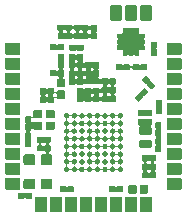
<source format=gts>
G04 #@! TF.GenerationSoftware,KiCad,Pcbnew,(5.0.1-3-g963ef8bb5)*
G04 #@! TF.CreationDate,2019-02-27T23:12:09+01:00*
G04 #@! TF.ProjectId,TLM-v1,544C4D2D76312E6B696361645F706362,1.0*
G04 #@! TF.SameCoordinates,Original*
G04 #@! TF.FileFunction,Soldermask,Top*
G04 #@! TF.FilePolarity,Negative*
%FSLAX46Y46*%
G04 Gerber Fmt 4.6, Leading zero omitted, Abs format (unit mm)*
G04 Created by KiCad (PCBNEW (5.0.1-3-g963ef8bb5)) date 2019 February 27, Wednesday 23:12:09*
%MOMM*%
%LPD*%
G01*
G04 APERTURE LIST*
%ADD10C,0.100000*%
G04 APERTURE END LIST*
D10*
G36*
X141115944Y-88737002D02*
X141139355Y-88744104D01*
X141160936Y-88755639D01*
X141179844Y-88771156D01*
X141195361Y-88790064D01*
X141206896Y-88811645D01*
X141213998Y-88835056D01*
X141217000Y-88865538D01*
X141217000Y-89904462D01*
X141213998Y-89934944D01*
X141206896Y-89958355D01*
X141195361Y-89979936D01*
X141179844Y-89998844D01*
X141160936Y-90014361D01*
X141139355Y-90025896D01*
X141115944Y-90032998D01*
X141085462Y-90036000D01*
X140346538Y-90036000D01*
X140316056Y-90032998D01*
X140292645Y-90025896D01*
X140271064Y-90014361D01*
X140252156Y-89998844D01*
X140236639Y-89979936D01*
X140225104Y-89958355D01*
X140218002Y-89934944D01*
X140215000Y-89904462D01*
X140215000Y-88865538D01*
X140218002Y-88835056D01*
X140225104Y-88811645D01*
X140236639Y-88790064D01*
X140252156Y-88771156D01*
X140271064Y-88755639D01*
X140292645Y-88744104D01*
X140316056Y-88737002D01*
X140346538Y-88734000D01*
X141085462Y-88734000D01*
X141115944Y-88737002D01*
X141115944Y-88737002D01*
G37*
G36*
X139845944Y-88737002D02*
X139869355Y-88744104D01*
X139890936Y-88755639D01*
X139909844Y-88771156D01*
X139925361Y-88790064D01*
X139936896Y-88811645D01*
X139943998Y-88835056D01*
X139947000Y-88865538D01*
X139947000Y-89904462D01*
X139943998Y-89934944D01*
X139936896Y-89958355D01*
X139925361Y-89979936D01*
X139909844Y-89998844D01*
X139890936Y-90014361D01*
X139869355Y-90025896D01*
X139845944Y-90032998D01*
X139815462Y-90036000D01*
X139076538Y-90036000D01*
X139046056Y-90032998D01*
X139022645Y-90025896D01*
X139001064Y-90014361D01*
X138982156Y-89998844D01*
X138966639Y-89979936D01*
X138955104Y-89958355D01*
X138948002Y-89934944D01*
X138945000Y-89904462D01*
X138945000Y-88865538D01*
X138948002Y-88835056D01*
X138955104Y-88811645D01*
X138966639Y-88790064D01*
X138982156Y-88771156D01*
X139001064Y-88755639D01*
X139022645Y-88744104D01*
X139046056Y-88737002D01*
X139076538Y-88734000D01*
X139815462Y-88734000D01*
X139845944Y-88737002D01*
X139845944Y-88737002D01*
G37*
G36*
X138575944Y-88737002D02*
X138599355Y-88744104D01*
X138620936Y-88755639D01*
X138639844Y-88771156D01*
X138655361Y-88790064D01*
X138666896Y-88811645D01*
X138673998Y-88835056D01*
X138677000Y-88865538D01*
X138677000Y-89904462D01*
X138673998Y-89934944D01*
X138666896Y-89958355D01*
X138655361Y-89979936D01*
X138639844Y-89998844D01*
X138620936Y-90014361D01*
X138599355Y-90025896D01*
X138575944Y-90032998D01*
X138545462Y-90036000D01*
X137806538Y-90036000D01*
X137776056Y-90032998D01*
X137752645Y-90025896D01*
X137731064Y-90014361D01*
X137712156Y-89998844D01*
X137696639Y-89979936D01*
X137685104Y-89958355D01*
X137678002Y-89934944D01*
X137675000Y-89904462D01*
X137675000Y-88865538D01*
X137678002Y-88835056D01*
X137685104Y-88811645D01*
X137696639Y-88790064D01*
X137712156Y-88771156D01*
X137731064Y-88755639D01*
X137752645Y-88744104D01*
X137776056Y-88737002D01*
X137806538Y-88734000D01*
X138545462Y-88734000D01*
X138575944Y-88737002D01*
X138575944Y-88737002D01*
G37*
G36*
X137305944Y-88737002D02*
X137329355Y-88744104D01*
X137350936Y-88755639D01*
X137369844Y-88771156D01*
X137385361Y-88790064D01*
X137396896Y-88811645D01*
X137403998Y-88835056D01*
X137407000Y-88865538D01*
X137407000Y-89904462D01*
X137403998Y-89934944D01*
X137396896Y-89958355D01*
X137385361Y-89979936D01*
X137369844Y-89998844D01*
X137350936Y-90014361D01*
X137329355Y-90025896D01*
X137305944Y-90032998D01*
X137275462Y-90036000D01*
X136536538Y-90036000D01*
X136506056Y-90032998D01*
X136482645Y-90025896D01*
X136461064Y-90014361D01*
X136442156Y-89998844D01*
X136426639Y-89979936D01*
X136415104Y-89958355D01*
X136408002Y-89934944D01*
X136405000Y-89904462D01*
X136405000Y-88865538D01*
X136408002Y-88835056D01*
X136415104Y-88811645D01*
X136426639Y-88790064D01*
X136442156Y-88771156D01*
X136461064Y-88755639D01*
X136482645Y-88744104D01*
X136506056Y-88737002D01*
X136536538Y-88734000D01*
X137275462Y-88734000D01*
X137305944Y-88737002D01*
X137305944Y-88737002D01*
G37*
G36*
X136035944Y-88737002D02*
X136059355Y-88744104D01*
X136080936Y-88755639D01*
X136099844Y-88771156D01*
X136115361Y-88790064D01*
X136126896Y-88811645D01*
X136133998Y-88835056D01*
X136137000Y-88865538D01*
X136137000Y-89904462D01*
X136133998Y-89934944D01*
X136126896Y-89958355D01*
X136115361Y-89979936D01*
X136099844Y-89998844D01*
X136080936Y-90014361D01*
X136059355Y-90025896D01*
X136035944Y-90032998D01*
X136005462Y-90036000D01*
X135266538Y-90036000D01*
X135236056Y-90032998D01*
X135212645Y-90025896D01*
X135191064Y-90014361D01*
X135172156Y-89998844D01*
X135156639Y-89979936D01*
X135145104Y-89958355D01*
X135138002Y-89934944D01*
X135135000Y-89904462D01*
X135135000Y-88865538D01*
X135138002Y-88835056D01*
X135145104Y-88811645D01*
X135156639Y-88790064D01*
X135172156Y-88771156D01*
X135191064Y-88755639D01*
X135212645Y-88744104D01*
X135236056Y-88737002D01*
X135266538Y-88734000D01*
X136005462Y-88734000D01*
X136035944Y-88737002D01*
X136035944Y-88737002D01*
G37*
G36*
X134765944Y-88737002D02*
X134789355Y-88744104D01*
X134810936Y-88755639D01*
X134829844Y-88771156D01*
X134845361Y-88790064D01*
X134856896Y-88811645D01*
X134863998Y-88835056D01*
X134867000Y-88865538D01*
X134867000Y-89904462D01*
X134863998Y-89934944D01*
X134856896Y-89958355D01*
X134845361Y-89979936D01*
X134829844Y-89998844D01*
X134810936Y-90014361D01*
X134789355Y-90025896D01*
X134765944Y-90032998D01*
X134735462Y-90036000D01*
X133996538Y-90036000D01*
X133966056Y-90032998D01*
X133942645Y-90025896D01*
X133921064Y-90014361D01*
X133902156Y-89998844D01*
X133886639Y-89979936D01*
X133875104Y-89958355D01*
X133868002Y-89934944D01*
X133865000Y-89904462D01*
X133865000Y-88865538D01*
X133868002Y-88835056D01*
X133875104Y-88811645D01*
X133886639Y-88790064D01*
X133902156Y-88771156D01*
X133921064Y-88755639D01*
X133942645Y-88744104D01*
X133966056Y-88737002D01*
X133996538Y-88734000D01*
X134735462Y-88734000D01*
X134765944Y-88737002D01*
X134765944Y-88737002D01*
G37*
G36*
X133495944Y-88737002D02*
X133519355Y-88744104D01*
X133540936Y-88755639D01*
X133559844Y-88771156D01*
X133575361Y-88790064D01*
X133586896Y-88811645D01*
X133593998Y-88835056D01*
X133597000Y-88865538D01*
X133597000Y-89904462D01*
X133593998Y-89934944D01*
X133586896Y-89958355D01*
X133575361Y-89979936D01*
X133559844Y-89998844D01*
X133540936Y-90014361D01*
X133519355Y-90025896D01*
X133495944Y-90032998D01*
X133465462Y-90036000D01*
X132726538Y-90036000D01*
X132696056Y-90032998D01*
X132672645Y-90025896D01*
X132651064Y-90014361D01*
X132632156Y-89998844D01*
X132616639Y-89979936D01*
X132605104Y-89958355D01*
X132598002Y-89934944D01*
X132595000Y-89904462D01*
X132595000Y-88865538D01*
X132598002Y-88835056D01*
X132605104Y-88811645D01*
X132616639Y-88790064D01*
X132632156Y-88771156D01*
X132651064Y-88755639D01*
X132672645Y-88744104D01*
X132696056Y-88737002D01*
X132726538Y-88734000D01*
X133465462Y-88734000D01*
X133495944Y-88737002D01*
X133495944Y-88737002D01*
G37*
G36*
X132225944Y-88737002D02*
X132249355Y-88744104D01*
X132270936Y-88755639D01*
X132289844Y-88771156D01*
X132305361Y-88790064D01*
X132316896Y-88811645D01*
X132323998Y-88835056D01*
X132327000Y-88865538D01*
X132327000Y-89904462D01*
X132323998Y-89934944D01*
X132316896Y-89958355D01*
X132305361Y-89979936D01*
X132289844Y-89998844D01*
X132270936Y-90014361D01*
X132249355Y-90025896D01*
X132225944Y-90032998D01*
X132195462Y-90036000D01*
X131456538Y-90036000D01*
X131426056Y-90032998D01*
X131402645Y-90025896D01*
X131381064Y-90014361D01*
X131362156Y-89998844D01*
X131346639Y-89979936D01*
X131335104Y-89958355D01*
X131328002Y-89934944D01*
X131325000Y-89904462D01*
X131325000Y-88865538D01*
X131328002Y-88835056D01*
X131335104Y-88811645D01*
X131346639Y-88790064D01*
X131362156Y-88771156D01*
X131381064Y-88755639D01*
X131402645Y-88744104D01*
X131426056Y-88737002D01*
X131456538Y-88734000D01*
X132195462Y-88734000D01*
X132225944Y-88737002D01*
X132225944Y-88737002D01*
G37*
G36*
X130380170Y-88390803D02*
X130391875Y-88394354D01*
X130411076Y-88404617D01*
X130433715Y-88413994D01*
X130457749Y-88418774D01*
X130482253Y-88418774D01*
X130506286Y-88413993D01*
X130528924Y-88404617D01*
X130548125Y-88394354D01*
X130559830Y-88390803D01*
X130578138Y-88389000D01*
X131001862Y-88389000D01*
X131020170Y-88390803D01*
X131031879Y-88394355D01*
X131042662Y-88400119D01*
X131052120Y-88407880D01*
X131059881Y-88417338D01*
X131065645Y-88428121D01*
X131069197Y-88439830D01*
X131071000Y-88458138D01*
X131071000Y-88821862D01*
X131069197Y-88840170D01*
X131065645Y-88851879D01*
X131059881Y-88862662D01*
X131052120Y-88872120D01*
X131042662Y-88879881D01*
X131031879Y-88885645D01*
X131020170Y-88889197D01*
X131001862Y-88891000D01*
X130578138Y-88891000D01*
X130559830Y-88889197D01*
X130548125Y-88885646D01*
X130528924Y-88875383D01*
X130506285Y-88866006D01*
X130482251Y-88861226D01*
X130457747Y-88861226D01*
X130433714Y-88866007D01*
X130411076Y-88875383D01*
X130391875Y-88885646D01*
X130380170Y-88889197D01*
X130361862Y-88891000D01*
X129938138Y-88891000D01*
X129919830Y-88889197D01*
X129908121Y-88885645D01*
X129897338Y-88879881D01*
X129887880Y-88872120D01*
X129880119Y-88862662D01*
X129874355Y-88851879D01*
X129870803Y-88840170D01*
X129869000Y-88821862D01*
X129869000Y-88458138D01*
X129870803Y-88439830D01*
X129874355Y-88428121D01*
X129880119Y-88417338D01*
X129887880Y-88407880D01*
X129897338Y-88400119D01*
X129908121Y-88394355D01*
X129919830Y-88390803D01*
X129938138Y-88389000D01*
X130361862Y-88389000D01*
X130380170Y-88390803D01*
X130380170Y-88390803D01*
G37*
G36*
X140797538Y-87731716D02*
X140818156Y-87737970D01*
X140837156Y-87748126D01*
X140853808Y-87761792D01*
X140867474Y-87778444D01*
X140877630Y-87797444D01*
X140883884Y-87818062D01*
X140886600Y-87845640D01*
X140886600Y-88354360D01*
X140883884Y-88381938D01*
X140877630Y-88402556D01*
X140867474Y-88421556D01*
X140853808Y-88438208D01*
X140837156Y-88451874D01*
X140818156Y-88462030D01*
X140797538Y-88468284D01*
X140769960Y-88471000D01*
X140311240Y-88471000D01*
X140283662Y-88468284D01*
X140263044Y-88462030D01*
X140244044Y-88451874D01*
X140227392Y-88438208D01*
X140213726Y-88421556D01*
X140203570Y-88402556D01*
X140197316Y-88381938D01*
X140194600Y-88354360D01*
X140194600Y-87845640D01*
X140197316Y-87818062D01*
X140203570Y-87797444D01*
X140213726Y-87778444D01*
X140227392Y-87761792D01*
X140244044Y-87748126D01*
X140263044Y-87737970D01*
X140283662Y-87731716D01*
X140311240Y-87729000D01*
X140769960Y-87729000D01*
X140797538Y-87731716D01*
X140797538Y-87731716D01*
G37*
G36*
X139827538Y-87731716D02*
X139848156Y-87737970D01*
X139867156Y-87748126D01*
X139883808Y-87761792D01*
X139897474Y-87778444D01*
X139907630Y-87797444D01*
X139913884Y-87818062D01*
X139916600Y-87845640D01*
X139916600Y-88354360D01*
X139913884Y-88381938D01*
X139907630Y-88402556D01*
X139897474Y-88421556D01*
X139883808Y-88438208D01*
X139867156Y-88451874D01*
X139848156Y-88462030D01*
X139827538Y-88468284D01*
X139799960Y-88471000D01*
X139341240Y-88471000D01*
X139313662Y-88468284D01*
X139293044Y-88462030D01*
X139274044Y-88451874D01*
X139257392Y-88438208D01*
X139243726Y-88421556D01*
X139233570Y-88402556D01*
X139227316Y-88381938D01*
X139224600Y-88354360D01*
X139224600Y-87845640D01*
X139227316Y-87818062D01*
X139233570Y-87797444D01*
X139243726Y-87778444D01*
X139257392Y-87761792D01*
X139274044Y-87748126D01*
X139293044Y-87737970D01*
X139313662Y-87731716D01*
X139341240Y-87729000D01*
X139799960Y-87729000D01*
X139827538Y-87731716D01*
X139827538Y-87731716D01*
G37*
G36*
X133910170Y-87850803D02*
X133921875Y-87854354D01*
X133941076Y-87864617D01*
X133963715Y-87873994D01*
X133987749Y-87878774D01*
X134012253Y-87878774D01*
X134036286Y-87873993D01*
X134058924Y-87864617D01*
X134078125Y-87854354D01*
X134089830Y-87850803D01*
X134108138Y-87849000D01*
X134531862Y-87849000D01*
X134550170Y-87850803D01*
X134561879Y-87854355D01*
X134572662Y-87860119D01*
X134582120Y-87867880D01*
X134589881Y-87877338D01*
X134595645Y-87888121D01*
X134599197Y-87899830D01*
X134601000Y-87918138D01*
X134601000Y-88281862D01*
X134599197Y-88300170D01*
X134595645Y-88311879D01*
X134589881Y-88322662D01*
X134582120Y-88332120D01*
X134572662Y-88339881D01*
X134561879Y-88345645D01*
X134550170Y-88349197D01*
X134531862Y-88351000D01*
X134108138Y-88351000D01*
X134089830Y-88349197D01*
X134078125Y-88345646D01*
X134058924Y-88335383D01*
X134036285Y-88326006D01*
X134012251Y-88321226D01*
X133987747Y-88321226D01*
X133963714Y-88326007D01*
X133941076Y-88335383D01*
X133921875Y-88345646D01*
X133910170Y-88349197D01*
X133891862Y-88351000D01*
X133468138Y-88351000D01*
X133449830Y-88349197D01*
X133438121Y-88345645D01*
X133427338Y-88339881D01*
X133417880Y-88332120D01*
X133410119Y-88322662D01*
X133404355Y-88311879D01*
X133400803Y-88300170D01*
X133399000Y-88281862D01*
X133399000Y-87918138D01*
X133400803Y-87899830D01*
X133404355Y-87888121D01*
X133410119Y-87877338D01*
X133417880Y-87867880D01*
X133427338Y-87860119D01*
X133438121Y-87854355D01*
X133449830Y-87850803D01*
X133468138Y-87849000D01*
X133891862Y-87849000D01*
X133910170Y-87850803D01*
X133910170Y-87850803D01*
G37*
G36*
X138086170Y-87838003D02*
X138097875Y-87841554D01*
X138117076Y-87851817D01*
X138139715Y-87861194D01*
X138163749Y-87865974D01*
X138188253Y-87865974D01*
X138212286Y-87861193D01*
X138234924Y-87851817D01*
X138254125Y-87841554D01*
X138265830Y-87838003D01*
X138284138Y-87836200D01*
X138707862Y-87836200D01*
X138726170Y-87838003D01*
X138737879Y-87841555D01*
X138748662Y-87847319D01*
X138758120Y-87855080D01*
X138765881Y-87864538D01*
X138771645Y-87875321D01*
X138775197Y-87887030D01*
X138777000Y-87905338D01*
X138777000Y-88269062D01*
X138775197Y-88287370D01*
X138771645Y-88299079D01*
X138765881Y-88309862D01*
X138758120Y-88319320D01*
X138748662Y-88327081D01*
X138737879Y-88332845D01*
X138726170Y-88336397D01*
X138707862Y-88338200D01*
X138284138Y-88338200D01*
X138265830Y-88336397D01*
X138254125Y-88332846D01*
X138234924Y-88322583D01*
X138212285Y-88313206D01*
X138188251Y-88308426D01*
X138163747Y-88308426D01*
X138139714Y-88313207D01*
X138117076Y-88322583D01*
X138097875Y-88332846D01*
X138086170Y-88336397D01*
X138067862Y-88338200D01*
X137644138Y-88338200D01*
X137625830Y-88336397D01*
X137614121Y-88332845D01*
X137603338Y-88327081D01*
X137593880Y-88319320D01*
X137586119Y-88309862D01*
X137580355Y-88299079D01*
X137576803Y-88287370D01*
X137575000Y-88269062D01*
X137575000Y-87905338D01*
X137576803Y-87887030D01*
X137580355Y-87875321D01*
X137586119Y-87864538D01*
X137593880Y-87855080D01*
X137603338Y-87847319D01*
X137614121Y-87841555D01*
X137625830Y-87838003D01*
X137644138Y-87836200D01*
X138067862Y-87836200D01*
X138086170Y-87838003D01*
X138086170Y-87838003D01*
G37*
G36*
X143655944Y-87132002D02*
X143679355Y-87139104D01*
X143700936Y-87150639D01*
X143719844Y-87166156D01*
X143735361Y-87185064D01*
X143746896Y-87206645D01*
X143753998Y-87230056D01*
X143757000Y-87260538D01*
X143757000Y-87999462D01*
X143753998Y-88029944D01*
X143746896Y-88053355D01*
X143735361Y-88074936D01*
X143719844Y-88093844D01*
X143700936Y-88109361D01*
X143679355Y-88120896D01*
X143655944Y-88127998D01*
X143625462Y-88131000D01*
X142586538Y-88131000D01*
X142556056Y-88127998D01*
X142532645Y-88120896D01*
X142511064Y-88109361D01*
X142492156Y-88093844D01*
X142476639Y-88074936D01*
X142465104Y-88053355D01*
X142458002Y-88029944D01*
X142455000Y-87999462D01*
X142455000Y-87260538D01*
X142458002Y-87230056D01*
X142465104Y-87206645D01*
X142476639Y-87185064D01*
X142492156Y-87166156D01*
X142511064Y-87150639D01*
X142532645Y-87139104D01*
X142556056Y-87132002D01*
X142586538Y-87129000D01*
X143625462Y-87129000D01*
X143655944Y-87132002D01*
X143655944Y-87132002D01*
G37*
G36*
X129985944Y-87132002D02*
X130009355Y-87139104D01*
X130030936Y-87150639D01*
X130049844Y-87166156D01*
X130065361Y-87185064D01*
X130076896Y-87206645D01*
X130083998Y-87230056D01*
X130087000Y-87260538D01*
X130087000Y-87999462D01*
X130083998Y-88029944D01*
X130076896Y-88053355D01*
X130065361Y-88074936D01*
X130049844Y-88093844D01*
X130030936Y-88109361D01*
X130009355Y-88120896D01*
X129985944Y-88127998D01*
X129955462Y-88131000D01*
X128916538Y-88131000D01*
X128886056Y-88127998D01*
X128862645Y-88120896D01*
X128841064Y-88109361D01*
X128822156Y-88093844D01*
X128806639Y-88074936D01*
X128795104Y-88053355D01*
X128788002Y-88029944D01*
X128785000Y-87999462D01*
X128785000Y-87260538D01*
X128788002Y-87230056D01*
X128795104Y-87206645D01*
X128806639Y-87185064D01*
X128822156Y-87166156D01*
X128841064Y-87150639D01*
X128862645Y-87139104D01*
X128886056Y-87132002D01*
X128916538Y-87129000D01*
X129955462Y-87129000D01*
X129985944Y-87132002D01*
X129985944Y-87132002D01*
G37*
G36*
X131216683Y-87191724D02*
X131247144Y-87200965D01*
X131275223Y-87215974D01*
X131299831Y-87236168D01*
X131320025Y-87260776D01*
X131335034Y-87288855D01*
X131344275Y-87319316D01*
X131348000Y-87357139D01*
X131348000Y-87920859D01*
X131344275Y-87958682D01*
X131335034Y-87989143D01*
X131320025Y-88017222D01*
X131299831Y-88041830D01*
X131275223Y-88062024D01*
X131247144Y-88077033D01*
X131216683Y-88086274D01*
X131178860Y-88089999D01*
X130515140Y-88089999D01*
X130477317Y-88086274D01*
X130446856Y-88077033D01*
X130418777Y-88062024D01*
X130394169Y-88041830D01*
X130373975Y-88017222D01*
X130358966Y-87989143D01*
X130349725Y-87958682D01*
X130346000Y-87920859D01*
X130346000Y-87357139D01*
X130349725Y-87319316D01*
X130358966Y-87288855D01*
X130373975Y-87260776D01*
X130394169Y-87236168D01*
X130418777Y-87215974D01*
X130446856Y-87200965D01*
X130477317Y-87191724D01*
X130515140Y-87187999D01*
X131178860Y-87187999D01*
X131216683Y-87191724D01*
X131216683Y-87191724D01*
G37*
G36*
X132666683Y-87191724D02*
X132697144Y-87200965D01*
X132725223Y-87215974D01*
X132749831Y-87236168D01*
X132770025Y-87260776D01*
X132785034Y-87288855D01*
X132794275Y-87319316D01*
X132798000Y-87357139D01*
X132798000Y-87920859D01*
X132794275Y-87958682D01*
X132785034Y-87989143D01*
X132770025Y-88017222D01*
X132749831Y-88041830D01*
X132725223Y-88062024D01*
X132697144Y-88077033D01*
X132666683Y-88086274D01*
X132628860Y-88089999D01*
X131965140Y-88089999D01*
X131927317Y-88086274D01*
X131896856Y-88077033D01*
X131868777Y-88062024D01*
X131844169Y-88041830D01*
X131823975Y-88017222D01*
X131808966Y-87989143D01*
X131799725Y-87958682D01*
X131796000Y-87920859D01*
X131796000Y-87357139D01*
X131799725Y-87319316D01*
X131808966Y-87288855D01*
X131823975Y-87260776D01*
X131844169Y-87236168D01*
X131868777Y-87215974D01*
X131896856Y-87200965D01*
X131927317Y-87191724D01*
X131965140Y-87187999D01*
X132628860Y-87187999D01*
X132666683Y-87191724D01*
X132666683Y-87191724D01*
G37*
G36*
X141514444Y-85194388D02*
X141523534Y-85202627D01*
X141542118Y-85217878D01*
X141549881Y-85227338D01*
X141555645Y-85238121D01*
X141559197Y-85249830D01*
X141561000Y-85268138D01*
X141561000Y-85631862D01*
X141559197Y-85650170D01*
X141555645Y-85661879D01*
X141549881Y-85672662D01*
X141542120Y-85682120D01*
X141532662Y-85689881D01*
X141521879Y-85695645D01*
X141510170Y-85699197D01*
X141503406Y-85699863D01*
X141479372Y-85704642D01*
X141456733Y-85714019D01*
X141436358Y-85727632D01*
X141419030Y-85744959D01*
X141405416Y-85765333D01*
X141396038Y-85787972D01*
X141391256Y-85812005D01*
X141391256Y-85836509D01*
X141396035Y-85860543D01*
X141405412Y-85883182D01*
X141419025Y-85903557D01*
X141436352Y-85920885D01*
X141456726Y-85934499D01*
X141479365Y-85943877D01*
X141503402Y-85948659D01*
X141525170Y-85950803D01*
X141536879Y-85954355D01*
X141547662Y-85960119D01*
X141557120Y-85967880D01*
X141564881Y-85977338D01*
X141570645Y-85988121D01*
X141574197Y-85999830D01*
X141576000Y-86018138D01*
X141576000Y-86381862D01*
X141574197Y-86400170D01*
X141570645Y-86411879D01*
X141564881Y-86422662D01*
X141557120Y-86432120D01*
X141547662Y-86439881D01*
X141528482Y-86450133D01*
X141523341Y-86452263D01*
X141502967Y-86465878D01*
X141485641Y-86483206D01*
X141472028Y-86503581D01*
X141462652Y-86526221D01*
X141457872Y-86550254D01*
X141457874Y-86574759D01*
X141462655Y-86598792D01*
X141472034Y-86621430D01*
X141485649Y-86641804D01*
X141502977Y-86659130D01*
X141523352Y-86672743D01*
X141528491Y-86674872D01*
X141547662Y-86685119D01*
X141557120Y-86692880D01*
X141564881Y-86702338D01*
X141570645Y-86713121D01*
X141574197Y-86724830D01*
X141576000Y-86743138D01*
X141576000Y-87106862D01*
X141574197Y-87125170D01*
X141570645Y-87136879D01*
X141564881Y-87147662D01*
X141557120Y-87157120D01*
X141547662Y-87164881D01*
X141536879Y-87170645D01*
X141525170Y-87174197D01*
X141506862Y-87176000D01*
X141083138Y-87176000D01*
X141064830Y-87174197D01*
X141053125Y-87170646D01*
X141033924Y-87160383D01*
X141011285Y-87151006D01*
X140987251Y-87146226D01*
X140962747Y-87146226D01*
X140938714Y-87151007D01*
X140916076Y-87160383D01*
X140896875Y-87170646D01*
X140885170Y-87174197D01*
X140866862Y-87176000D01*
X140443138Y-87176000D01*
X140424830Y-87174197D01*
X140413121Y-87170645D01*
X140402338Y-87164881D01*
X140392880Y-87157120D01*
X140385119Y-87147662D01*
X140379355Y-87136879D01*
X140375803Y-87125170D01*
X140374000Y-87106862D01*
X140374000Y-86743138D01*
X140375803Y-86724830D01*
X140379355Y-86713121D01*
X140385119Y-86702338D01*
X140392880Y-86692880D01*
X140402338Y-86685119D01*
X140421518Y-86674867D01*
X140426659Y-86672737D01*
X140447033Y-86659122D01*
X140464359Y-86641794D01*
X140477972Y-86621419D01*
X140487348Y-86598779D01*
X140492128Y-86574746D01*
X140492127Y-86550254D01*
X140817872Y-86550254D01*
X140817874Y-86574759D01*
X140822655Y-86598792D01*
X140832034Y-86621430D01*
X140845649Y-86641804D01*
X140862977Y-86659130D01*
X140883352Y-86672743D01*
X140888483Y-86674868D01*
X140916076Y-86689617D01*
X140938715Y-86698994D01*
X140962749Y-86703774D01*
X140987253Y-86703774D01*
X141011286Y-86698993D01*
X141033924Y-86689617D01*
X141061526Y-86674863D01*
X141066659Y-86672737D01*
X141087033Y-86659122D01*
X141104359Y-86641794D01*
X141117972Y-86621419D01*
X141127348Y-86598779D01*
X141132128Y-86574746D01*
X141132126Y-86550241D01*
X141127345Y-86526208D01*
X141117966Y-86503570D01*
X141104351Y-86483196D01*
X141087023Y-86465870D01*
X141066648Y-86452257D01*
X141061517Y-86450132D01*
X141033924Y-86435383D01*
X141011285Y-86426006D01*
X140987251Y-86421226D01*
X140962747Y-86421226D01*
X140938714Y-86426007D01*
X140916076Y-86435383D01*
X140888474Y-86450137D01*
X140883341Y-86452263D01*
X140862967Y-86465878D01*
X140845641Y-86483206D01*
X140832028Y-86503581D01*
X140822652Y-86526221D01*
X140817872Y-86550254D01*
X140492127Y-86550254D01*
X140492126Y-86550241D01*
X140487345Y-86526208D01*
X140477966Y-86503570D01*
X140464351Y-86483196D01*
X140447023Y-86465870D01*
X140426648Y-86452257D01*
X140421509Y-86450128D01*
X140402338Y-86439881D01*
X140392880Y-86432120D01*
X140385119Y-86422662D01*
X140379355Y-86411879D01*
X140375803Y-86400170D01*
X140374000Y-86381862D01*
X140374000Y-86018138D01*
X140375803Y-85999830D01*
X140379355Y-85988121D01*
X140385119Y-85977338D01*
X140392880Y-85967880D01*
X140402338Y-85960119D01*
X140413121Y-85954355D01*
X140424830Y-85950803D01*
X140431594Y-85950137D01*
X140455628Y-85945358D01*
X140478267Y-85935981D01*
X140498642Y-85922368D01*
X140515970Y-85905041D01*
X140529584Y-85884667D01*
X140538962Y-85862028D01*
X140543744Y-85837995D01*
X140543744Y-85813491D01*
X140543449Y-85812005D01*
X140751256Y-85812005D01*
X140751256Y-85836509D01*
X140756035Y-85860543D01*
X140765412Y-85883182D01*
X140779025Y-85903557D01*
X140796352Y-85920885D01*
X140816726Y-85934499D01*
X140839365Y-85943877D01*
X140863402Y-85948659D01*
X140885170Y-85950803D01*
X140896875Y-85954354D01*
X140916076Y-85964617D01*
X140938715Y-85973994D01*
X140962749Y-85978774D01*
X140987253Y-85978774D01*
X141011286Y-85973993D01*
X141033924Y-85964617D01*
X141053125Y-85954354D01*
X141064830Y-85950803D01*
X141071594Y-85950137D01*
X141095628Y-85945358D01*
X141118267Y-85935981D01*
X141138642Y-85922368D01*
X141155970Y-85905041D01*
X141169584Y-85884667D01*
X141178962Y-85862028D01*
X141183744Y-85837995D01*
X141183744Y-85813491D01*
X141178965Y-85789457D01*
X141169588Y-85766818D01*
X141155975Y-85746443D01*
X141138648Y-85729115D01*
X141118274Y-85715501D01*
X141095635Y-85706123D01*
X141071598Y-85701341D01*
X141049830Y-85699197D01*
X141038125Y-85695646D01*
X141018924Y-85685383D01*
X140996285Y-85676006D01*
X140972251Y-85671226D01*
X140947747Y-85671226D01*
X140923714Y-85676007D01*
X140901076Y-85685383D01*
X140881875Y-85695646D01*
X140870170Y-85699197D01*
X140863406Y-85699863D01*
X140839372Y-85704642D01*
X140816733Y-85714019D01*
X140796358Y-85727632D01*
X140779030Y-85744959D01*
X140765416Y-85765333D01*
X140756038Y-85787972D01*
X140751256Y-85812005D01*
X140543449Y-85812005D01*
X140538965Y-85789457D01*
X140529588Y-85766818D01*
X140515975Y-85746443D01*
X140498648Y-85729115D01*
X140478274Y-85715501D01*
X140455635Y-85706123D01*
X140431598Y-85701341D01*
X140409830Y-85699197D01*
X140398121Y-85695645D01*
X140387338Y-85689881D01*
X140377880Y-85682120D01*
X140370119Y-85672662D01*
X140364355Y-85661879D01*
X140360803Y-85650170D01*
X140359000Y-85631862D01*
X140359000Y-85268138D01*
X140360803Y-85249830D01*
X140364355Y-85238121D01*
X140370119Y-85227338D01*
X140377880Y-85217880D01*
X140387338Y-85210119D01*
X140398121Y-85204355D01*
X140409830Y-85200803D01*
X140428138Y-85199000D01*
X140851862Y-85199000D01*
X140870170Y-85200803D01*
X140881875Y-85204354D01*
X140901076Y-85214617D01*
X140923715Y-85223994D01*
X140947749Y-85228774D01*
X140972253Y-85228774D01*
X140996286Y-85223993D01*
X141018924Y-85214617D01*
X141038125Y-85204354D01*
X141049830Y-85200803D01*
X141068138Y-85199000D01*
X141477168Y-85199000D01*
X141501554Y-85196598D01*
X141513327Y-85193027D01*
X141514444Y-85194388D01*
X141514444Y-85194388D01*
G37*
G36*
X129985944Y-85862002D02*
X130009355Y-85869104D01*
X130030936Y-85880639D01*
X130049844Y-85896156D01*
X130065361Y-85915064D01*
X130076896Y-85936645D01*
X130083998Y-85960056D01*
X130087000Y-85990538D01*
X130087000Y-86729462D01*
X130083998Y-86759944D01*
X130076896Y-86783355D01*
X130065361Y-86804936D01*
X130049844Y-86823844D01*
X130030936Y-86839361D01*
X130009355Y-86850896D01*
X129985944Y-86857998D01*
X129955462Y-86861000D01*
X128916538Y-86861000D01*
X128886056Y-86857998D01*
X128862645Y-86850896D01*
X128841064Y-86839361D01*
X128822156Y-86823844D01*
X128806639Y-86804936D01*
X128795104Y-86783355D01*
X128788002Y-86759944D01*
X128785000Y-86729462D01*
X128785000Y-85990538D01*
X128788002Y-85960056D01*
X128795104Y-85936645D01*
X128806639Y-85915064D01*
X128822156Y-85896156D01*
X128841064Y-85880639D01*
X128862645Y-85869104D01*
X128886056Y-85862002D01*
X128916538Y-85859000D01*
X129955462Y-85859000D01*
X129985944Y-85862002D01*
X129985944Y-85862002D01*
G37*
G36*
X143655944Y-85862002D02*
X143679355Y-85869104D01*
X143700936Y-85880639D01*
X143719844Y-85896156D01*
X143735361Y-85915064D01*
X143746896Y-85936645D01*
X143753998Y-85960056D01*
X143757000Y-85990538D01*
X143757000Y-86729462D01*
X143753998Y-86759944D01*
X143746896Y-86783355D01*
X143735361Y-86804936D01*
X143719844Y-86823844D01*
X143700936Y-86839361D01*
X143679355Y-86850896D01*
X143655944Y-86857998D01*
X143625462Y-86861000D01*
X142586538Y-86861000D01*
X142556056Y-86857998D01*
X142532645Y-86850896D01*
X142511064Y-86839361D01*
X142492156Y-86823844D01*
X142476639Y-86804936D01*
X142465104Y-86783355D01*
X142458002Y-86759944D01*
X142455000Y-86729462D01*
X142455000Y-85990538D01*
X142458002Y-85960056D01*
X142465104Y-85936645D01*
X142476639Y-85915064D01*
X142492156Y-85896156D01*
X142511064Y-85880639D01*
X142532645Y-85869104D01*
X142556056Y-85862002D01*
X142586538Y-85859000D01*
X143625462Y-85859000D01*
X143655944Y-85862002D01*
X143655944Y-85862002D01*
G37*
G36*
X134061922Y-81645185D02*
X134103051Y-81662221D01*
X134140067Y-81686954D01*
X134171546Y-81718433D01*
X134196279Y-81755449D01*
X134202677Y-81770896D01*
X134205515Y-81777748D01*
X134217066Y-81799359D01*
X134232611Y-81818301D01*
X134251553Y-81833846D01*
X134273164Y-81845398D01*
X134296613Y-81852511D01*
X134320999Y-81854913D01*
X134345386Y-81852511D01*
X134368835Y-81845398D01*
X134390446Y-81833847D01*
X134409388Y-81818302D01*
X134424933Y-81799360D01*
X134436485Y-81777748D01*
X134439323Y-81770896D01*
X134445721Y-81755449D01*
X134470454Y-81718433D01*
X134501933Y-81686954D01*
X134538949Y-81662221D01*
X134580078Y-81645185D01*
X134623741Y-81636500D01*
X134668259Y-81636500D01*
X134711922Y-81645185D01*
X134753051Y-81662221D01*
X134790067Y-81686954D01*
X134821546Y-81718433D01*
X134846279Y-81755449D01*
X134852677Y-81770896D01*
X134855515Y-81777748D01*
X134867066Y-81799359D01*
X134882611Y-81818301D01*
X134901553Y-81833846D01*
X134923164Y-81845398D01*
X134946613Y-81852511D01*
X134970999Y-81854913D01*
X134995386Y-81852511D01*
X135018835Y-81845398D01*
X135040446Y-81833847D01*
X135059388Y-81818302D01*
X135074933Y-81799360D01*
X135086485Y-81777748D01*
X135089323Y-81770896D01*
X135095721Y-81755449D01*
X135120454Y-81718433D01*
X135151933Y-81686954D01*
X135188949Y-81662221D01*
X135230078Y-81645185D01*
X135273741Y-81636500D01*
X135318259Y-81636500D01*
X135361922Y-81645185D01*
X135403051Y-81662221D01*
X135440067Y-81686954D01*
X135471546Y-81718433D01*
X135496279Y-81755449D01*
X135502677Y-81770896D01*
X135505515Y-81777748D01*
X135517066Y-81799359D01*
X135532611Y-81818301D01*
X135551553Y-81833846D01*
X135573164Y-81845398D01*
X135596613Y-81852511D01*
X135620999Y-81854913D01*
X135645386Y-81852511D01*
X135668835Y-81845398D01*
X135690446Y-81833847D01*
X135709388Y-81818302D01*
X135724933Y-81799360D01*
X135736485Y-81777748D01*
X135739323Y-81770896D01*
X135745721Y-81755449D01*
X135770454Y-81718433D01*
X135801933Y-81686954D01*
X135838949Y-81662221D01*
X135880078Y-81645185D01*
X135923741Y-81636500D01*
X135968259Y-81636500D01*
X136011922Y-81645185D01*
X136053051Y-81662221D01*
X136090067Y-81686954D01*
X136121546Y-81718433D01*
X136146279Y-81755449D01*
X136152677Y-81770896D01*
X136155515Y-81777748D01*
X136167066Y-81799359D01*
X136182611Y-81818301D01*
X136201553Y-81833846D01*
X136223164Y-81845398D01*
X136246613Y-81852511D01*
X136270999Y-81854913D01*
X136295386Y-81852511D01*
X136318835Y-81845398D01*
X136340446Y-81833847D01*
X136359388Y-81818302D01*
X136374933Y-81799360D01*
X136386485Y-81777748D01*
X136389323Y-81770896D01*
X136395721Y-81755449D01*
X136420454Y-81718433D01*
X136451933Y-81686954D01*
X136488949Y-81662221D01*
X136530078Y-81645185D01*
X136573741Y-81636500D01*
X136618259Y-81636500D01*
X136661922Y-81645185D01*
X136703051Y-81662221D01*
X136740067Y-81686954D01*
X136771546Y-81718433D01*
X136796279Y-81755449D01*
X136802677Y-81770896D01*
X136805515Y-81777748D01*
X136817066Y-81799359D01*
X136832611Y-81818301D01*
X136851553Y-81833846D01*
X136873164Y-81845398D01*
X136896613Y-81852511D01*
X136920999Y-81854913D01*
X136945386Y-81852511D01*
X136968835Y-81845398D01*
X136990446Y-81833847D01*
X137009388Y-81818302D01*
X137024933Y-81799360D01*
X137036485Y-81777748D01*
X137039323Y-81770896D01*
X137045721Y-81755449D01*
X137070454Y-81718433D01*
X137101933Y-81686954D01*
X137138949Y-81662221D01*
X137180078Y-81645185D01*
X137223741Y-81636500D01*
X137268259Y-81636500D01*
X137311922Y-81645185D01*
X137353051Y-81662221D01*
X137390067Y-81686954D01*
X137421546Y-81718433D01*
X137446279Y-81755449D01*
X137452677Y-81770896D01*
X137455515Y-81777748D01*
X137467066Y-81799359D01*
X137482611Y-81818301D01*
X137501553Y-81833846D01*
X137523164Y-81845398D01*
X137546613Y-81852511D01*
X137570999Y-81854913D01*
X137595386Y-81852511D01*
X137618835Y-81845398D01*
X137640446Y-81833847D01*
X137659388Y-81818302D01*
X137674933Y-81799360D01*
X137686485Y-81777748D01*
X137689323Y-81770896D01*
X137695721Y-81755449D01*
X137720454Y-81718433D01*
X137751933Y-81686954D01*
X137788949Y-81662221D01*
X137830078Y-81645185D01*
X137873741Y-81636500D01*
X137918259Y-81636500D01*
X137961922Y-81645185D01*
X138003051Y-81662221D01*
X138040067Y-81686954D01*
X138071546Y-81718433D01*
X138096279Y-81755449D01*
X138102677Y-81770896D01*
X138105515Y-81777748D01*
X138117066Y-81799359D01*
X138132611Y-81818301D01*
X138151553Y-81833846D01*
X138173164Y-81845398D01*
X138196613Y-81852511D01*
X138220999Y-81854913D01*
X138245386Y-81852511D01*
X138268835Y-81845398D01*
X138290446Y-81833847D01*
X138309388Y-81818302D01*
X138324933Y-81799360D01*
X138336485Y-81777748D01*
X138339323Y-81770896D01*
X138345721Y-81755449D01*
X138370454Y-81718433D01*
X138401933Y-81686954D01*
X138438949Y-81662221D01*
X138480078Y-81645185D01*
X138523741Y-81636500D01*
X138568259Y-81636500D01*
X138611922Y-81645185D01*
X138653051Y-81662221D01*
X138690067Y-81686954D01*
X138721546Y-81718433D01*
X138746279Y-81755449D01*
X138763315Y-81796578D01*
X138772000Y-81840241D01*
X138772000Y-81884759D01*
X138763315Y-81928422D01*
X138746279Y-81969551D01*
X138721546Y-82006567D01*
X138690067Y-82038046D01*
X138653051Y-82062779D01*
X138630748Y-82072017D01*
X138609141Y-82083566D01*
X138590199Y-82099111D01*
X138574654Y-82118053D01*
X138563102Y-82139664D01*
X138555989Y-82163113D01*
X138553587Y-82187499D01*
X138555989Y-82211886D01*
X138563102Y-82235335D01*
X138574653Y-82256946D01*
X138590198Y-82275888D01*
X138609140Y-82291433D01*
X138630748Y-82302983D01*
X138653051Y-82312221D01*
X138690067Y-82336954D01*
X138721546Y-82368433D01*
X138746279Y-82405449D01*
X138763315Y-82446578D01*
X138772000Y-82490241D01*
X138772000Y-82534759D01*
X138763315Y-82578422D01*
X138746279Y-82619551D01*
X138721546Y-82656567D01*
X138690067Y-82688046D01*
X138653051Y-82712779D01*
X138630748Y-82722017D01*
X138609141Y-82733566D01*
X138590199Y-82749111D01*
X138574654Y-82768053D01*
X138563102Y-82789664D01*
X138555989Y-82813113D01*
X138553587Y-82837499D01*
X138555989Y-82861886D01*
X138563102Y-82885335D01*
X138574653Y-82906946D01*
X138590198Y-82925888D01*
X138609140Y-82941433D01*
X138630748Y-82952983D01*
X138653051Y-82962221D01*
X138690067Y-82986954D01*
X138721546Y-83018433D01*
X138746279Y-83055449D01*
X138763315Y-83096578D01*
X138772000Y-83140241D01*
X138772000Y-83184759D01*
X138763315Y-83228422D01*
X138746279Y-83269551D01*
X138721546Y-83306567D01*
X138690067Y-83338046D01*
X138653051Y-83362779D01*
X138630748Y-83372017D01*
X138609141Y-83383566D01*
X138590199Y-83399111D01*
X138574654Y-83418053D01*
X138563102Y-83439664D01*
X138555989Y-83463113D01*
X138553587Y-83487499D01*
X138555989Y-83511886D01*
X138563102Y-83535335D01*
X138574653Y-83556946D01*
X138590198Y-83575888D01*
X138609140Y-83591433D01*
X138630748Y-83602983D01*
X138653051Y-83612221D01*
X138690067Y-83636954D01*
X138721546Y-83668433D01*
X138746279Y-83705449D01*
X138763315Y-83746578D01*
X138772000Y-83790241D01*
X138772000Y-83834759D01*
X138763315Y-83878422D01*
X138746279Y-83919551D01*
X138721546Y-83956567D01*
X138690067Y-83988046D01*
X138653051Y-84012779D01*
X138630748Y-84022017D01*
X138609141Y-84033566D01*
X138590199Y-84049111D01*
X138574654Y-84068053D01*
X138563102Y-84089664D01*
X138555989Y-84113113D01*
X138553587Y-84137499D01*
X138555989Y-84161886D01*
X138563102Y-84185335D01*
X138574653Y-84206946D01*
X138590198Y-84225888D01*
X138609140Y-84241433D01*
X138630748Y-84252983D01*
X138653051Y-84262221D01*
X138690067Y-84286954D01*
X138721546Y-84318433D01*
X138746279Y-84355449D01*
X138763315Y-84396578D01*
X138772000Y-84440241D01*
X138772000Y-84484759D01*
X138763315Y-84528422D01*
X138746279Y-84569551D01*
X138721546Y-84606567D01*
X138690067Y-84638046D01*
X138653051Y-84662779D01*
X138630748Y-84672017D01*
X138609141Y-84683566D01*
X138590199Y-84699111D01*
X138574654Y-84718053D01*
X138563102Y-84739664D01*
X138555989Y-84763113D01*
X138553587Y-84787499D01*
X138555989Y-84811886D01*
X138563102Y-84835335D01*
X138574653Y-84856946D01*
X138590198Y-84875888D01*
X138609140Y-84891433D01*
X138630748Y-84902983D01*
X138653051Y-84912221D01*
X138690067Y-84936954D01*
X138721546Y-84968433D01*
X138746279Y-85005449D01*
X138763315Y-85046578D01*
X138772000Y-85090241D01*
X138772000Y-85134759D01*
X138763315Y-85178422D01*
X138746279Y-85219551D01*
X138721546Y-85256567D01*
X138690067Y-85288046D01*
X138653051Y-85312779D01*
X138630748Y-85322017D01*
X138609141Y-85333566D01*
X138590199Y-85349111D01*
X138574654Y-85368053D01*
X138563102Y-85389664D01*
X138555989Y-85413113D01*
X138553587Y-85437499D01*
X138555989Y-85461886D01*
X138563102Y-85485335D01*
X138574653Y-85506946D01*
X138590198Y-85525888D01*
X138609140Y-85541433D01*
X138630748Y-85552983D01*
X138653051Y-85562221D01*
X138690067Y-85586954D01*
X138721546Y-85618433D01*
X138746279Y-85655449D01*
X138763315Y-85696578D01*
X138772000Y-85740241D01*
X138772000Y-85784759D01*
X138763315Y-85828422D01*
X138746279Y-85869551D01*
X138721546Y-85906567D01*
X138690067Y-85938046D01*
X138653051Y-85962779D01*
X138630748Y-85972017D01*
X138609141Y-85983566D01*
X138590199Y-85999111D01*
X138574654Y-86018053D01*
X138563102Y-86039664D01*
X138555989Y-86063113D01*
X138553587Y-86087499D01*
X138555989Y-86111886D01*
X138563102Y-86135335D01*
X138574653Y-86156946D01*
X138590198Y-86175888D01*
X138609140Y-86191433D01*
X138630748Y-86202983D01*
X138653051Y-86212221D01*
X138690067Y-86236954D01*
X138721546Y-86268433D01*
X138746279Y-86305449D01*
X138763315Y-86346578D01*
X138772000Y-86390241D01*
X138772000Y-86434759D01*
X138763315Y-86478422D01*
X138746279Y-86519551D01*
X138721546Y-86556567D01*
X138690067Y-86588046D01*
X138653051Y-86612779D01*
X138611922Y-86629815D01*
X138568259Y-86638500D01*
X138523741Y-86638500D01*
X138480078Y-86629815D01*
X138438949Y-86612779D01*
X138401933Y-86588046D01*
X138370454Y-86556567D01*
X138345721Y-86519551D01*
X138336483Y-86497248D01*
X138324934Y-86475641D01*
X138309389Y-86456699D01*
X138290447Y-86441154D01*
X138268836Y-86429602D01*
X138245387Y-86422489D01*
X138221001Y-86420087D01*
X138196614Y-86422489D01*
X138173165Y-86429602D01*
X138151554Y-86441153D01*
X138132612Y-86456698D01*
X138117067Y-86475640D01*
X138105517Y-86497248D01*
X138096279Y-86519551D01*
X138071546Y-86556567D01*
X138040067Y-86588046D01*
X138003051Y-86612779D01*
X137961922Y-86629815D01*
X137918259Y-86638500D01*
X137873741Y-86638500D01*
X137830078Y-86629815D01*
X137788949Y-86612779D01*
X137751933Y-86588046D01*
X137720454Y-86556567D01*
X137695721Y-86519551D01*
X137686483Y-86497248D01*
X137674934Y-86475641D01*
X137659389Y-86456699D01*
X137640447Y-86441154D01*
X137618836Y-86429602D01*
X137595387Y-86422489D01*
X137571001Y-86420087D01*
X137546614Y-86422489D01*
X137523165Y-86429602D01*
X137501554Y-86441153D01*
X137482612Y-86456698D01*
X137467067Y-86475640D01*
X137455517Y-86497248D01*
X137446279Y-86519551D01*
X137421546Y-86556567D01*
X137390067Y-86588046D01*
X137353051Y-86612779D01*
X137311922Y-86629815D01*
X137268259Y-86638500D01*
X137223741Y-86638500D01*
X137180078Y-86629815D01*
X137138949Y-86612779D01*
X137101933Y-86588046D01*
X137070454Y-86556567D01*
X137045721Y-86519551D01*
X137036483Y-86497248D01*
X137024934Y-86475641D01*
X137009389Y-86456699D01*
X136990447Y-86441154D01*
X136968836Y-86429602D01*
X136945387Y-86422489D01*
X136921001Y-86420087D01*
X136896614Y-86422489D01*
X136873165Y-86429602D01*
X136851554Y-86441153D01*
X136832612Y-86456698D01*
X136817067Y-86475640D01*
X136805517Y-86497248D01*
X136796279Y-86519551D01*
X136771546Y-86556567D01*
X136740067Y-86588046D01*
X136703051Y-86612779D01*
X136661922Y-86629815D01*
X136618259Y-86638500D01*
X136573741Y-86638500D01*
X136530078Y-86629815D01*
X136488949Y-86612779D01*
X136451933Y-86588046D01*
X136420454Y-86556567D01*
X136395721Y-86519551D01*
X136386483Y-86497248D01*
X136374934Y-86475641D01*
X136359389Y-86456699D01*
X136340447Y-86441154D01*
X136318836Y-86429602D01*
X136295387Y-86422489D01*
X136271001Y-86420087D01*
X136246614Y-86422489D01*
X136223165Y-86429602D01*
X136201554Y-86441153D01*
X136182612Y-86456698D01*
X136167067Y-86475640D01*
X136155517Y-86497248D01*
X136146279Y-86519551D01*
X136121546Y-86556567D01*
X136090067Y-86588046D01*
X136053051Y-86612779D01*
X136011922Y-86629815D01*
X135968259Y-86638500D01*
X135923741Y-86638500D01*
X135880078Y-86629815D01*
X135838949Y-86612779D01*
X135801933Y-86588046D01*
X135770454Y-86556567D01*
X135745721Y-86519551D01*
X135736483Y-86497248D01*
X135724934Y-86475641D01*
X135709389Y-86456699D01*
X135690447Y-86441154D01*
X135668836Y-86429602D01*
X135645387Y-86422489D01*
X135621001Y-86420087D01*
X135596614Y-86422489D01*
X135573165Y-86429602D01*
X135551554Y-86441153D01*
X135532612Y-86456698D01*
X135517067Y-86475640D01*
X135505517Y-86497248D01*
X135496279Y-86519551D01*
X135471546Y-86556567D01*
X135440067Y-86588046D01*
X135403051Y-86612779D01*
X135361922Y-86629815D01*
X135318259Y-86638500D01*
X135273741Y-86638500D01*
X135230078Y-86629815D01*
X135188949Y-86612779D01*
X135151933Y-86588046D01*
X135120454Y-86556567D01*
X135095721Y-86519551D01*
X135086483Y-86497248D01*
X135074934Y-86475641D01*
X135059389Y-86456699D01*
X135040447Y-86441154D01*
X135018836Y-86429602D01*
X134995387Y-86422489D01*
X134971001Y-86420087D01*
X134946614Y-86422489D01*
X134923165Y-86429602D01*
X134901554Y-86441153D01*
X134882612Y-86456698D01*
X134867067Y-86475640D01*
X134855517Y-86497248D01*
X134846279Y-86519551D01*
X134821546Y-86556567D01*
X134790067Y-86588046D01*
X134753051Y-86612779D01*
X134711922Y-86629815D01*
X134668259Y-86638500D01*
X134623741Y-86638500D01*
X134580078Y-86629815D01*
X134538949Y-86612779D01*
X134501933Y-86588046D01*
X134470454Y-86556567D01*
X134445721Y-86519551D01*
X134436483Y-86497248D01*
X134424934Y-86475641D01*
X134409389Y-86456699D01*
X134390447Y-86441154D01*
X134368836Y-86429602D01*
X134345387Y-86422489D01*
X134321001Y-86420087D01*
X134296614Y-86422489D01*
X134273165Y-86429602D01*
X134251554Y-86441153D01*
X134232612Y-86456698D01*
X134217067Y-86475640D01*
X134205517Y-86497248D01*
X134196279Y-86519551D01*
X134171546Y-86556567D01*
X134140067Y-86588046D01*
X134103051Y-86612779D01*
X134061922Y-86629815D01*
X134018259Y-86638500D01*
X133973741Y-86638500D01*
X133930078Y-86629815D01*
X133888949Y-86612779D01*
X133851933Y-86588046D01*
X133820454Y-86556567D01*
X133795721Y-86519551D01*
X133778685Y-86478422D01*
X133770000Y-86434759D01*
X133770000Y-86390241D01*
X133778685Y-86346578D01*
X133795721Y-86305449D01*
X133820454Y-86268433D01*
X133851933Y-86236954D01*
X133888949Y-86212221D01*
X133911252Y-86202983D01*
X133932859Y-86191434D01*
X133951801Y-86175889D01*
X133967346Y-86156947D01*
X133978898Y-86135336D01*
X133986011Y-86111887D01*
X133988413Y-86087501D01*
X133988413Y-86087499D01*
X134003587Y-86087499D01*
X134005989Y-86111886D01*
X134013102Y-86135335D01*
X134024653Y-86156946D01*
X134040198Y-86175888D01*
X134059140Y-86191433D01*
X134080748Y-86202983D01*
X134103051Y-86212221D01*
X134140067Y-86236954D01*
X134171546Y-86268433D01*
X134196279Y-86305449D01*
X134204584Y-86325500D01*
X134205515Y-86327748D01*
X134217066Y-86349359D01*
X134232611Y-86368301D01*
X134251553Y-86383846D01*
X134273164Y-86395398D01*
X134296613Y-86402511D01*
X134320999Y-86404913D01*
X134345386Y-86402511D01*
X134368835Y-86395398D01*
X134390446Y-86383847D01*
X134409388Y-86368302D01*
X134424933Y-86349360D01*
X134436485Y-86327748D01*
X134437416Y-86325500D01*
X134445721Y-86305449D01*
X134470454Y-86268433D01*
X134501933Y-86236954D01*
X134538949Y-86212221D01*
X134561252Y-86202983D01*
X134582859Y-86191434D01*
X134601801Y-86175889D01*
X134617346Y-86156947D01*
X134628898Y-86135336D01*
X134636011Y-86111887D01*
X134638413Y-86087501D01*
X134638413Y-86087499D01*
X134653587Y-86087499D01*
X134655989Y-86111886D01*
X134663102Y-86135335D01*
X134674653Y-86156946D01*
X134690198Y-86175888D01*
X134709140Y-86191433D01*
X134730748Y-86202983D01*
X134753051Y-86212221D01*
X134790067Y-86236954D01*
X134821546Y-86268433D01*
X134846279Y-86305449D01*
X134854584Y-86325500D01*
X134855515Y-86327748D01*
X134867066Y-86349359D01*
X134882611Y-86368301D01*
X134901553Y-86383846D01*
X134923164Y-86395398D01*
X134946613Y-86402511D01*
X134970999Y-86404913D01*
X134995386Y-86402511D01*
X135018835Y-86395398D01*
X135040446Y-86383847D01*
X135059388Y-86368302D01*
X135074933Y-86349360D01*
X135086485Y-86327748D01*
X135087416Y-86325500D01*
X135095721Y-86305449D01*
X135120454Y-86268433D01*
X135151933Y-86236954D01*
X135188949Y-86212221D01*
X135211252Y-86202983D01*
X135232859Y-86191434D01*
X135251801Y-86175889D01*
X135267346Y-86156947D01*
X135278898Y-86135336D01*
X135286011Y-86111887D01*
X135288413Y-86087501D01*
X135288413Y-86087499D01*
X135303587Y-86087499D01*
X135305989Y-86111886D01*
X135313102Y-86135335D01*
X135324653Y-86156946D01*
X135340198Y-86175888D01*
X135359140Y-86191433D01*
X135380748Y-86202983D01*
X135403051Y-86212221D01*
X135440067Y-86236954D01*
X135471546Y-86268433D01*
X135496279Y-86305449D01*
X135504584Y-86325500D01*
X135505515Y-86327748D01*
X135517066Y-86349359D01*
X135532611Y-86368301D01*
X135551553Y-86383846D01*
X135573164Y-86395398D01*
X135596613Y-86402511D01*
X135620999Y-86404913D01*
X135645386Y-86402511D01*
X135668835Y-86395398D01*
X135690446Y-86383847D01*
X135709388Y-86368302D01*
X135724933Y-86349360D01*
X135736485Y-86327748D01*
X135737416Y-86325500D01*
X135745721Y-86305449D01*
X135770454Y-86268433D01*
X135801933Y-86236954D01*
X135838949Y-86212221D01*
X135861252Y-86202983D01*
X135882859Y-86191434D01*
X135901801Y-86175889D01*
X135917346Y-86156947D01*
X135928898Y-86135336D01*
X135936011Y-86111887D01*
X135938413Y-86087501D01*
X135938413Y-86087499D01*
X135953587Y-86087499D01*
X135955989Y-86111886D01*
X135963102Y-86135335D01*
X135974653Y-86156946D01*
X135990198Y-86175888D01*
X136009140Y-86191433D01*
X136030748Y-86202983D01*
X136053051Y-86212221D01*
X136090067Y-86236954D01*
X136121546Y-86268433D01*
X136146279Y-86305449D01*
X136154584Y-86325500D01*
X136155515Y-86327748D01*
X136167066Y-86349359D01*
X136182611Y-86368301D01*
X136201553Y-86383846D01*
X136223164Y-86395398D01*
X136246613Y-86402511D01*
X136270999Y-86404913D01*
X136295386Y-86402511D01*
X136318835Y-86395398D01*
X136340446Y-86383847D01*
X136359388Y-86368302D01*
X136374933Y-86349360D01*
X136386485Y-86327748D01*
X136387416Y-86325500D01*
X136395721Y-86305449D01*
X136420454Y-86268433D01*
X136451933Y-86236954D01*
X136488949Y-86212221D01*
X136511252Y-86202983D01*
X136532859Y-86191434D01*
X136551801Y-86175889D01*
X136567346Y-86156947D01*
X136578898Y-86135336D01*
X136586011Y-86111887D01*
X136588413Y-86087501D01*
X136588413Y-86087499D01*
X136603587Y-86087499D01*
X136605989Y-86111886D01*
X136613102Y-86135335D01*
X136624653Y-86156946D01*
X136640198Y-86175888D01*
X136659140Y-86191433D01*
X136680748Y-86202983D01*
X136703051Y-86212221D01*
X136740067Y-86236954D01*
X136771546Y-86268433D01*
X136796279Y-86305449D01*
X136804584Y-86325500D01*
X136805515Y-86327748D01*
X136817066Y-86349359D01*
X136832611Y-86368301D01*
X136851553Y-86383846D01*
X136873164Y-86395398D01*
X136896613Y-86402511D01*
X136920999Y-86404913D01*
X136945386Y-86402511D01*
X136968835Y-86395398D01*
X136990446Y-86383847D01*
X137009388Y-86368302D01*
X137024933Y-86349360D01*
X137036485Y-86327748D01*
X137037416Y-86325500D01*
X137045721Y-86305449D01*
X137070454Y-86268433D01*
X137101933Y-86236954D01*
X137138949Y-86212221D01*
X137161252Y-86202983D01*
X137182859Y-86191434D01*
X137201801Y-86175889D01*
X137217346Y-86156947D01*
X137228898Y-86135336D01*
X137236011Y-86111887D01*
X137238413Y-86087501D01*
X137238413Y-86087499D01*
X137253587Y-86087499D01*
X137255989Y-86111886D01*
X137263102Y-86135335D01*
X137274653Y-86156946D01*
X137290198Y-86175888D01*
X137309140Y-86191433D01*
X137330748Y-86202983D01*
X137353051Y-86212221D01*
X137390067Y-86236954D01*
X137421546Y-86268433D01*
X137446279Y-86305449D01*
X137454584Y-86325500D01*
X137455515Y-86327748D01*
X137467066Y-86349359D01*
X137482611Y-86368301D01*
X137501553Y-86383846D01*
X137523164Y-86395398D01*
X137546613Y-86402511D01*
X137570999Y-86404913D01*
X137595386Y-86402511D01*
X137618835Y-86395398D01*
X137640446Y-86383847D01*
X137659388Y-86368302D01*
X137674933Y-86349360D01*
X137686485Y-86327748D01*
X137687416Y-86325500D01*
X137695721Y-86305449D01*
X137720454Y-86268433D01*
X137751933Y-86236954D01*
X137788949Y-86212221D01*
X137811252Y-86202983D01*
X137832859Y-86191434D01*
X137851801Y-86175889D01*
X137867346Y-86156947D01*
X137878898Y-86135336D01*
X137886011Y-86111887D01*
X137888413Y-86087501D01*
X137888413Y-86087499D01*
X137903587Y-86087499D01*
X137905989Y-86111886D01*
X137913102Y-86135335D01*
X137924653Y-86156946D01*
X137940198Y-86175888D01*
X137959140Y-86191433D01*
X137980748Y-86202983D01*
X138003051Y-86212221D01*
X138040067Y-86236954D01*
X138071546Y-86268433D01*
X138096279Y-86305449D01*
X138104584Y-86325500D01*
X138105515Y-86327748D01*
X138117066Y-86349359D01*
X138132611Y-86368301D01*
X138151553Y-86383846D01*
X138173164Y-86395398D01*
X138196613Y-86402511D01*
X138220999Y-86404913D01*
X138245386Y-86402511D01*
X138268835Y-86395398D01*
X138290446Y-86383847D01*
X138309388Y-86368302D01*
X138324933Y-86349360D01*
X138336485Y-86327748D01*
X138337416Y-86325500D01*
X138345721Y-86305449D01*
X138370454Y-86268433D01*
X138401933Y-86236954D01*
X138438949Y-86212221D01*
X138461252Y-86202983D01*
X138482859Y-86191434D01*
X138501801Y-86175889D01*
X138517346Y-86156947D01*
X138528898Y-86135336D01*
X138536011Y-86111887D01*
X138538413Y-86087501D01*
X138536011Y-86063114D01*
X138528898Y-86039665D01*
X138517347Y-86018054D01*
X138501802Y-85999112D01*
X138482860Y-85983567D01*
X138461252Y-85972017D01*
X138438949Y-85962779D01*
X138401933Y-85938046D01*
X138370454Y-85906567D01*
X138345721Y-85869551D01*
X138336483Y-85847248D01*
X138324934Y-85825641D01*
X138309389Y-85806699D01*
X138290447Y-85791154D01*
X138268836Y-85779602D01*
X138245387Y-85772489D01*
X138221001Y-85770087D01*
X138196614Y-85772489D01*
X138173165Y-85779602D01*
X138151554Y-85791153D01*
X138132612Y-85806698D01*
X138117067Y-85825640D01*
X138105517Y-85847248D01*
X138096279Y-85869551D01*
X138071546Y-85906567D01*
X138040067Y-85938046D01*
X138003051Y-85962779D01*
X137980748Y-85972017D01*
X137959141Y-85983566D01*
X137940199Y-85999111D01*
X137924654Y-86018053D01*
X137913102Y-86039664D01*
X137905989Y-86063113D01*
X137903587Y-86087499D01*
X137888413Y-86087499D01*
X137886011Y-86063114D01*
X137878898Y-86039665D01*
X137867347Y-86018054D01*
X137851802Y-85999112D01*
X137832860Y-85983567D01*
X137811252Y-85972017D01*
X137788949Y-85962779D01*
X137751933Y-85938046D01*
X137720454Y-85906567D01*
X137695721Y-85869551D01*
X137686483Y-85847248D01*
X137674934Y-85825641D01*
X137659389Y-85806699D01*
X137640447Y-85791154D01*
X137618836Y-85779602D01*
X137595387Y-85772489D01*
X137571001Y-85770087D01*
X137546614Y-85772489D01*
X137523165Y-85779602D01*
X137501554Y-85791153D01*
X137482612Y-85806698D01*
X137467067Y-85825640D01*
X137455517Y-85847248D01*
X137446279Y-85869551D01*
X137421546Y-85906567D01*
X137390067Y-85938046D01*
X137353051Y-85962779D01*
X137330748Y-85972017D01*
X137309141Y-85983566D01*
X137290199Y-85999111D01*
X137274654Y-86018053D01*
X137263102Y-86039664D01*
X137255989Y-86063113D01*
X137253587Y-86087499D01*
X137238413Y-86087499D01*
X137236011Y-86063114D01*
X137228898Y-86039665D01*
X137217347Y-86018054D01*
X137201802Y-85999112D01*
X137182860Y-85983567D01*
X137161252Y-85972017D01*
X137138949Y-85962779D01*
X137101933Y-85938046D01*
X137070454Y-85906567D01*
X137045721Y-85869551D01*
X137036483Y-85847248D01*
X137024934Y-85825641D01*
X137009389Y-85806699D01*
X136990447Y-85791154D01*
X136968836Y-85779602D01*
X136945387Y-85772489D01*
X136921001Y-85770087D01*
X136896614Y-85772489D01*
X136873165Y-85779602D01*
X136851554Y-85791153D01*
X136832612Y-85806698D01*
X136817067Y-85825640D01*
X136805517Y-85847248D01*
X136796279Y-85869551D01*
X136771546Y-85906567D01*
X136740067Y-85938046D01*
X136703051Y-85962779D01*
X136680748Y-85972017D01*
X136659141Y-85983566D01*
X136640199Y-85999111D01*
X136624654Y-86018053D01*
X136613102Y-86039664D01*
X136605989Y-86063113D01*
X136603587Y-86087499D01*
X136588413Y-86087499D01*
X136586011Y-86063114D01*
X136578898Y-86039665D01*
X136567347Y-86018054D01*
X136551802Y-85999112D01*
X136532860Y-85983567D01*
X136511252Y-85972017D01*
X136488949Y-85962779D01*
X136451933Y-85938046D01*
X136420454Y-85906567D01*
X136395721Y-85869551D01*
X136386483Y-85847248D01*
X136374934Y-85825641D01*
X136359389Y-85806699D01*
X136340447Y-85791154D01*
X136318836Y-85779602D01*
X136295387Y-85772489D01*
X136271001Y-85770087D01*
X136246614Y-85772489D01*
X136223165Y-85779602D01*
X136201554Y-85791153D01*
X136182612Y-85806698D01*
X136167067Y-85825640D01*
X136155517Y-85847248D01*
X136146279Y-85869551D01*
X136121546Y-85906567D01*
X136090067Y-85938046D01*
X136053051Y-85962779D01*
X136030748Y-85972017D01*
X136009141Y-85983566D01*
X135990199Y-85999111D01*
X135974654Y-86018053D01*
X135963102Y-86039664D01*
X135955989Y-86063113D01*
X135953587Y-86087499D01*
X135938413Y-86087499D01*
X135936011Y-86063114D01*
X135928898Y-86039665D01*
X135917347Y-86018054D01*
X135901802Y-85999112D01*
X135882860Y-85983567D01*
X135861252Y-85972017D01*
X135838949Y-85962779D01*
X135801933Y-85938046D01*
X135770454Y-85906567D01*
X135745721Y-85869551D01*
X135736483Y-85847248D01*
X135724934Y-85825641D01*
X135709389Y-85806699D01*
X135690447Y-85791154D01*
X135668836Y-85779602D01*
X135645387Y-85772489D01*
X135621001Y-85770087D01*
X135596614Y-85772489D01*
X135573165Y-85779602D01*
X135551554Y-85791153D01*
X135532612Y-85806698D01*
X135517067Y-85825640D01*
X135505517Y-85847248D01*
X135496279Y-85869551D01*
X135471546Y-85906567D01*
X135440067Y-85938046D01*
X135403051Y-85962779D01*
X135380748Y-85972017D01*
X135359141Y-85983566D01*
X135340199Y-85999111D01*
X135324654Y-86018053D01*
X135313102Y-86039664D01*
X135305989Y-86063113D01*
X135303587Y-86087499D01*
X135288413Y-86087499D01*
X135286011Y-86063114D01*
X135278898Y-86039665D01*
X135267347Y-86018054D01*
X135251802Y-85999112D01*
X135232860Y-85983567D01*
X135211252Y-85972017D01*
X135188949Y-85962779D01*
X135151933Y-85938046D01*
X135120454Y-85906567D01*
X135095721Y-85869551D01*
X135086483Y-85847248D01*
X135074934Y-85825641D01*
X135059389Y-85806699D01*
X135040447Y-85791154D01*
X135018836Y-85779602D01*
X134995387Y-85772489D01*
X134971001Y-85770087D01*
X134946614Y-85772489D01*
X134923165Y-85779602D01*
X134901554Y-85791153D01*
X134882612Y-85806698D01*
X134867067Y-85825640D01*
X134855517Y-85847248D01*
X134846279Y-85869551D01*
X134821546Y-85906567D01*
X134790067Y-85938046D01*
X134753051Y-85962779D01*
X134730748Y-85972017D01*
X134709141Y-85983566D01*
X134690199Y-85999111D01*
X134674654Y-86018053D01*
X134663102Y-86039664D01*
X134655989Y-86063113D01*
X134653587Y-86087499D01*
X134638413Y-86087499D01*
X134636011Y-86063114D01*
X134628898Y-86039665D01*
X134617347Y-86018054D01*
X134601802Y-85999112D01*
X134582860Y-85983567D01*
X134561252Y-85972017D01*
X134538949Y-85962779D01*
X134501933Y-85938046D01*
X134470454Y-85906567D01*
X134445721Y-85869551D01*
X134436483Y-85847248D01*
X134424934Y-85825641D01*
X134409389Y-85806699D01*
X134390447Y-85791154D01*
X134368836Y-85779602D01*
X134345387Y-85772489D01*
X134321001Y-85770087D01*
X134296614Y-85772489D01*
X134273165Y-85779602D01*
X134251554Y-85791153D01*
X134232612Y-85806698D01*
X134217067Y-85825640D01*
X134205517Y-85847248D01*
X134196279Y-85869551D01*
X134171546Y-85906567D01*
X134140067Y-85938046D01*
X134103051Y-85962779D01*
X134080748Y-85972017D01*
X134059141Y-85983566D01*
X134040199Y-85999111D01*
X134024654Y-86018053D01*
X134013102Y-86039664D01*
X134005989Y-86063113D01*
X134003587Y-86087499D01*
X133988413Y-86087499D01*
X133986011Y-86063114D01*
X133978898Y-86039665D01*
X133967347Y-86018054D01*
X133951802Y-85999112D01*
X133932860Y-85983567D01*
X133911252Y-85972017D01*
X133888949Y-85962779D01*
X133851933Y-85938046D01*
X133820454Y-85906567D01*
X133795721Y-85869551D01*
X133778685Y-85828422D01*
X133770000Y-85784759D01*
X133770000Y-85740241D01*
X133778685Y-85696578D01*
X133795721Y-85655449D01*
X133820454Y-85618433D01*
X133851933Y-85586954D01*
X133888949Y-85562221D01*
X133911252Y-85552983D01*
X133932859Y-85541434D01*
X133951801Y-85525889D01*
X133967346Y-85506947D01*
X133978898Y-85485336D01*
X133986011Y-85461887D01*
X133988413Y-85437501D01*
X133988413Y-85437499D01*
X134003587Y-85437499D01*
X134005989Y-85461886D01*
X134013102Y-85485335D01*
X134024653Y-85506946D01*
X134040198Y-85525888D01*
X134059140Y-85541433D01*
X134080748Y-85552983D01*
X134103051Y-85562221D01*
X134140067Y-85586954D01*
X134171546Y-85618433D01*
X134196279Y-85655449D01*
X134204794Y-85676007D01*
X134205515Y-85677748D01*
X134217066Y-85699359D01*
X134232611Y-85718301D01*
X134251553Y-85733846D01*
X134273164Y-85745398D01*
X134296613Y-85752511D01*
X134320999Y-85754913D01*
X134345386Y-85752511D01*
X134368835Y-85745398D01*
X134390446Y-85733847D01*
X134409388Y-85718302D01*
X134424933Y-85699360D01*
X134436485Y-85677748D01*
X134437206Y-85676007D01*
X134445721Y-85655449D01*
X134470454Y-85618433D01*
X134501933Y-85586954D01*
X134538949Y-85562221D01*
X134561252Y-85552983D01*
X134582859Y-85541434D01*
X134601801Y-85525889D01*
X134617346Y-85506947D01*
X134628898Y-85485336D01*
X134636011Y-85461887D01*
X134638413Y-85437501D01*
X134638413Y-85437499D01*
X134653587Y-85437499D01*
X134655989Y-85461886D01*
X134663102Y-85485335D01*
X134674653Y-85506946D01*
X134690198Y-85525888D01*
X134709140Y-85541433D01*
X134730748Y-85552983D01*
X134753051Y-85562221D01*
X134790067Y-85586954D01*
X134821546Y-85618433D01*
X134846279Y-85655449D01*
X134854794Y-85676007D01*
X134855515Y-85677748D01*
X134867066Y-85699359D01*
X134882611Y-85718301D01*
X134901553Y-85733846D01*
X134923164Y-85745398D01*
X134946613Y-85752511D01*
X134970999Y-85754913D01*
X134995386Y-85752511D01*
X135018835Y-85745398D01*
X135040446Y-85733847D01*
X135059388Y-85718302D01*
X135074933Y-85699360D01*
X135086485Y-85677748D01*
X135087206Y-85676007D01*
X135095721Y-85655449D01*
X135120454Y-85618433D01*
X135151933Y-85586954D01*
X135188949Y-85562221D01*
X135211252Y-85552983D01*
X135232859Y-85541434D01*
X135251801Y-85525889D01*
X135267346Y-85506947D01*
X135278898Y-85485336D01*
X135286011Y-85461887D01*
X135288413Y-85437501D01*
X135288413Y-85437499D01*
X135303587Y-85437499D01*
X135305989Y-85461886D01*
X135313102Y-85485335D01*
X135324653Y-85506946D01*
X135340198Y-85525888D01*
X135359140Y-85541433D01*
X135380748Y-85552983D01*
X135403051Y-85562221D01*
X135440067Y-85586954D01*
X135471546Y-85618433D01*
X135496279Y-85655449D01*
X135504794Y-85676007D01*
X135505515Y-85677748D01*
X135517066Y-85699359D01*
X135532611Y-85718301D01*
X135551553Y-85733846D01*
X135573164Y-85745398D01*
X135596613Y-85752511D01*
X135620999Y-85754913D01*
X135645386Y-85752511D01*
X135668835Y-85745398D01*
X135690446Y-85733847D01*
X135709388Y-85718302D01*
X135724933Y-85699360D01*
X135736485Y-85677748D01*
X135737206Y-85676007D01*
X135745721Y-85655449D01*
X135770454Y-85618433D01*
X135801933Y-85586954D01*
X135838949Y-85562221D01*
X135861252Y-85552983D01*
X135882859Y-85541434D01*
X135901801Y-85525889D01*
X135917346Y-85506947D01*
X135928898Y-85485336D01*
X135936011Y-85461887D01*
X135938413Y-85437501D01*
X135938413Y-85437499D01*
X135953587Y-85437499D01*
X135955989Y-85461886D01*
X135963102Y-85485335D01*
X135974653Y-85506946D01*
X135990198Y-85525888D01*
X136009140Y-85541433D01*
X136030748Y-85552983D01*
X136053051Y-85562221D01*
X136090067Y-85586954D01*
X136121546Y-85618433D01*
X136146279Y-85655449D01*
X136154794Y-85676007D01*
X136155515Y-85677748D01*
X136167066Y-85699359D01*
X136182611Y-85718301D01*
X136201553Y-85733846D01*
X136223164Y-85745398D01*
X136246613Y-85752511D01*
X136270999Y-85754913D01*
X136295386Y-85752511D01*
X136318835Y-85745398D01*
X136340446Y-85733847D01*
X136359388Y-85718302D01*
X136374933Y-85699360D01*
X136386485Y-85677748D01*
X136387206Y-85676007D01*
X136395721Y-85655449D01*
X136420454Y-85618433D01*
X136451933Y-85586954D01*
X136488949Y-85562221D01*
X136511252Y-85552983D01*
X136532859Y-85541434D01*
X136551801Y-85525889D01*
X136567346Y-85506947D01*
X136578898Y-85485336D01*
X136586011Y-85461887D01*
X136588413Y-85437501D01*
X136588413Y-85437499D01*
X136603587Y-85437499D01*
X136605989Y-85461886D01*
X136613102Y-85485335D01*
X136624653Y-85506946D01*
X136640198Y-85525888D01*
X136659140Y-85541433D01*
X136680748Y-85552983D01*
X136703051Y-85562221D01*
X136740067Y-85586954D01*
X136771546Y-85618433D01*
X136796279Y-85655449D01*
X136804794Y-85676007D01*
X136805515Y-85677748D01*
X136817066Y-85699359D01*
X136832611Y-85718301D01*
X136851553Y-85733846D01*
X136873164Y-85745398D01*
X136896613Y-85752511D01*
X136920999Y-85754913D01*
X136945386Y-85752511D01*
X136968835Y-85745398D01*
X136990446Y-85733847D01*
X137009388Y-85718302D01*
X137024933Y-85699360D01*
X137036485Y-85677748D01*
X137037206Y-85676007D01*
X137045721Y-85655449D01*
X137070454Y-85618433D01*
X137101933Y-85586954D01*
X137138949Y-85562221D01*
X137161252Y-85552983D01*
X137182859Y-85541434D01*
X137201801Y-85525889D01*
X137217346Y-85506947D01*
X137228898Y-85485336D01*
X137236011Y-85461887D01*
X137238413Y-85437501D01*
X137238413Y-85437499D01*
X137253587Y-85437499D01*
X137255989Y-85461886D01*
X137263102Y-85485335D01*
X137274653Y-85506946D01*
X137290198Y-85525888D01*
X137309140Y-85541433D01*
X137330748Y-85552983D01*
X137353051Y-85562221D01*
X137390067Y-85586954D01*
X137421546Y-85618433D01*
X137446279Y-85655449D01*
X137454794Y-85676007D01*
X137455515Y-85677748D01*
X137467066Y-85699359D01*
X137482611Y-85718301D01*
X137501553Y-85733846D01*
X137523164Y-85745398D01*
X137546613Y-85752511D01*
X137570999Y-85754913D01*
X137595386Y-85752511D01*
X137618835Y-85745398D01*
X137640446Y-85733847D01*
X137659388Y-85718302D01*
X137674933Y-85699360D01*
X137686485Y-85677748D01*
X137687206Y-85676007D01*
X137695721Y-85655449D01*
X137720454Y-85618433D01*
X137751933Y-85586954D01*
X137788949Y-85562221D01*
X137811252Y-85552983D01*
X137832859Y-85541434D01*
X137851801Y-85525889D01*
X137867346Y-85506947D01*
X137878898Y-85485336D01*
X137886011Y-85461887D01*
X137888413Y-85437501D01*
X137888413Y-85437499D01*
X137903587Y-85437499D01*
X137905989Y-85461886D01*
X137913102Y-85485335D01*
X137924653Y-85506946D01*
X137940198Y-85525888D01*
X137959140Y-85541433D01*
X137980748Y-85552983D01*
X138003051Y-85562221D01*
X138040067Y-85586954D01*
X138071546Y-85618433D01*
X138096279Y-85655449D01*
X138104794Y-85676007D01*
X138105515Y-85677748D01*
X138117066Y-85699359D01*
X138132611Y-85718301D01*
X138151553Y-85733846D01*
X138173164Y-85745398D01*
X138196613Y-85752511D01*
X138220999Y-85754913D01*
X138245386Y-85752511D01*
X138268835Y-85745398D01*
X138290446Y-85733847D01*
X138309388Y-85718302D01*
X138324933Y-85699360D01*
X138336485Y-85677748D01*
X138337206Y-85676007D01*
X138345721Y-85655449D01*
X138370454Y-85618433D01*
X138401933Y-85586954D01*
X138438949Y-85562221D01*
X138461252Y-85552983D01*
X138482859Y-85541434D01*
X138501801Y-85525889D01*
X138517346Y-85506947D01*
X138528898Y-85485336D01*
X138536011Y-85461887D01*
X138538413Y-85437501D01*
X138536011Y-85413114D01*
X138528898Y-85389665D01*
X138517347Y-85368054D01*
X138501802Y-85349112D01*
X138482860Y-85333567D01*
X138461252Y-85322017D01*
X138438949Y-85312779D01*
X138401933Y-85288046D01*
X138370454Y-85256567D01*
X138345721Y-85219551D01*
X138336483Y-85197248D01*
X138324934Y-85175641D01*
X138309389Y-85156699D01*
X138290447Y-85141154D01*
X138268836Y-85129602D01*
X138245387Y-85122489D01*
X138221001Y-85120087D01*
X138196614Y-85122489D01*
X138173165Y-85129602D01*
X138151554Y-85141153D01*
X138132612Y-85156698D01*
X138117067Y-85175640D01*
X138105517Y-85197248D01*
X138096279Y-85219551D01*
X138071546Y-85256567D01*
X138040067Y-85288046D01*
X138003051Y-85312779D01*
X137980748Y-85322017D01*
X137959141Y-85333566D01*
X137940199Y-85349111D01*
X137924654Y-85368053D01*
X137913102Y-85389664D01*
X137905989Y-85413113D01*
X137903587Y-85437499D01*
X137888413Y-85437499D01*
X137886011Y-85413114D01*
X137878898Y-85389665D01*
X137867347Y-85368054D01*
X137851802Y-85349112D01*
X137832860Y-85333567D01*
X137811252Y-85322017D01*
X137788949Y-85312779D01*
X137751933Y-85288046D01*
X137720454Y-85256567D01*
X137695721Y-85219551D01*
X137686483Y-85197248D01*
X137674934Y-85175641D01*
X137659389Y-85156699D01*
X137640447Y-85141154D01*
X137618836Y-85129602D01*
X137595387Y-85122489D01*
X137571001Y-85120087D01*
X137546614Y-85122489D01*
X137523165Y-85129602D01*
X137501554Y-85141153D01*
X137482612Y-85156698D01*
X137467067Y-85175640D01*
X137455517Y-85197248D01*
X137446279Y-85219551D01*
X137421546Y-85256567D01*
X137390067Y-85288046D01*
X137353051Y-85312779D01*
X137330748Y-85322017D01*
X137309141Y-85333566D01*
X137290199Y-85349111D01*
X137274654Y-85368053D01*
X137263102Y-85389664D01*
X137255989Y-85413113D01*
X137253587Y-85437499D01*
X137238413Y-85437499D01*
X137236011Y-85413114D01*
X137228898Y-85389665D01*
X137217347Y-85368054D01*
X137201802Y-85349112D01*
X137182860Y-85333567D01*
X137161252Y-85322017D01*
X137138949Y-85312779D01*
X137101933Y-85288046D01*
X137070454Y-85256567D01*
X137045721Y-85219551D01*
X137036483Y-85197248D01*
X137024934Y-85175641D01*
X137009389Y-85156699D01*
X136990447Y-85141154D01*
X136968836Y-85129602D01*
X136945387Y-85122489D01*
X136921001Y-85120087D01*
X136896614Y-85122489D01*
X136873165Y-85129602D01*
X136851554Y-85141153D01*
X136832612Y-85156698D01*
X136817067Y-85175640D01*
X136805517Y-85197248D01*
X136796279Y-85219551D01*
X136771546Y-85256567D01*
X136740067Y-85288046D01*
X136703051Y-85312779D01*
X136680748Y-85322017D01*
X136659141Y-85333566D01*
X136640199Y-85349111D01*
X136624654Y-85368053D01*
X136613102Y-85389664D01*
X136605989Y-85413113D01*
X136603587Y-85437499D01*
X136588413Y-85437499D01*
X136586011Y-85413114D01*
X136578898Y-85389665D01*
X136567347Y-85368054D01*
X136551802Y-85349112D01*
X136532860Y-85333567D01*
X136511252Y-85322017D01*
X136488949Y-85312779D01*
X136451933Y-85288046D01*
X136420454Y-85256567D01*
X136395721Y-85219551D01*
X136386483Y-85197248D01*
X136374934Y-85175641D01*
X136359389Y-85156699D01*
X136340447Y-85141154D01*
X136318836Y-85129602D01*
X136295387Y-85122489D01*
X136271001Y-85120087D01*
X136246614Y-85122489D01*
X136223165Y-85129602D01*
X136201554Y-85141153D01*
X136182612Y-85156698D01*
X136167067Y-85175640D01*
X136155517Y-85197248D01*
X136146279Y-85219551D01*
X136121546Y-85256567D01*
X136090067Y-85288046D01*
X136053051Y-85312779D01*
X136030748Y-85322017D01*
X136009141Y-85333566D01*
X135990199Y-85349111D01*
X135974654Y-85368053D01*
X135963102Y-85389664D01*
X135955989Y-85413113D01*
X135953587Y-85437499D01*
X135938413Y-85437499D01*
X135936011Y-85413114D01*
X135928898Y-85389665D01*
X135917347Y-85368054D01*
X135901802Y-85349112D01*
X135882860Y-85333567D01*
X135861252Y-85322017D01*
X135838949Y-85312779D01*
X135801933Y-85288046D01*
X135770454Y-85256567D01*
X135745721Y-85219551D01*
X135736483Y-85197248D01*
X135724934Y-85175641D01*
X135709389Y-85156699D01*
X135690447Y-85141154D01*
X135668836Y-85129602D01*
X135645387Y-85122489D01*
X135621001Y-85120087D01*
X135596614Y-85122489D01*
X135573165Y-85129602D01*
X135551554Y-85141153D01*
X135532612Y-85156698D01*
X135517067Y-85175640D01*
X135505517Y-85197248D01*
X135496279Y-85219551D01*
X135471546Y-85256567D01*
X135440067Y-85288046D01*
X135403051Y-85312779D01*
X135380748Y-85322017D01*
X135359141Y-85333566D01*
X135340199Y-85349111D01*
X135324654Y-85368053D01*
X135313102Y-85389664D01*
X135305989Y-85413113D01*
X135303587Y-85437499D01*
X135288413Y-85437499D01*
X135286011Y-85413114D01*
X135278898Y-85389665D01*
X135267347Y-85368054D01*
X135251802Y-85349112D01*
X135232860Y-85333567D01*
X135211252Y-85322017D01*
X135188949Y-85312779D01*
X135151933Y-85288046D01*
X135120454Y-85256567D01*
X135095721Y-85219551D01*
X135086483Y-85197248D01*
X135074934Y-85175641D01*
X135059389Y-85156699D01*
X135040447Y-85141154D01*
X135018836Y-85129602D01*
X134995387Y-85122489D01*
X134971001Y-85120087D01*
X134946614Y-85122489D01*
X134923165Y-85129602D01*
X134901554Y-85141153D01*
X134882612Y-85156698D01*
X134867067Y-85175640D01*
X134855517Y-85197248D01*
X134846279Y-85219551D01*
X134821546Y-85256567D01*
X134790067Y-85288046D01*
X134753051Y-85312779D01*
X134730748Y-85322017D01*
X134709141Y-85333566D01*
X134690199Y-85349111D01*
X134674654Y-85368053D01*
X134663102Y-85389664D01*
X134655989Y-85413113D01*
X134653587Y-85437499D01*
X134638413Y-85437499D01*
X134636011Y-85413114D01*
X134628898Y-85389665D01*
X134617347Y-85368054D01*
X134601802Y-85349112D01*
X134582860Y-85333567D01*
X134561252Y-85322017D01*
X134538949Y-85312779D01*
X134501933Y-85288046D01*
X134470454Y-85256567D01*
X134445721Y-85219551D01*
X134436483Y-85197248D01*
X134424934Y-85175641D01*
X134409389Y-85156699D01*
X134390447Y-85141154D01*
X134368836Y-85129602D01*
X134345387Y-85122489D01*
X134321001Y-85120087D01*
X134296614Y-85122489D01*
X134273165Y-85129602D01*
X134251554Y-85141153D01*
X134232612Y-85156698D01*
X134217067Y-85175640D01*
X134205517Y-85197248D01*
X134196279Y-85219551D01*
X134171546Y-85256567D01*
X134140067Y-85288046D01*
X134103051Y-85312779D01*
X134080748Y-85322017D01*
X134059141Y-85333566D01*
X134040199Y-85349111D01*
X134024654Y-85368053D01*
X134013102Y-85389664D01*
X134005989Y-85413113D01*
X134003587Y-85437499D01*
X133988413Y-85437499D01*
X133986011Y-85413114D01*
X133978898Y-85389665D01*
X133967347Y-85368054D01*
X133951802Y-85349112D01*
X133932860Y-85333567D01*
X133911252Y-85322017D01*
X133888949Y-85312779D01*
X133851933Y-85288046D01*
X133820454Y-85256567D01*
X133795721Y-85219551D01*
X133778685Y-85178422D01*
X133770000Y-85134759D01*
X133770000Y-85090241D01*
X133778685Y-85046578D01*
X133795721Y-85005449D01*
X133820454Y-84968433D01*
X133851933Y-84936954D01*
X133888949Y-84912221D01*
X133911252Y-84902983D01*
X133932859Y-84891434D01*
X133951801Y-84875889D01*
X133967346Y-84856947D01*
X133978898Y-84835336D01*
X133986011Y-84811887D01*
X133988413Y-84787501D01*
X133988413Y-84787499D01*
X134003587Y-84787499D01*
X134005989Y-84811886D01*
X134013102Y-84835335D01*
X134024653Y-84856946D01*
X134040198Y-84875888D01*
X134059140Y-84891433D01*
X134080748Y-84902983D01*
X134103051Y-84912221D01*
X134140067Y-84936954D01*
X134171546Y-84968433D01*
X134196279Y-85005449D01*
X134205515Y-85027748D01*
X134217066Y-85049359D01*
X134232611Y-85068301D01*
X134251553Y-85083846D01*
X134273164Y-85095398D01*
X134296613Y-85102511D01*
X134320999Y-85104913D01*
X134345386Y-85102511D01*
X134368835Y-85095398D01*
X134390446Y-85083847D01*
X134409388Y-85068302D01*
X134424933Y-85049360D01*
X134436485Y-85027748D01*
X134445721Y-85005449D01*
X134470454Y-84968433D01*
X134501933Y-84936954D01*
X134538949Y-84912221D01*
X134561252Y-84902983D01*
X134582859Y-84891434D01*
X134601801Y-84875889D01*
X134617346Y-84856947D01*
X134628898Y-84835336D01*
X134636011Y-84811887D01*
X134638413Y-84787501D01*
X134638413Y-84787499D01*
X134653587Y-84787499D01*
X134655989Y-84811886D01*
X134663102Y-84835335D01*
X134674653Y-84856946D01*
X134690198Y-84875888D01*
X134709140Y-84891433D01*
X134730748Y-84902983D01*
X134753051Y-84912221D01*
X134790067Y-84936954D01*
X134821546Y-84968433D01*
X134846279Y-85005449D01*
X134855515Y-85027748D01*
X134867066Y-85049359D01*
X134882611Y-85068301D01*
X134901553Y-85083846D01*
X134923164Y-85095398D01*
X134946613Y-85102511D01*
X134970999Y-85104913D01*
X134995386Y-85102511D01*
X135018835Y-85095398D01*
X135040446Y-85083847D01*
X135059388Y-85068302D01*
X135074933Y-85049360D01*
X135086485Y-85027748D01*
X135095721Y-85005449D01*
X135120454Y-84968433D01*
X135151933Y-84936954D01*
X135188949Y-84912221D01*
X135211252Y-84902983D01*
X135232859Y-84891434D01*
X135251801Y-84875889D01*
X135267346Y-84856947D01*
X135278898Y-84835336D01*
X135286011Y-84811887D01*
X135288413Y-84787501D01*
X135288413Y-84787499D01*
X135303587Y-84787499D01*
X135305989Y-84811886D01*
X135313102Y-84835335D01*
X135324653Y-84856946D01*
X135340198Y-84875888D01*
X135359140Y-84891433D01*
X135380748Y-84902983D01*
X135403051Y-84912221D01*
X135440067Y-84936954D01*
X135471546Y-84968433D01*
X135496279Y-85005449D01*
X135505515Y-85027748D01*
X135517066Y-85049359D01*
X135532611Y-85068301D01*
X135551553Y-85083846D01*
X135573164Y-85095398D01*
X135596613Y-85102511D01*
X135620999Y-85104913D01*
X135645386Y-85102511D01*
X135668835Y-85095398D01*
X135690446Y-85083847D01*
X135709388Y-85068302D01*
X135724933Y-85049360D01*
X135736485Y-85027748D01*
X135745721Y-85005449D01*
X135770454Y-84968433D01*
X135801933Y-84936954D01*
X135838949Y-84912221D01*
X135861252Y-84902983D01*
X135882859Y-84891434D01*
X135901801Y-84875889D01*
X135917346Y-84856947D01*
X135928898Y-84835336D01*
X135936011Y-84811887D01*
X135938413Y-84787501D01*
X135938413Y-84787499D01*
X135953587Y-84787499D01*
X135955989Y-84811886D01*
X135963102Y-84835335D01*
X135974653Y-84856946D01*
X135990198Y-84875888D01*
X136009140Y-84891433D01*
X136030748Y-84902983D01*
X136053051Y-84912221D01*
X136090067Y-84936954D01*
X136121546Y-84968433D01*
X136146279Y-85005449D01*
X136155515Y-85027748D01*
X136167066Y-85049359D01*
X136182611Y-85068301D01*
X136201553Y-85083846D01*
X136223164Y-85095398D01*
X136246613Y-85102511D01*
X136270999Y-85104913D01*
X136295386Y-85102511D01*
X136318835Y-85095398D01*
X136340446Y-85083847D01*
X136359388Y-85068302D01*
X136374933Y-85049360D01*
X136386485Y-85027748D01*
X136395721Y-85005449D01*
X136420454Y-84968433D01*
X136451933Y-84936954D01*
X136488949Y-84912221D01*
X136511252Y-84902983D01*
X136532859Y-84891434D01*
X136551801Y-84875889D01*
X136567346Y-84856947D01*
X136578898Y-84835336D01*
X136586011Y-84811887D01*
X136588413Y-84787501D01*
X136588413Y-84787499D01*
X136603587Y-84787499D01*
X136605989Y-84811886D01*
X136613102Y-84835335D01*
X136624653Y-84856946D01*
X136640198Y-84875888D01*
X136659140Y-84891433D01*
X136680748Y-84902983D01*
X136703051Y-84912221D01*
X136740067Y-84936954D01*
X136771546Y-84968433D01*
X136796279Y-85005449D01*
X136805515Y-85027748D01*
X136817066Y-85049359D01*
X136832611Y-85068301D01*
X136851553Y-85083846D01*
X136873164Y-85095398D01*
X136896613Y-85102511D01*
X136920999Y-85104913D01*
X136945386Y-85102511D01*
X136968835Y-85095398D01*
X136990446Y-85083847D01*
X137009388Y-85068302D01*
X137024933Y-85049360D01*
X137036485Y-85027748D01*
X137045721Y-85005449D01*
X137070454Y-84968433D01*
X137101933Y-84936954D01*
X137138949Y-84912221D01*
X137161252Y-84902983D01*
X137182859Y-84891434D01*
X137201801Y-84875889D01*
X137217346Y-84856947D01*
X137228898Y-84835336D01*
X137236011Y-84811887D01*
X137238413Y-84787501D01*
X137238413Y-84787499D01*
X137253587Y-84787499D01*
X137255989Y-84811886D01*
X137263102Y-84835335D01*
X137274653Y-84856946D01*
X137290198Y-84875888D01*
X137309140Y-84891433D01*
X137330748Y-84902983D01*
X137353051Y-84912221D01*
X137390067Y-84936954D01*
X137421546Y-84968433D01*
X137446279Y-85005449D01*
X137455515Y-85027748D01*
X137467066Y-85049359D01*
X137482611Y-85068301D01*
X137501553Y-85083846D01*
X137523164Y-85095398D01*
X137546613Y-85102511D01*
X137570999Y-85104913D01*
X137595386Y-85102511D01*
X137618835Y-85095398D01*
X137640446Y-85083847D01*
X137659388Y-85068302D01*
X137674933Y-85049360D01*
X137686485Y-85027748D01*
X137695721Y-85005449D01*
X137720454Y-84968433D01*
X137751933Y-84936954D01*
X137788949Y-84912221D01*
X137811252Y-84902983D01*
X137832859Y-84891434D01*
X137851801Y-84875889D01*
X137867346Y-84856947D01*
X137878898Y-84835336D01*
X137886011Y-84811887D01*
X137888413Y-84787501D01*
X137888413Y-84787499D01*
X137903587Y-84787499D01*
X137905989Y-84811886D01*
X137913102Y-84835335D01*
X137924653Y-84856946D01*
X137940198Y-84875888D01*
X137959140Y-84891433D01*
X137980748Y-84902983D01*
X138003051Y-84912221D01*
X138040067Y-84936954D01*
X138071546Y-84968433D01*
X138096279Y-85005449D01*
X138105515Y-85027748D01*
X138117066Y-85049359D01*
X138132611Y-85068301D01*
X138151553Y-85083846D01*
X138173164Y-85095398D01*
X138196613Y-85102511D01*
X138220999Y-85104913D01*
X138245386Y-85102511D01*
X138268835Y-85095398D01*
X138290446Y-85083847D01*
X138309388Y-85068302D01*
X138324933Y-85049360D01*
X138336485Y-85027748D01*
X138345721Y-85005449D01*
X138370454Y-84968433D01*
X138401933Y-84936954D01*
X138438949Y-84912221D01*
X138461252Y-84902983D01*
X138482859Y-84891434D01*
X138501801Y-84875889D01*
X138517346Y-84856947D01*
X138528898Y-84835336D01*
X138536011Y-84811887D01*
X138538413Y-84787501D01*
X138536011Y-84763114D01*
X138528898Y-84739665D01*
X138517347Y-84718054D01*
X138501802Y-84699112D01*
X138482860Y-84683567D01*
X138461252Y-84672017D01*
X138438949Y-84662779D01*
X138401933Y-84638046D01*
X138370454Y-84606567D01*
X138345721Y-84569551D01*
X138336483Y-84547248D01*
X138324934Y-84525641D01*
X138309389Y-84506699D01*
X138290447Y-84491154D01*
X138268836Y-84479602D01*
X138245387Y-84472489D01*
X138221001Y-84470087D01*
X138196614Y-84472489D01*
X138173165Y-84479602D01*
X138151554Y-84491153D01*
X138132612Y-84506698D01*
X138117067Y-84525640D01*
X138105517Y-84547248D01*
X138096279Y-84569551D01*
X138071546Y-84606567D01*
X138040067Y-84638046D01*
X138003051Y-84662779D01*
X137980748Y-84672017D01*
X137959141Y-84683566D01*
X137940199Y-84699111D01*
X137924654Y-84718053D01*
X137913102Y-84739664D01*
X137905989Y-84763113D01*
X137903587Y-84787499D01*
X137888413Y-84787499D01*
X137886011Y-84763114D01*
X137878898Y-84739665D01*
X137867347Y-84718054D01*
X137851802Y-84699112D01*
X137832860Y-84683567D01*
X137811252Y-84672017D01*
X137788949Y-84662779D01*
X137751933Y-84638046D01*
X137720454Y-84606567D01*
X137695721Y-84569551D01*
X137686483Y-84547248D01*
X137674934Y-84525641D01*
X137659389Y-84506699D01*
X137640447Y-84491154D01*
X137618836Y-84479602D01*
X137595387Y-84472489D01*
X137571001Y-84470087D01*
X137546614Y-84472489D01*
X137523165Y-84479602D01*
X137501554Y-84491153D01*
X137482612Y-84506698D01*
X137467067Y-84525640D01*
X137455517Y-84547248D01*
X137446279Y-84569551D01*
X137421546Y-84606567D01*
X137390067Y-84638046D01*
X137353051Y-84662779D01*
X137330748Y-84672017D01*
X137309141Y-84683566D01*
X137290199Y-84699111D01*
X137274654Y-84718053D01*
X137263102Y-84739664D01*
X137255989Y-84763113D01*
X137253587Y-84787499D01*
X137238413Y-84787499D01*
X137236011Y-84763114D01*
X137228898Y-84739665D01*
X137217347Y-84718054D01*
X137201802Y-84699112D01*
X137182860Y-84683567D01*
X137161252Y-84672017D01*
X137138949Y-84662779D01*
X137101933Y-84638046D01*
X137070454Y-84606567D01*
X137045721Y-84569551D01*
X137036483Y-84547248D01*
X137024934Y-84525641D01*
X137009389Y-84506699D01*
X136990447Y-84491154D01*
X136968836Y-84479602D01*
X136945387Y-84472489D01*
X136921001Y-84470087D01*
X136896614Y-84472489D01*
X136873165Y-84479602D01*
X136851554Y-84491153D01*
X136832612Y-84506698D01*
X136817067Y-84525640D01*
X136805517Y-84547248D01*
X136796279Y-84569551D01*
X136771546Y-84606567D01*
X136740067Y-84638046D01*
X136703051Y-84662779D01*
X136680748Y-84672017D01*
X136659141Y-84683566D01*
X136640199Y-84699111D01*
X136624654Y-84718053D01*
X136613102Y-84739664D01*
X136605989Y-84763113D01*
X136603587Y-84787499D01*
X136588413Y-84787499D01*
X136586011Y-84763114D01*
X136578898Y-84739665D01*
X136567347Y-84718054D01*
X136551802Y-84699112D01*
X136532860Y-84683567D01*
X136511252Y-84672017D01*
X136488949Y-84662779D01*
X136451933Y-84638046D01*
X136420454Y-84606567D01*
X136395721Y-84569551D01*
X136386483Y-84547248D01*
X136374934Y-84525641D01*
X136359389Y-84506699D01*
X136340447Y-84491154D01*
X136318836Y-84479602D01*
X136295387Y-84472489D01*
X136271001Y-84470087D01*
X136246614Y-84472489D01*
X136223165Y-84479602D01*
X136201554Y-84491153D01*
X136182612Y-84506698D01*
X136167067Y-84525640D01*
X136155517Y-84547248D01*
X136146279Y-84569551D01*
X136121546Y-84606567D01*
X136090067Y-84638046D01*
X136053051Y-84662779D01*
X136030748Y-84672017D01*
X136009141Y-84683566D01*
X135990199Y-84699111D01*
X135974654Y-84718053D01*
X135963102Y-84739664D01*
X135955989Y-84763113D01*
X135953587Y-84787499D01*
X135938413Y-84787499D01*
X135936011Y-84763114D01*
X135928898Y-84739665D01*
X135917347Y-84718054D01*
X135901802Y-84699112D01*
X135882860Y-84683567D01*
X135861252Y-84672017D01*
X135838949Y-84662779D01*
X135801933Y-84638046D01*
X135770454Y-84606567D01*
X135745721Y-84569551D01*
X135736483Y-84547248D01*
X135724934Y-84525641D01*
X135709389Y-84506699D01*
X135690447Y-84491154D01*
X135668836Y-84479602D01*
X135645387Y-84472489D01*
X135621001Y-84470087D01*
X135596614Y-84472489D01*
X135573165Y-84479602D01*
X135551554Y-84491153D01*
X135532612Y-84506698D01*
X135517067Y-84525640D01*
X135505517Y-84547248D01*
X135496279Y-84569551D01*
X135471546Y-84606567D01*
X135440067Y-84638046D01*
X135403051Y-84662779D01*
X135380748Y-84672017D01*
X135359141Y-84683566D01*
X135340199Y-84699111D01*
X135324654Y-84718053D01*
X135313102Y-84739664D01*
X135305989Y-84763113D01*
X135303587Y-84787499D01*
X135288413Y-84787499D01*
X135286011Y-84763114D01*
X135278898Y-84739665D01*
X135267347Y-84718054D01*
X135251802Y-84699112D01*
X135232860Y-84683567D01*
X135211252Y-84672017D01*
X135188949Y-84662779D01*
X135151933Y-84638046D01*
X135120454Y-84606567D01*
X135095721Y-84569551D01*
X135086483Y-84547248D01*
X135074934Y-84525641D01*
X135059389Y-84506699D01*
X135040447Y-84491154D01*
X135018836Y-84479602D01*
X134995387Y-84472489D01*
X134971001Y-84470087D01*
X134946614Y-84472489D01*
X134923165Y-84479602D01*
X134901554Y-84491153D01*
X134882612Y-84506698D01*
X134867067Y-84525640D01*
X134855517Y-84547248D01*
X134846279Y-84569551D01*
X134821546Y-84606567D01*
X134790067Y-84638046D01*
X134753051Y-84662779D01*
X134730748Y-84672017D01*
X134709141Y-84683566D01*
X134690199Y-84699111D01*
X134674654Y-84718053D01*
X134663102Y-84739664D01*
X134655989Y-84763113D01*
X134653587Y-84787499D01*
X134638413Y-84787499D01*
X134636011Y-84763114D01*
X134628898Y-84739665D01*
X134617347Y-84718054D01*
X134601802Y-84699112D01*
X134582860Y-84683567D01*
X134561252Y-84672017D01*
X134538949Y-84662779D01*
X134501933Y-84638046D01*
X134470454Y-84606567D01*
X134445721Y-84569551D01*
X134436483Y-84547248D01*
X134424934Y-84525641D01*
X134409389Y-84506699D01*
X134390447Y-84491154D01*
X134368836Y-84479602D01*
X134345387Y-84472489D01*
X134321001Y-84470087D01*
X134296614Y-84472489D01*
X134273165Y-84479602D01*
X134251554Y-84491153D01*
X134232612Y-84506698D01*
X134217067Y-84525640D01*
X134205517Y-84547248D01*
X134196279Y-84569551D01*
X134171546Y-84606567D01*
X134140067Y-84638046D01*
X134103051Y-84662779D01*
X134080748Y-84672017D01*
X134059141Y-84683566D01*
X134040199Y-84699111D01*
X134024654Y-84718053D01*
X134013102Y-84739664D01*
X134005989Y-84763113D01*
X134003587Y-84787499D01*
X133988413Y-84787499D01*
X133986011Y-84763114D01*
X133978898Y-84739665D01*
X133967347Y-84718054D01*
X133951802Y-84699112D01*
X133932860Y-84683567D01*
X133911252Y-84672017D01*
X133888949Y-84662779D01*
X133851933Y-84638046D01*
X133820454Y-84606567D01*
X133795721Y-84569551D01*
X133778685Y-84528422D01*
X133770000Y-84484759D01*
X133770000Y-84440241D01*
X133778685Y-84396578D01*
X133795721Y-84355449D01*
X133820454Y-84318433D01*
X133851933Y-84286954D01*
X133888949Y-84262221D01*
X133911252Y-84252983D01*
X133932859Y-84241434D01*
X133951801Y-84225889D01*
X133967346Y-84206947D01*
X133978898Y-84185336D01*
X133986011Y-84161887D01*
X133988413Y-84137501D01*
X133988413Y-84137499D01*
X134003587Y-84137499D01*
X134005989Y-84161886D01*
X134013102Y-84185335D01*
X134024653Y-84206946D01*
X134040198Y-84225888D01*
X134059140Y-84241433D01*
X134080748Y-84252983D01*
X134103051Y-84262221D01*
X134140067Y-84286954D01*
X134171546Y-84318433D01*
X134196279Y-84355449D01*
X134204477Y-84375241D01*
X134205515Y-84377748D01*
X134217066Y-84399359D01*
X134232611Y-84418301D01*
X134251553Y-84433846D01*
X134273164Y-84445398D01*
X134296613Y-84452511D01*
X134320999Y-84454913D01*
X134345386Y-84452511D01*
X134368835Y-84445398D01*
X134390446Y-84433847D01*
X134409388Y-84418302D01*
X134424933Y-84399360D01*
X134436485Y-84377748D01*
X134437523Y-84375241D01*
X134445721Y-84355449D01*
X134470454Y-84318433D01*
X134501933Y-84286954D01*
X134538949Y-84262221D01*
X134561252Y-84252983D01*
X134582859Y-84241434D01*
X134601801Y-84225889D01*
X134617346Y-84206947D01*
X134628898Y-84185336D01*
X134636011Y-84161887D01*
X134638413Y-84137501D01*
X134638413Y-84137499D01*
X134653587Y-84137499D01*
X134655989Y-84161886D01*
X134663102Y-84185335D01*
X134674653Y-84206946D01*
X134690198Y-84225888D01*
X134709140Y-84241433D01*
X134730748Y-84252983D01*
X134753051Y-84262221D01*
X134790067Y-84286954D01*
X134821546Y-84318433D01*
X134846279Y-84355449D01*
X134854477Y-84375241D01*
X134855515Y-84377748D01*
X134867066Y-84399359D01*
X134882611Y-84418301D01*
X134901553Y-84433846D01*
X134923164Y-84445398D01*
X134946613Y-84452511D01*
X134970999Y-84454913D01*
X134995386Y-84452511D01*
X135018835Y-84445398D01*
X135040446Y-84433847D01*
X135059388Y-84418302D01*
X135074933Y-84399360D01*
X135086485Y-84377748D01*
X135087523Y-84375241D01*
X135095721Y-84355449D01*
X135120454Y-84318433D01*
X135151933Y-84286954D01*
X135188949Y-84262221D01*
X135211252Y-84252983D01*
X135232859Y-84241434D01*
X135251801Y-84225889D01*
X135267346Y-84206947D01*
X135278898Y-84185336D01*
X135286011Y-84161887D01*
X135288413Y-84137501D01*
X135288413Y-84137499D01*
X135303587Y-84137499D01*
X135305989Y-84161886D01*
X135313102Y-84185335D01*
X135324653Y-84206946D01*
X135340198Y-84225888D01*
X135359140Y-84241433D01*
X135380748Y-84252983D01*
X135403051Y-84262221D01*
X135440067Y-84286954D01*
X135471546Y-84318433D01*
X135496279Y-84355449D01*
X135504477Y-84375241D01*
X135505515Y-84377748D01*
X135517066Y-84399359D01*
X135532611Y-84418301D01*
X135551553Y-84433846D01*
X135573164Y-84445398D01*
X135596613Y-84452511D01*
X135620999Y-84454913D01*
X135645386Y-84452511D01*
X135668835Y-84445398D01*
X135690446Y-84433847D01*
X135709388Y-84418302D01*
X135724933Y-84399360D01*
X135736485Y-84377748D01*
X135737523Y-84375241D01*
X135745721Y-84355449D01*
X135770454Y-84318433D01*
X135801933Y-84286954D01*
X135838949Y-84262221D01*
X135861252Y-84252983D01*
X135882859Y-84241434D01*
X135901801Y-84225889D01*
X135917346Y-84206947D01*
X135928898Y-84185336D01*
X135936011Y-84161887D01*
X135938413Y-84137501D01*
X135938413Y-84137499D01*
X135953587Y-84137499D01*
X135955989Y-84161886D01*
X135963102Y-84185335D01*
X135974653Y-84206946D01*
X135990198Y-84225888D01*
X136009140Y-84241433D01*
X136030748Y-84252983D01*
X136053051Y-84262221D01*
X136090067Y-84286954D01*
X136121546Y-84318433D01*
X136146279Y-84355449D01*
X136154477Y-84375241D01*
X136155515Y-84377748D01*
X136167066Y-84399359D01*
X136182611Y-84418301D01*
X136201553Y-84433846D01*
X136223164Y-84445398D01*
X136246613Y-84452511D01*
X136270999Y-84454913D01*
X136295386Y-84452511D01*
X136318835Y-84445398D01*
X136340446Y-84433847D01*
X136359388Y-84418302D01*
X136374933Y-84399360D01*
X136386485Y-84377748D01*
X136387523Y-84375241D01*
X136395721Y-84355449D01*
X136420454Y-84318433D01*
X136451933Y-84286954D01*
X136488949Y-84262221D01*
X136511252Y-84252983D01*
X136532859Y-84241434D01*
X136551801Y-84225889D01*
X136567346Y-84206947D01*
X136578898Y-84185336D01*
X136586011Y-84161887D01*
X136588413Y-84137501D01*
X136588413Y-84137499D01*
X136603587Y-84137499D01*
X136605989Y-84161886D01*
X136613102Y-84185335D01*
X136624653Y-84206946D01*
X136640198Y-84225888D01*
X136659140Y-84241433D01*
X136680748Y-84252983D01*
X136703051Y-84262221D01*
X136740067Y-84286954D01*
X136771546Y-84318433D01*
X136796279Y-84355449D01*
X136804477Y-84375241D01*
X136805515Y-84377748D01*
X136817066Y-84399359D01*
X136832611Y-84418301D01*
X136851553Y-84433846D01*
X136873164Y-84445398D01*
X136896613Y-84452511D01*
X136920999Y-84454913D01*
X136945386Y-84452511D01*
X136968835Y-84445398D01*
X136990446Y-84433847D01*
X137009388Y-84418302D01*
X137024933Y-84399360D01*
X137036485Y-84377748D01*
X137037523Y-84375241D01*
X137045721Y-84355449D01*
X137070454Y-84318433D01*
X137101933Y-84286954D01*
X137138949Y-84262221D01*
X137161252Y-84252983D01*
X137182859Y-84241434D01*
X137201801Y-84225889D01*
X137217346Y-84206947D01*
X137228898Y-84185336D01*
X137236011Y-84161887D01*
X137238413Y-84137501D01*
X137238413Y-84137499D01*
X137253587Y-84137499D01*
X137255989Y-84161886D01*
X137263102Y-84185335D01*
X137274653Y-84206946D01*
X137290198Y-84225888D01*
X137309140Y-84241433D01*
X137330748Y-84252983D01*
X137353051Y-84262221D01*
X137390067Y-84286954D01*
X137421546Y-84318433D01*
X137446279Y-84355449D01*
X137454477Y-84375241D01*
X137455515Y-84377748D01*
X137467066Y-84399359D01*
X137482611Y-84418301D01*
X137501553Y-84433846D01*
X137523164Y-84445398D01*
X137546613Y-84452511D01*
X137570999Y-84454913D01*
X137595386Y-84452511D01*
X137618835Y-84445398D01*
X137640446Y-84433847D01*
X137659388Y-84418302D01*
X137674933Y-84399360D01*
X137686485Y-84377748D01*
X137687523Y-84375241D01*
X137695721Y-84355449D01*
X137720454Y-84318433D01*
X137751933Y-84286954D01*
X137788949Y-84262221D01*
X137811252Y-84252983D01*
X137832859Y-84241434D01*
X137851801Y-84225889D01*
X137867346Y-84206947D01*
X137878898Y-84185336D01*
X137886011Y-84161887D01*
X137888413Y-84137501D01*
X137888413Y-84137499D01*
X137903587Y-84137499D01*
X137905989Y-84161886D01*
X137913102Y-84185335D01*
X137924653Y-84206946D01*
X137940198Y-84225888D01*
X137959140Y-84241433D01*
X137980748Y-84252983D01*
X138003051Y-84262221D01*
X138040067Y-84286954D01*
X138071546Y-84318433D01*
X138096279Y-84355449D01*
X138104477Y-84375241D01*
X138105515Y-84377748D01*
X138117066Y-84399359D01*
X138132611Y-84418301D01*
X138151553Y-84433846D01*
X138173164Y-84445398D01*
X138196613Y-84452511D01*
X138220999Y-84454913D01*
X138245386Y-84452511D01*
X138268835Y-84445398D01*
X138290446Y-84433847D01*
X138309388Y-84418302D01*
X138324933Y-84399360D01*
X138336485Y-84377748D01*
X138337523Y-84375241D01*
X138345721Y-84355449D01*
X138370454Y-84318433D01*
X138401933Y-84286954D01*
X138438949Y-84262221D01*
X138461252Y-84252983D01*
X138482859Y-84241434D01*
X138501801Y-84225889D01*
X138517346Y-84206947D01*
X138528898Y-84185336D01*
X138536011Y-84161887D01*
X138538413Y-84137501D01*
X138536011Y-84113114D01*
X138528898Y-84089665D01*
X138517347Y-84068054D01*
X138501802Y-84049112D01*
X138482860Y-84033567D01*
X138461252Y-84022017D01*
X138438949Y-84012779D01*
X138401933Y-83988046D01*
X138370454Y-83956567D01*
X138345721Y-83919551D01*
X138336483Y-83897248D01*
X138324934Y-83875641D01*
X138309389Y-83856699D01*
X138290447Y-83841154D01*
X138268836Y-83829602D01*
X138245387Y-83822489D01*
X138221001Y-83820087D01*
X138196614Y-83822489D01*
X138173165Y-83829602D01*
X138151554Y-83841153D01*
X138132612Y-83856698D01*
X138117067Y-83875640D01*
X138105517Y-83897248D01*
X138096279Y-83919551D01*
X138071546Y-83956567D01*
X138040067Y-83988046D01*
X138003051Y-84012779D01*
X137980748Y-84022017D01*
X137959141Y-84033566D01*
X137940199Y-84049111D01*
X137924654Y-84068053D01*
X137913102Y-84089664D01*
X137905989Y-84113113D01*
X137903587Y-84137499D01*
X137888413Y-84137499D01*
X137886011Y-84113114D01*
X137878898Y-84089665D01*
X137867347Y-84068054D01*
X137851802Y-84049112D01*
X137832860Y-84033567D01*
X137811252Y-84022017D01*
X137788949Y-84012779D01*
X137751933Y-83988046D01*
X137720454Y-83956567D01*
X137695721Y-83919551D01*
X137686483Y-83897248D01*
X137674934Y-83875641D01*
X137659389Y-83856699D01*
X137640447Y-83841154D01*
X137618836Y-83829602D01*
X137595387Y-83822489D01*
X137571001Y-83820087D01*
X137546614Y-83822489D01*
X137523165Y-83829602D01*
X137501554Y-83841153D01*
X137482612Y-83856698D01*
X137467067Y-83875640D01*
X137455517Y-83897248D01*
X137446279Y-83919551D01*
X137421546Y-83956567D01*
X137390067Y-83988046D01*
X137353051Y-84012779D01*
X137330748Y-84022017D01*
X137309141Y-84033566D01*
X137290199Y-84049111D01*
X137274654Y-84068053D01*
X137263102Y-84089664D01*
X137255989Y-84113113D01*
X137253587Y-84137499D01*
X137238413Y-84137499D01*
X137236011Y-84113114D01*
X137228898Y-84089665D01*
X137217347Y-84068054D01*
X137201802Y-84049112D01*
X137182860Y-84033567D01*
X137161252Y-84022017D01*
X137138949Y-84012779D01*
X137101933Y-83988046D01*
X137070454Y-83956567D01*
X137045721Y-83919551D01*
X137036483Y-83897248D01*
X137024934Y-83875641D01*
X137009389Y-83856699D01*
X136990447Y-83841154D01*
X136968836Y-83829602D01*
X136945387Y-83822489D01*
X136921001Y-83820087D01*
X136896614Y-83822489D01*
X136873165Y-83829602D01*
X136851554Y-83841153D01*
X136832612Y-83856698D01*
X136817067Y-83875640D01*
X136805517Y-83897248D01*
X136796279Y-83919551D01*
X136771546Y-83956567D01*
X136740067Y-83988046D01*
X136703051Y-84012779D01*
X136680748Y-84022017D01*
X136659141Y-84033566D01*
X136640199Y-84049111D01*
X136624654Y-84068053D01*
X136613102Y-84089664D01*
X136605989Y-84113113D01*
X136603587Y-84137499D01*
X136588413Y-84137499D01*
X136586011Y-84113114D01*
X136578898Y-84089665D01*
X136567347Y-84068054D01*
X136551802Y-84049112D01*
X136532860Y-84033567D01*
X136511252Y-84022017D01*
X136488949Y-84012779D01*
X136451933Y-83988046D01*
X136420454Y-83956567D01*
X136395721Y-83919551D01*
X136386483Y-83897248D01*
X136374934Y-83875641D01*
X136359389Y-83856699D01*
X136340447Y-83841154D01*
X136318836Y-83829602D01*
X136295387Y-83822489D01*
X136271001Y-83820087D01*
X136246614Y-83822489D01*
X136223165Y-83829602D01*
X136201554Y-83841153D01*
X136182612Y-83856698D01*
X136167067Y-83875640D01*
X136155517Y-83897248D01*
X136146279Y-83919551D01*
X136121546Y-83956567D01*
X136090067Y-83988046D01*
X136053051Y-84012779D01*
X136030748Y-84022017D01*
X136009141Y-84033566D01*
X135990199Y-84049111D01*
X135974654Y-84068053D01*
X135963102Y-84089664D01*
X135955989Y-84113113D01*
X135953587Y-84137499D01*
X135938413Y-84137499D01*
X135936011Y-84113114D01*
X135928898Y-84089665D01*
X135917347Y-84068054D01*
X135901802Y-84049112D01*
X135882860Y-84033567D01*
X135861252Y-84022017D01*
X135838949Y-84012779D01*
X135801933Y-83988046D01*
X135770454Y-83956567D01*
X135745721Y-83919551D01*
X135736483Y-83897248D01*
X135724934Y-83875641D01*
X135709389Y-83856699D01*
X135690447Y-83841154D01*
X135668836Y-83829602D01*
X135645387Y-83822489D01*
X135621001Y-83820087D01*
X135596614Y-83822489D01*
X135573165Y-83829602D01*
X135551554Y-83841153D01*
X135532612Y-83856698D01*
X135517067Y-83875640D01*
X135505517Y-83897248D01*
X135496279Y-83919551D01*
X135471546Y-83956567D01*
X135440067Y-83988046D01*
X135403051Y-84012779D01*
X135380748Y-84022017D01*
X135359141Y-84033566D01*
X135340199Y-84049111D01*
X135324654Y-84068053D01*
X135313102Y-84089664D01*
X135305989Y-84113113D01*
X135303587Y-84137499D01*
X135288413Y-84137499D01*
X135286011Y-84113114D01*
X135278898Y-84089665D01*
X135267347Y-84068054D01*
X135251802Y-84049112D01*
X135232860Y-84033567D01*
X135211252Y-84022017D01*
X135188949Y-84012779D01*
X135151933Y-83988046D01*
X135120454Y-83956567D01*
X135095721Y-83919551D01*
X135086483Y-83897248D01*
X135074934Y-83875641D01*
X135059389Y-83856699D01*
X135040447Y-83841154D01*
X135018836Y-83829602D01*
X134995387Y-83822489D01*
X134971001Y-83820087D01*
X134946614Y-83822489D01*
X134923165Y-83829602D01*
X134901554Y-83841153D01*
X134882612Y-83856698D01*
X134867067Y-83875640D01*
X134855517Y-83897248D01*
X134846279Y-83919551D01*
X134821546Y-83956567D01*
X134790067Y-83988046D01*
X134753051Y-84012779D01*
X134730748Y-84022017D01*
X134709141Y-84033566D01*
X134690199Y-84049111D01*
X134674654Y-84068053D01*
X134663102Y-84089664D01*
X134655989Y-84113113D01*
X134653587Y-84137499D01*
X134638413Y-84137499D01*
X134636011Y-84113114D01*
X134628898Y-84089665D01*
X134617347Y-84068054D01*
X134601802Y-84049112D01*
X134582860Y-84033567D01*
X134561252Y-84022017D01*
X134538949Y-84012779D01*
X134501933Y-83988046D01*
X134470454Y-83956567D01*
X134445721Y-83919551D01*
X134436483Y-83897248D01*
X134424934Y-83875641D01*
X134409389Y-83856699D01*
X134390447Y-83841154D01*
X134368836Y-83829602D01*
X134345387Y-83822489D01*
X134321001Y-83820087D01*
X134296614Y-83822489D01*
X134273165Y-83829602D01*
X134251554Y-83841153D01*
X134232612Y-83856698D01*
X134217067Y-83875640D01*
X134205517Y-83897248D01*
X134196279Y-83919551D01*
X134171546Y-83956567D01*
X134140067Y-83988046D01*
X134103051Y-84012779D01*
X134080748Y-84022017D01*
X134059141Y-84033566D01*
X134040199Y-84049111D01*
X134024654Y-84068053D01*
X134013102Y-84089664D01*
X134005989Y-84113113D01*
X134003587Y-84137499D01*
X133988413Y-84137499D01*
X133986011Y-84113114D01*
X133978898Y-84089665D01*
X133967347Y-84068054D01*
X133951802Y-84049112D01*
X133932860Y-84033567D01*
X133911252Y-84022017D01*
X133888949Y-84012779D01*
X133851933Y-83988046D01*
X133820454Y-83956567D01*
X133795721Y-83919551D01*
X133778685Y-83878422D01*
X133770000Y-83834759D01*
X133770000Y-83790241D01*
X133778685Y-83746578D01*
X133795721Y-83705449D01*
X133820454Y-83668433D01*
X133851933Y-83636954D01*
X133888949Y-83612221D01*
X133911252Y-83602983D01*
X133932859Y-83591434D01*
X133951801Y-83575889D01*
X133967346Y-83556947D01*
X133978898Y-83535336D01*
X133986011Y-83511887D01*
X133988413Y-83487501D01*
X133988413Y-83487499D01*
X134003587Y-83487499D01*
X134005989Y-83511886D01*
X134013102Y-83535335D01*
X134024653Y-83556946D01*
X134040198Y-83575888D01*
X134059140Y-83591433D01*
X134080748Y-83602983D01*
X134103051Y-83612221D01*
X134140067Y-83636954D01*
X134171546Y-83668433D01*
X134196279Y-83705449D01*
X134200845Y-83716473D01*
X134205515Y-83727748D01*
X134217066Y-83749359D01*
X134232611Y-83768301D01*
X134251553Y-83783846D01*
X134273164Y-83795398D01*
X134296613Y-83802511D01*
X134320999Y-83804913D01*
X134345386Y-83802511D01*
X134368835Y-83795398D01*
X134390446Y-83783847D01*
X134409388Y-83768302D01*
X134424933Y-83749360D01*
X134436485Y-83727748D01*
X134441155Y-83716473D01*
X134445721Y-83705449D01*
X134470454Y-83668433D01*
X134501933Y-83636954D01*
X134538949Y-83612221D01*
X134561252Y-83602983D01*
X134582859Y-83591434D01*
X134601801Y-83575889D01*
X134617346Y-83556947D01*
X134628898Y-83535336D01*
X134636011Y-83511887D01*
X134638413Y-83487501D01*
X134638413Y-83487499D01*
X134653587Y-83487499D01*
X134655989Y-83511886D01*
X134663102Y-83535335D01*
X134674653Y-83556946D01*
X134690198Y-83575888D01*
X134709140Y-83591433D01*
X134730748Y-83602983D01*
X134753051Y-83612221D01*
X134790067Y-83636954D01*
X134821546Y-83668433D01*
X134846279Y-83705449D01*
X134850845Y-83716473D01*
X134855515Y-83727748D01*
X134867066Y-83749359D01*
X134882611Y-83768301D01*
X134901553Y-83783846D01*
X134923164Y-83795398D01*
X134946613Y-83802511D01*
X134970999Y-83804913D01*
X134995386Y-83802511D01*
X135018835Y-83795398D01*
X135040446Y-83783847D01*
X135059388Y-83768302D01*
X135074933Y-83749360D01*
X135086485Y-83727748D01*
X135091155Y-83716473D01*
X135095721Y-83705449D01*
X135120454Y-83668433D01*
X135151933Y-83636954D01*
X135188949Y-83612221D01*
X135211252Y-83602983D01*
X135232859Y-83591434D01*
X135251801Y-83575889D01*
X135267346Y-83556947D01*
X135278898Y-83535336D01*
X135286011Y-83511887D01*
X135288413Y-83487501D01*
X135288413Y-83487499D01*
X135303587Y-83487499D01*
X135305989Y-83511886D01*
X135313102Y-83535335D01*
X135324653Y-83556946D01*
X135340198Y-83575888D01*
X135359140Y-83591433D01*
X135380748Y-83602983D01*
X135403051Y-83612221D01*
X135440067Y-83636954D01*
X135471546Y-83668433D01*
X135496279Y-83705449D01*
X135500845Y-83716473D01*
X135505515Y-83727748D01*
X135517066Y-83749359D01*
X135532611Y-83768301D01*
X135551553Y-83783846D01*
X135573164Y-83795398D01*
X135596613Y-83802511D01*
X135620999Y-83804913D01*
X135645386Y-83802511D01*
X135668835Y-83795398D01*
X135690446Y-83783847D01*
X135709388Y-83768302D01*
X135724933Y-83749360D01*
X135736485Y-83727748D01*
X135741155Y-83716473D01*
X135745721Y-83705449D01*
X135770454Y-83668433D01*
X135801933Y-83636954D01*
X135838949Y-83612221D01*
X135861252Y-83602983D01*
X135882859Y-83591434D01*
X135901801Y-83575889D01*
X135917346Y-83556947D01*
X135928898Y-83535336D01*
X135936011Y-83511887D01*
X135938413Y-83487501D01*
X135938413Y-83487499D01*
X135953587Y-83487499D01*
X135955989Y-83511886D01*
X135963102Y-83535335D01*
X135974653Y-83556946D01*
X135990198Y-83575888D01*
X136009140Y-83591433D01*
X136030748Y-83602983D01*
X136053051Y-83612221D01*
X136090067Y-83636954D01*
X136121546Y-83668433D01*
X136146279Y-83705449D01*
X136150845Y-83716473D01*
X136155515Y-83727748D01*
X136167066Y-83749359D01*
X136182611Y-83768301D01*
X136201553Y-83783846D01*
X136223164Y-83795398D01*
X136246613Y-83802511D01*
X136270999Y-83804913D01*
X136295386Y-83802511D01*
X136318835Y-83795398D01*
X136340446Y-83783847D01*
X136359388Y-83768302D01*
X136374933Y-83749360D01*
X136386485Y-83727748D01*
X136391155Y-83716473D01*
X136395721Y-83705449D01*
X136420454Y-83668433D01*
X136451933Y-83636954D01*
X136488949Y-83612221D01*
X136511252Y-83602983D01*
X136532859Y-83591434D01*
X136551801Y-83575889D01*
X136567346Y-83556947D01*
X136578898Y-83535336D01*
X136586011Y-83511887D01*
X136588413Y-83487501D01*
X136588413Y-83487499D01*
X136603587Y-83487499D01*
X136605989Y-83511886D01*
X136613102Y-83535335D01*
X136624653Y-83556946D01*
X136640198Y-83575888D01*
X136659140Y-83591433D01*
X136680748Y-83602983D01*
X136703051Y-83612221D01*
X136740067Y-83636954D01*
X136771546Y-83668433D01*
X136796279Y-83705449D01*
X136800845Y-83716473D01*
X136805515Y-83727748D01*
X136817066Y-83749359D01*
X136832611Y-83768301D01*
X136851553Y-83783846D01*
X136873164Y-83795398D01*
X136896613Y-83802511D01*
X136920999Y-83804913D01*
X136945386Y-83802511D01*
X136968835Y-83795398D01*
X136990446Y-83783847D01*
X137009388Y-83768302D01*
X137024933Y-83749360D01*
X137036485Y-83727748D01*
X137041155Y-83716473D01*
X137045721Y-83705449D01*
X137070454Y-83668433D01*
X137101933Y-83636954D01*
X137138949Y-83612221D01*
X137161252Y-83602983D01*
X137182859Y-83591434D01*
X137201801Y-83575889D01*
X137217346Y-83556947D01*
X137228898Y-83535336D01*
X137236011Y-83511887D01*
X137238413Y-83487501D01*
X137238413Y-83487499D01*
X137253587Y-83487499D01*
X137255989Y-83511886D01*
X137263102Y-83535335D01*
X137274653Y-83556946D01*
X137290198Y-83575888D01*
X137309140Y-83591433D01*
X137330748Y-83602983D01*
X137353051Y-83612221D01*
X137390067Y-83636954D01*
X137421546Y-83668433D01*
X137446279Y-83705449D01*
X137450845Y-83716473D01*
X137455515Y-83727748D01*
X137467066Y-83749359D01*
X137482611Y-83768301D01*
X137501553Y-83783846D01*
X137523164Y-83795398D01*
X137546613Y-83802511D01*
X137570999Y-83804913D01*
X137595386Y-83802511D01*
X137618835Y-83795398D01*
X137640446Y-83783847D01*
X137659388Y-83768302D01*
X137674933Y-83749360D01*
X137686485Y-83727748D01*
X137691155Y-83716473D01*
X137695721Y-83705449D01*
X137720454Y-83668433D01*
X137751933Y-83636954D01*
X137788949Y-83612221D01*
X137811252Y-83602983D01*
X137832859Y-83591434D01*
X137851801Y-83575889D01*
X137867346Y-83556947D01*
X137878898Y-83535336D01*
X137886011Y-83511887D01*
X137888413Y-83487501D01*
X137888413Y-83487499D01*
X137903587Y-83487499D01*
X137905989Y-83511886D01*
X137913102Y-83535335D01*
X137924653Y-83556946D01*
X137940198Y-83575888D01*
X137959140Y-83591433D01*
X137980748Y-83602983D01*
X138003051Y-83612221D01*
X138040067Y-83636954D01*
X138071546Y-83668433D01*
X138096279Y-83705449D01*
X138100845Y-83716473D01*
X138105515Y-83727748D01*
X138117066Y-83749359D01*
X138132611Y-83768301D01*
X138151553Y-83783846D01*
X138173164Y-83795398D01*
X138196613Y-83802511D01*
X138220999Y-83804913D01*
X138245386Y-83802511D01*
X138268835Y-83795398D01*
X138290446Y-83783847D01*
X138309388Y-83768302D01*
X138324933Y-83749360D01*
X138336485Y-83727748D01*
X138341155Y-83716473D01*
X138345721Y-83705449D01*
X138370454Y-83668433D01*
X138401933Y-83636954D01*
X138438949Y-83612221D01*
X138461252Y-83602983D01*
X138482859Y-83591434D01*
X138501801Y-83575889D01*
X138517346Y-83556947D01*
X138528898Y-83535336D01*
X138536011Y-83511887D01*
X138538413Y-83487501D01*
X138536011Y-83463114D01*
X138528898Y-83439665D01*
X138517347Y-83418054D01*
X138501802Y-83399112D01*
X138482860Y-83383567D01*
X138461252Y-83372017D01*
X138438949Y-83362779D01*
X138401933Y-83338046D01*
X138370454Y-83306567D01*
X138345721Y-83269551D01*
X138336483Y-83247248D01*
X138324934Y-83225641D01*
X138309389Y-83206699D01*
X138290447Y-83191154D01*
X138268836Y-83179602D01*
X138245387Y-83172489D01*
X138221001Y-83170087D01*
X138196614Y-83172489D01*
X138173165Y-83179602D01*
X138151554Y-83191153D01*
X138132612Y-83206698D01*
X138117067Y-83225640D01*
X138105517Y-83247248D01*
X138096279Y-83269551D01*
X138071546Y-83306567D01*
X138040067Y-83338046D01*
X138003051Y-83362779D01*
X137980748Y-83372017D01*
X137959141Y-83383566D01*
X137940199Y-83399111D01*
X137924654Y-83418053D01*
X137913102Y-83439664D01*
X137905989Y-83463113D01*
X137903587Y-83487499D01*
X137888413Y-83487499D01*
X137886011Y-83463114D01*
X137878898Y-83439665D01*
X137867347Y-83418054D01*
X137851802Y-83399112D01*
X137832860Y-83383567D01*
X137811252Y-83372017D01*
X137788949Y-83362779D01*
X137751933Y-83338046D01*
X137720454Y-83306567D01*
X137695721Y-83269551D01*
X137686483Y-83247248D01*
X137674934Y-83225641D01*
X137659389Y-83206699D01*
X137640447Y-83191154D01*
X137618836Y-83179602D01*
X137595387Y-83172489D01*
X137571001Y-83170087D01*
X137546614Y-83172489D01*
X137523165Y-83179602D01*
X137501554Y-83191153D01*
X137482612Y-83206698D01*
X137467067Y-83225640D01*
X137455517Y-83247248D01*
X137446279Y-83269551D01*
X137421546Y-83306567D01*
X137390067Y-83338046D01*
X137353051Y-83362779D01*
X137330748Y-83372017D01*
X137309141Y-83383566D01*
X137290199Y-83399111D01*
X137274654Y-83418053D01*
X137263102Y-83439664D01*
X137255989Y-83463113D01*
X137253587Y-83487499D01*
X137238413Y-83487499D01*
X137236011Y-83463114D01*
X137228898Y-83439665D01*
X137217347Y-83418054D01*
X137201802Y-83399112D01*
X137182860Y-83383567D01*
X137161252Y-83372017D01*
X137138949Y-83362779D01*
X137101933Y-83338046D01*
X137070454Y-83306567D01*
X137045721Y-83269551D01*
X137036483Y-83247248D01*
X137024934Y-83225641D01*
X137009389Y-83206699D01*
X136990447Y-83191154D01*
X136968836Y-83179602D01*
X136945387Y-83172489D01*
X136921001Y-83170087D01*
X136896614Y-83172489D01*
X136873165Y-83179602D01*
X136851554Y-83191153D01*
X136832612Y-83206698D01*
X136817067Y-83225640D01*
X136805517Y-83247248D01*
X136796279Y-83269551D01*
X136771546Y-83306567D01*
X136740067Y-83338046D01*
X136703051Y-83362779D01*
X136680748Y-83372017D01*
X136659141Y-83383566D01*
X136640199Y-83399111D01*
X136624654Y-83418053D01*
X136613102Y-83439664D01*
X136605989Y-83463113D01*
X136603587Y-83487499D01*
X136588413Y-83487499D01*
X136586011Y-83463114D01*
X136578898Y-83439665D01*
X136567347Y-83418054D01*
X136551802Y-83399112D01*
X136532860Y-83383567D01*
X136511252Y-83372017D01*
X136488949Y-83362779D01*
X136451933Y-83338046D01*
X136420454Y-83306567D01*
X136395721Y-83269551D01*
X136386483Y-83247248D01*
X136374934Y-83225641D01*
X136359389Y-83206699D01*
X136340447Y-83191154D01*
X136318836Y-83179602D01*
X136295387Y-83172489D01*
X136271001Y-83170087D01*
X136246614Y-83172489D01*
X136223165Y-83179602D01*
X136201554Y-83191153D01*
X136182612Y-83206698D01*
X136167067Y-83225640D01*
X136155517Y-83247248D01*
X136146279Y-83269551D01*
X136121546Y-83306567D01*
X136090067Y-83338046D01*
X136053051Y-83362779D01*
X136030748Y-83372017D01*
X136009141Y-83383566D01*
X135990199Y-83399111D01*
X135974654Y-83418053D01*
X135963102Y-83439664D01*
X135955989Y-83463113D01*
X135953587Y-83487499D01*
X135938413Y-83487499D01*
X135936011Y-83463114D01*
X135928898Y-83439665D01*
X135917347Y-83418054D01*
X135901802Y-83399112D01*
X135882860Y-83383567D01*
X135861252Y-83372017D01*
X135838949Y-83362779D01*
X135801933Y-83338046D01*
X135770454Y-83306567D01*
X135745721Y-83269551D01*
X135736483Y-83247248D01*
X135724934Y-83225641D01*
X135709389Y-83206699D01*
X135690447Y-83191154D01*
X135668836Y-83179602D01*
X135645387Y-83172489D01*
X135621001Y-83170087D01*
X135596614Y-83172489D01*
X135573165Y-83179602D01*
X135551554Y-83191153D01*
X135532612Y-83206698D01*
X135517067Y-83225640D01*
X135505517Y-83247248D01*
X135496279Y-83269551D01*
X135471546Y-83306567D01*
X135440067Y-83338046D01*
X135403051Y-83362779D01*
X135380748Y-83372017D01*
X135359141Y-83383566D01*
X135340199Y-83399111D01*
X135324654Y-83418053D01*
X135313102Y-83439664D01*
X135305989Y-83463113D01*
X135303587Y-83487499D01*
X135288413Y-83487499D01*
X135286011Y-83463114D01*
X135278898Y-83439665D01*
X135267347Y-83418054D01*
X135251802Y-83399112D01*
X135232860Y-83383567D01*
X135211252Y-83372017D01*
X135188949Y-83362779D01*
X135151933Y-83338046D01*
X135120454Y-83306567D01*
X135095721Y-83269551D01*
X135086483Y-83247248D01*
X135074934Y-83225641D01*
X135059389Y-83206699D01*
X135040447Y-83191154D01*
X135018836Y-83179602D01*
X134995387Y-83172489D01*
X134971001Y-83170087D01*
X134946614Y-83172489D01*
X134923165Y-83179602D01*
X134901554Y-83191153D01*
X134882612Y-83206698D01*
X134867067Y-83225640D01*
X134855517Y-83247248D01*
X134846279Y-83269551D01*
X134821546Y-83306567D01*
X134790067Y-83338046D01*
X134753051Y-83362779D01*
X134730748Y-83372017D01*
X134709141Y-83383566D01*
X134690199Y-83399111D01*
X134674654Y-83418053D01*
X134663102Y-83439664D01*
X134655989Y-83463113D01*
X134653587Y-83487499D01*
X134638413Y-83487499D01*
X134636011Y-83463114D01*
X134628898Y-83439665D01*
X134617347Y-83418054D01*
X134601802Y-83399112D01*
X134582860Y-83383567D01*
X134561252Y-83372017D01*
X134538949Y-83362779D01*
X134501933Y-83338046D01*
X134470454Y-83306567D01*
X134445721Y-83269551D01*
X134436483Y-83247248D01*
X134424934Y-83225641D01*
X134409389Y-83206699D01*
X134390447Y-83191154D01*
X134368836Y-83179602D01*
X134345387Y-83172489D01*
X134321001Y-83170087D01*
X134296614Y-83172489D01*
X134273165Y-83179602D01*
X134251554Y-83191153D01*
X134232612Y-83206698D01*
X134217067Y-83225640D01*
X134205517Y-83247248D01*
X134196279Y-83269551D01*
X134171546Y-83306567D01*
X134140067Y-83338046D01*
X134103051Y-83362779D01*
X134080748Y-83372017D01*
X134059141Y-83383566D01*
X134040199Y-83399111D01*
X134024654Y-83418053D01*
X134013102Y-83439664D01*
X134005989Y-83463113D01*
X134003587Y-83487499D01*
X133988413Y-83487499D01*
X133986011Y-83463114D01*
X133978898Y-83439665D01*
X133967347Y-83418054D01*
X133951802Y-83399112D01*
X133932860Y-83383567D01*
X133911252Y-83372017D01*
X133888949Y-83362779D01*
X133851933Y-83338046D01*
X133820454Y-83306567D01*
X133795721Y-83269551D01*
X133778685Y-83228422D01*
X133770000Y-83184759D01*
X133770000Y-83140241D01*
X133778685Y-83096578D01*
X133795721Y-83055449D01*
X133820454Y-83018433D01*
X133851933Y-82986954D01*
X133888949Y-82962221D01*
X133911252Y-82952983D01*
X133932859Y-82941434D01*
X133951801Y-82925889D01*
X133967346Y-82906947D01*
X133978898Y-82885336D01*
X133986011Y-82861887D01*
X133988413Y-82837501D01*
X133988413Y-82837499D01*
X134003587Y-82837499D01*
X134005989Y-82861886D01*
X134013102Y-82885335D01*
X134024653Y-82906946D01*
X134040198Y-82925888D01*
X134059140Y-82941433D01*
X134080748Y-82952983D01*
X134103051Y-82962221D01*
X134140067Y-82986954D01*
X134171546Y-83018433D01*
X134196279Y-83055449D01*
X134205515Y-83077748D01*
X134217066Y-83099359D01*
X134232611Y-83118301D01*
X134251553Y-83133846D01*
X134273164Y-83145398D01*
X134296613Y-83152511D01*
X134320999Y-83154913D01*
X134345386Y-83152511D01*
X134368835Y-83145398D01*
X134390446Y-83133847D01*
X134409388Y-83118302D01*
X134424933Y-83099360D01*
X134436485Y-83077748D01*
X134445721Y-83055449D01*
X134470454Y-83018433D01*
X134501933Y-82986954D01*
X134538949Y-82962221D01*
X134561252Y-82952983D01*
X134582859Y-82941434D01*
X134601801Y-82925889D01*
X134617346Y-82906947D01*
X134628898Y-82885336D01*
X134636011Y-82861887D01*
X134638413Y-82837501D01*
X134638413Y-82837499D01*
X134653587Y-82837499D01*
X134655989Y-82861886D01*
X134663102Y-82885335D01*
X134674653Y-82906946D01*
X134690198Y-82925888D01*
X134709140Y-82941433D01*
X134730748Y-82952983D01*
X134753051Y-82962221D01*
X134790067Y-82986954D01*
X134821546Y-83018433D01*
X134846279Y-83055449D01*
X134855515Y-83077748D01*
X134867066Y-83099359D01*
X134882611Y-83118301D01*
X134901553Y-83133846D01*
X134923164Y-83145398D01*
X134946613Y-83152511D01*
X134970999Y-83154913D01*
X134995386Y-83152511D01*
X135018835Y-83145398D01*
X135040446Y-83133847D01*
X135059388Y-83118302D01*
X135074933Y-83099360D01*
X135086485Y-83077748D01*
X135095721Y-83055449D01*
X135120454Y-83018433D01*
X135151933Y-82986954D01*
X135188949Y-82962221D01*
X135211252Y-82952983D01*
X135232859Y-82941434D01*
X135251801Y-82925889D01*
X135267346Y-82906947D01*
X135278898Y-82885336D01*
X135286011Y-82861887D01*
X135288413Y-82837501D01*
X135288413Y-82837499D01*
X135303587Y-82837499D01*
X135305989Y-82861886D01*
X135313102Y-82885335D01*
X135324653Y-82906946D01*
X135340198Y-82925888D01*
X135359140Y-82941433D01*
X135380748Y-82952983D01*
X135403051Y-82962221D01*
X135440067Y-82986954D01*
X135471546Y-83018433D01*
X135496279Y-83055449D01*
X135505515Y-83077748D01*
X135517066Y-83099359D01*
X135532611Y-83118301D01*
X135551553Y-83133846D01*
X135573164Y-83145398D01*
X135596613Y-83152511D01*
X135620999Y-83154913D01*
X135645386Y-83152511D01*
X135668835Y-83145398D01*
X135690446Y-83133847D01*
X135709388Y-83118302D01*
X135724933Y-83099360D01*
X135736485Y-83077748D01*
X135745721Y-83055449D01*
X135770454Y-83018433D01*
X135801933Y-82986954D01*
X135838949Y-82962221D01*
X135861252Y-82952983D01*
X135882859Y-82941434D01*
X135901801Y-82925889D01*
X135917346Y-82906947D01*
X135928898Y-82885336D01*
X135936011Y-82861887D01*
X135938413Y-82837501D01*
X135938413Y-82837499D01*
X135953587Y-82837499D01*
X135955989Y-82861886D01*
X135963102Y-82885335D01*
X135974653Y-82906946D01*
X135990198Y-82925888D01*
X136009140Y-82941433D01*
X136030748Y-82952983D01*
X136053051Y-82962221D01*
X136090067Y-82986954D01*
X136121546Y-83018433D01*
X136146279Y-83055449D01*
X136155515Y-83077748D01*
X136167066Y-83099359D01*
X136182611Y-83118301D01*
X136201553Y-83133846D01*
X136223164Y-83145398D01*
X136246613Y-83152511D01*
X136270999Y-83154913D01*
X136295386Y-83152511D01*
X136318835Y-83145398D01*
X136340446Y-83133847D01*
X136359388Y-83118302D01*
X136374933Y-83099360D01*
X136386485Y-83077748D01*
X136395721Y-83055449D01*
X136420454Y-83018433D01*
X136451933Y-82986954D01*
X136488949Y-82962221D01*
X136511252Y-82952983D01*
X136532859Y-82941434D01*
X136551801Y-82925889D01*
X136567346Y-82906947D01*
X136578898Y-82885336D01*
X136586011Y-82861887D01*
X136588413Y-82837501D01*
X136588413Y-82837499D01*
X136603587Y-82837499D01*
X136605989Y-82861886D01*
X136613102Y-82885335D01*
X136624653Y-82906946D01*
X136640198Y-82925888D01*
X136659140Y-82941433D01*
X136680748Y-82952983D01*
X136703051Y-82962221D01*
X136740067Y-82986954D01*
X136771546Y-83018433D01*
X136796279Y-83055449D01*
X136805515Y-83077748D01*
X136817066Y-83099359D01*
X136832611Y-83118301D01*
X136851553Y-83133846D01*
X136873164Y-83145398D01*
X136896613Y-83152511D01*
X136920999Y-83154913D01*
X136945386Y-83152511D01*
X136968835Y-83145398D01*
X136990446Y-83133847D01*
X137009388Y-83118302D01*
X137024933Y-83099360D01*
X137036485Y-83077748D01*
X137045721Y-83055449D01*
X137070454Y-83018433D01*
X137101933Y-82986954D01*
X137138949Y-82962221D01*
X137161252Y-82952983D01*
X137182859Y-82941434D01*
X137201801Y-82925889D01*
X137217346Y-82906947D01*
X137228898Y-82885336D01*
X137236011Y-82861887D01*
X137238413Y-82837501D01*
X137238413Y-82837499D01*
X137253587Y-82837499D01*
X137255989Y-82861886D01*
X137263102Y-82885335D01*
X137274653Y-82906946D01*
X137290198Y-82925888D01*
X137309140Y-82941433D01*
X137330748Y-82952983D01*
X137353051Y-82962221D01*
X137390067Y-82986954D01*
X137421546Y-83018433D01*
X137446279Y-83055449D01*
X137455515Y-83077748D01*
X137467066Y-83099359D01*
X137482611Y-83118301D01*
X137501553Y-83133846D01*
X137523164Y-83145398D01*
X137546613Y-83152511D01*
X137570999Y-83154913D01*
X137595386Y-83152511D01*
X137618835Y-83145398D01*
X137640446Y-83133847D01*
X137659388Y-83118302D01*
X137674933Y-83099360D01*
X137686485Y-83077748D01*
X137695721Y-83055449D01*
X137720454Y-83018433D01*
X137751933Y-82986954D01*
X137788949Y-82962221D01*
X137811252Y-82952983D01*
X137832859Y-82941434D01*
X137851801Y-82925889D01*
X137867346Y-82906947D01*
X137878898Y-82885336D01*
X137886011Y-82861887D01*
X137888413Y-82837501D01*
X137888413Y-82837499D01*
X137903587Y-82837499D01*
X137905989Y-82861886D01*
X137913102Y-82885335D01*
X137924653Y-82906946D01*
X137940198Y-82925888D01*
X137959140Y-82941433D01*
X137980748Y-82952983D01*
X138003051Y-82962221D01*
X138040067Y-82986954D01*
X138071546Y-83018433D01*
X138096279Y-83055449D01*
X138105515Y-83077748D01*
X138117066Y-83099359D01*
X138132611Y-83118301D01*
X138151553Y-83133846D01*
X138173164Y-83145398D01*
X138196613Y-83152511D01*
X138220999Y-83154913D01*
X138245386Y-83152511D01*
X138268835Y-83145398D01*
X138290446Y-83133847D01*
X138309388Y-83118302D01*
X138324933Y-83099360D01*
X138336485Y-83077748D01*
X138345721Y-83055449D01*
X138370454Y-83018433D01*
X138401933Y-82986954D01*
X138438949Y-82962221D01*
X138461252Y-82952983D01*
X138482859Y-82941434D01*
X138501801Y-82925889D01*
X138517346Y-82906947D01*
X138528898Y-82885336D01*
X138536011Y-82861887D01*
X138538413Y-82837501D01*
X138536011Y-82813114D01*
X138528898Y-82789665D01*
X138517347Y-82768054D01*
X138501802Y-82749112D01*
X138482860Y-82733567D01*
X138461252Y-82722017D01*
X138438949Y-82712779D01*
X138401933Y-82688046D01*
X138370454Y-82656567D01*
X138345721Y-82619551D01*
X138336483Y-82597248D01*
X138324934Y-82575641D01*
X138309389Y-82556699D01*
X138290447Y-82541154D01*
X138268836Y-82529602D01*
X138245387Y-82522489D01*
X138221001Y-82520087D01*
X138196614Y-82522489D01*
X138173165Y-82529602D01*
X138151554Y-82541153D01*
X138132612Y-82556698D01*
X138117067Y-82575640D01*
X138105517Y-82597248D01*
X138096279Y-82619551D01*
X138071546Y-82656567D01*
X138040067Y-82688046D01*
X138003051Y-82712779D01*
X137980748Y-82722017D01*
X137959141Y-82733566D01*
X137940199Y-82749111D01*
X137924654Y-82768053D01*
X137913102Y-82789664D01*
X137905989Y-82813113D01*
X137903587Y-82837499D01*
X137888413Y-82837499D01*
X137886011Y-82813114D01*
X137878898Y-82789665D01*
X137867347Y-82768054D01*
X137851802Y-82749112D01*
X137832860Y-82733567D01*
X137811252Y-82722017D01*
X137788949Y-82712779D01*
X137751933Y-82688046D01*
X137720454Y-82656567D01*
X137695721Y-82619551D01*
X137686483Y-82597248D01*
X137674934Y-82575641D01*
X137659389Y-82556699D01*
X137640447Y-82541154D01*
X137618836Y-82529602D01*
X137595387Y-82522489D01*
X137571001Y-82520087D01*
X137546614Y-82522489D01*
X137523165Y-82529602D01*
X137501554Y-82541153D01*
X137482612Y-82556698D01*
X137467067Y-82575640D01*
X137455517Y-82597248D01*
X137446279Y-82619551D01*
X137421546Y-82656567D01*
X137390067Y-82688046D01*
X137353051Y-82712779D01*
X137330748Y-82722017D01*
X137309141Y-82733566D01*
X137290199Y-82749111D01*
X137274654Y-82768053D01*
X137263102Y-82789664D01*
X137255989Y-82813113D01*
X137253587Y-82837499D01*
X137238413Y-82837499D01*
X137236011Y-82813114D01*
X137228898Y-82789665D01*
X137217347Y-82768054D01*
X137201802Y-82749112D01*
X137182860Y-82733567D01*
X137161252Y-82722017D01*
X137138949Y-82712779D01*
X137101933Y-82688046D01*
X137070454Y-82656567D01*
X137045721Y-82619551D01*
X137036483Y-82597248D01*
X137024934Y-82575641D01*
X137009389Y-82556699D01*
X136990447Y-82541154D01*
X136968836Y-82529602D01*
X136945387Y-82522489D01*
X136921001Y-82520087D01*
X136896614Y-82522489D01*
X136873165Y-82529602D01*
X136851554Y-82541153D01*
X136832612Y-82556698D01*
X136817067Y-82575640D01*
X136805517Y-82597248D01*
X136796279Y-82619551D01*
X136771546Y-82656567D01*
X136740067Y-82688046D01*
X136703051Y-82712779D01*
X136680748Y-82722017D01*
X136659141Y-82733566D01*
X136640199Y-82749111D01*
X136624654Y-82768053D01*
X136613102Y-82789664D01*
X136605989Y-82813113D01*
X136603587Y-82837499D01*
X136588413Y-82837499D01*
X136586011Y-82813114D01*
X136578898Y-82789665D01*
X136567347Y-82768054D01*
X136551802Y-82749112D01*
X136532860Y-82733567D01*
X136511252Y-82722017D01*
X136488949Y-82712779D01*
X136451933Y-82688046D01*
X136420454Y-82656567D01*
X136395721Y-82619551D01*
X136386483Y-82597248D01*
X136374934Y-82575641D01*
X136359389Y-82556699D01*
X136340447Y-82541154D01*
X136318836Y-82529602D01*
X136295387Y-82522489D01*
X136271001Y-82520087D01*
X136246614Y-82522489D01*
X136223165Y-82529602D01*
X136201554Y-82541153D01*
X136182612Y-82556698D01*
X136167067Y-82575640D01*
X136155517Y-82597248D01*
X136146279Y-82619551D01*
X136121546Y-82656567D01*
X136090067Y-82688046D01*
X136053051Y-82712779D01*
X136030748Y-82722017D01*
X136009141Y-82733566D01*
X135990199Y-82749111D01*
X135974654Y-82768053D01*
X135963102Y-82789664D01*
X135955989Y-82813113D01*
X135953587Y-82837499D01*
X135938413Y-82837499D01*
X135936011Y-82813114D01*
X135928898Y-82789665D01*
X135917347Y-82768054D01*
X135901802Y-82749112D01*
X135882860Y-82733567D01*
X135861252Y-82722017D01*
X135838949Y-82712779D01*
X135801933Y-82688046D01*
X135770454Y-82656567D01*
X135745721Y-82619551D01*
X135736483Y-82597248D01*
X135724934Y-82575641D01*
X135709389Y-82556699D01*
X135690447Y-82541154D01*
X135668836Y-82529602D01*
X135645387Y-82522489D01*
X135621001Y-82520087D01*
X135596614Y-82522489D01*
X135573165Y-82529602D01*
X135551554Y-82541153D01*
X135532612Y-82556698D01*
X135517067Y-82575640D01*
X135505517Y-82597248D01*
X135496279Y-82619551D01*
X135471546Y-82656567D01*
X135440067Y-82688046D01*
X135403051Y-82712779D01*
X135380748Y-82722017D01*
X135359141Y-82733566D01*
X135340199Y-82749111D01*
X135324654Y-82768053D01*
X135313102Y-82789664D01*
X135305989Y-82813113D01*
X135303587Y-82837499D01*
X135288413Y-82837499D01*
X135286011Y-82813114D01*
X135278898Y-82789665D01*
X135267347Y-82768054D01*
X135251802Y-82749112D01*
X135232860Y-82733567D01*
X135211252Y-82722017D01*
X135188949Y-82712779D01*
X135151933Y-82688046D01*
X135120454Y-82656567D01*
X135095721Y-82619551D01*
X135086483Y-82597248D01*
X135074934Y-82575641D01*
X135059389Y-82556699D01*
X135040447Y-82541154D01*
X135018836Y-82529602D01*
X134995387Y-82522489D01*
X134971001Y-82520087D01*
X134946614Y-82522489D01*
X134923165Y-82529602D01*
X134901554Y-82541153D01*
X134882612Y-82556698D01*
X134867067Y-82575640D01*
X134855517Y-82597248D01*
X134846279Y-82619551D01*
X134821546Y-82656567D01*
X134790067Y-82688046D01*
X134753051Y-82712779D01*
X134730748Y-82722017D01*
X134709141Y-82733566D01*
X134690199Y-82749111D01*
X134674654Y-82768053D01*
X134663102Y-82789664D01*
X134655989Y-82813113D01*
X134653587Y-82837499D01*
X134638413Y-82837499D01*
X134636011Y-82813114D01*
X134628898Y-82789665D01*
X134617347Y-82768054D01*
X134601802Y-82749112D01*
X134582860Y-82733567D01*
X134561252Y-82722017D01*
X134538949Y-82712779D01*
X134501933Y-82688046D01*
X134470454Y-82656567D01*
X134445721Y-82619551D01*
X134436483Y-82597248D01*
X134424934Y-82575641D01*
X134409389Y-82556699D01*
X134390447Y-82541154D01*
X134368836Y-82529602D01*
X134345387Y-82522489D01*
X134321001Y-82520087D01*
X134296614Y-82522489D01*
X134273165Y-82529602D01*
X134251554Y-82541153D01*
X134232612Y-82556698D01*
X134217067Y-82575640D01*
X134205517Y-82597248D01*
X134196279Y-82619551D01*
X134171546Y-82656567D01*
X134140067Y-82688046D01*
X134103051Y-82712779D01*
X134080748Y-82722017D01*
X134059141Y-82733566D01*
X134040199Y-82749111D01*
X134024654Y-82768053D01*
X134013102Y-82789664D01*
X134005989Y-82813113D01*
X134003587Y-82837499D01*
X133988413Y-82837499D01*
X133986011Y-82813114D01*
X133978898Y-82789665D01*
X133967347Y-82768054D01*
X133951802Y-82749112D01*
X133932860Y-82733567D01*
X133911252Y-82722017D01*
X133888949Y-82712779D01*
X133851933Y-82688046D01*
X133820454Y-82656567D01*
X133795721Y-82619551D01*
X133778685Y-82578422D01*
X133770000Y-82534759D01*
X133770000Y-82490241D01*
X133778685Y-82446578D01*
X133795721Y-82405449D01*
X133820454Y-82368433D01*
X133851933Y-82336954D01*
X133888949Y-82312221D01*
X133911252Y-82302983D01*
X133932859Y-82291434D01*
X133951801Y-82275889D01*
X133967346Y-82256947D01*
X133978898Y-82235336D01*
X133986011Y-82211887D01*
X133988413Y-82187501D01*
X133988413Y-82187499D01*
X134003587Y-82187499D01*
X134005989Y-82211886D01*
X134013102Y-82235335D01*
X134024653Y-82256946D01*
X134040198Y-82275888D01*
X134059140Y-82291433D01*
X134080748Y-82302983D01*
X134103051Y-82312221D01*
X134140067Y-82336954D01*
X134171546Y-82368433D01*
X134196279Y-82405449D01*
X134205515Y-82427748D01*
X134217066Y-82449359D01*
X134232611Y-82468301D01*
X134251553Y-82483846D01*
X134273164Y-82495398D01*
X134296613Y-82502511D01*
X134320999Y-82504913D01*
X134345386Y-82502511D01*
X134368835Y-82495398D01*
X134390446Y-82483847D01*
X134409388Y-82468302D01*
X134424933Y-82449360D01*
X134436485Y-82427748D01*
X134445721Y-82405449D01*
X134470454Y-82368433D01*
X134501933Y-82336954D01*
X134538949Y-82312221D01*
X134561252Y-82302983D01*
X134582859Y-82291434D01*
X134601801Y-82275889D01*
X134617346Y-82256947D01*
X134628898Y-82235336D01*
X134636011Y-82211887D01*
X134638413Y-82187501D01*
X134638413Y-82187499D01*
X134653587Y-82187499D01*
X134655989Y-82211886D01*
X134663102Y-82235335D01*
X134674653Y-82256946D01*
X134690198Y-82275888D01*
X134709140Y-82291433D01*
X134730748Y-82302983D01*
X134753051Y-82312221D01*
X134790067Y-82336954D01*
X134821546Y-82368433D01*
X134846279Y-82405449D01*
X134855515Y-82427748D01*
X134867066Y-82449359D01*
X134882611Y-82468301D01*
X134901553Y-82483846D01*
X134923164Y-82495398D01*
X134946613Y-82502511D01*
X134970999Y-82504913D01*
X134995386Y-82502511D01*
X135018835Y-82495398D01*
X135040446Y-82483847D01*
X135059388Y-82468302D01*
X135074933Y-82449360D01*
X135086485Y-82427748D01*
X135095721Y-82405449D01*
X135120454Y-82368433D01*
X135151933Y-82336954D01*
X135188949Y-82312221D01*
X135211252Y-82302983D01*
X135232859Y-82291434D01*
X135251801Y-82275889D01*
X135267346Y-82256947D01*
X135278898Y-82235336D01*
X135286011Y-82211887D01*
X135288413Y-82187501D01*
X135288413Y-82187499D01*
X135303587Y-82187499D01*
X135305989Y-82211886D01*
X135313102Y-82235335D01*
X135324653Y-82256946D01*
X135340198Y-82275888D01*
X135359140Y-82291433D01*
X135380748Y-82302983D01*
X135403051Y-82312221D01*
X135440067Y-82336954D01*
X135471546Y-82368433D01*
X135496279Y-82405449D01*
X135505515Y-82427748D01*
X135517066Y-82449359D01*
X135532611Y-82468301D01*
X135551553Y-82483846D01*
X135573164Y-82495398D01*
X135596613Y-82502511D01*
X135620999Y-82504913D01*
X135645386Y-82502511D01*
X135668835Y-82495398D01*
X135690446Y-82483847D01*
X135709388Y-82468302D01*
X135724933Y-82449360D01*
X135736485Y-82427748D01*
X135745721Y-82405449D01*
X135770454Y-82368433D01*
X135801933Y-82336954D01*
X135838949Y-82312221D01*
X135861252Y-82302983D01*
X135882859Y-82291434D01*
X135901801Y-82275889D01*
X135917346Y-82256947D01*
X135928898Y-82235336D01*
X135936011Y-82211887D01*
X135938413Y-82187501D01*
X135938413Y-82187499D01*
X135953587Y-82187499D01*
X135955989Y-82211886D01*
X135963102Y-82235335D01*
X135974653Y-82256946D01*
X135990198Y-82275888D01*
X136009140Y-82291433D01*
X136030748Y-82302983D01*
X136053051Y-82312221D01*
X136090067Y-82336954D01*
X136121546Y-82368433D01*
X136146279Y-82405449D01*
X136155515Y-82427748D01*
X136167066Y-82449359D01*
X136182611Y-82468301D01*
X136201553Y-82483846D01*
X136223164Y-82495398D01*
X136246613Y-82502511D01*
X136270999Y-82504913D01*
X136295386Y-82502511D01*
X136318835Y-82495398D01*
X136340446Y-82483847D01*
X136359388Y-82468302D01*
X136374933Y-82449360D01*
X136386485Y-82427748D01*
X136395721Y-82405449D01*
X136420454Y-82368433D01*
X136451933Y-82336954D01*
X136488949Y-82312221D01*
X136511252Y-82302983D01*
X136532859Y-82291434D01*
X136551801Y-82275889D01*
X136567346Y-82256947D01*
X136578898Y-82235336D01*
X136586011Y-82211887D01*
X136588413Y-82187501D01*
X136588413Y-82187499D01*
X136603587Y-82187499D01*
X136605989Y-82211886D01*
X136613102Y-82235335D01*
X136624653Y-82256946D01*
X136640198Y-82275888D01*
X136659140Y-82291433D01*
X136680748Y-82302983D01*
X136703051Y-82312221D01*
X136740067Y-82336954D01*
X136771546Y-82368433D01*
X136796279Y-82405449D01*
X136805515Y-82427748D01*
X136817066Y-82449359D01*
X136832611Y-82468301D01*
X136851553Y-82483846D01*
X136873164Y-82495398D01*
X136896613Y-82502511D01*
X136920999Y-82504913D01*
X136945386Y-82502511D01*
X136968835Y-82495398D01*
X136990446Y-82483847D01*
X137009388Y-82468302D01*
X137024933Y-82449360D01*
X137036485Y-82427748D01*
X137045721Y-82405449D01*
X137070454Y-82368433D01*
X137101933Y-82336954D01*
X137138949Y-82312221D01*
X137161252Y-82302983D01*
X137182859Y-82291434D01*
X137201801Y-82275889D01*
X137217346Y-82256947D01*
X137228898Y-82235336D01*
X137236011Y-82211887D01*
X137238413Y-82187501D01*
X137238413Y-82187499D01*
X137253587Y-82187499D01*
X137255989Y-82211886D01*
X137263102Y-82235335D01*
X137274653Y-82256946D01*
X137290198Y-82275888D01*
X137309140Y-82291433D01*
X137330748Y-82302983D01*
X137353051Y-82312221D01*
X137390067Y-82336954D01*
X137421546Y-82368433D01*
X137446279Y-82405449D01*
X137455515Y-82427748D01*
X137467066Y-82449359D01*
X137482611Y-82468301D01*
X137501553Y-82483846D01*
X137523164Y-82495398D01*
X137546613Y-82502511D01*
X137570999Y-82504913D01*
X137595386Y-82502511D01*
X137618835Y-82495398D01*
X137640446Y-82483847D01*
X137659388Y-82468302D01*
X137674933Y-82449360D01*
X137686485Y-82427748D01*
X137695721Y-82405449D01*
X137720454Y-82368433D01*
X137751933Y-82336954D01*
X137788949Y-82312221D01*
X137811252Y-82302983D01*
X137832859Y-82291434D01*
X137851801Y-82275889D01*
X137867346Y-82256947D01*
X137878898Y-82235336D01*
X137886011Y-82211887D01*
X137888413Y-82187501D01*
X137888413Y-82187499D01*
X137903587Y-82187499D01*
X137905989Y-82211886D01*
X137913102Y-82235335D01*
X137924653Y-82256946D01*
X137940198Y-82275888D01*
X137959140Y-82291433D01*
X137980748Y-82302983D01*
X138003051Y-82312221D01*
X138040067Y-82336954D01*
X138071546Y-82368433D01*
X138096279Y-82405449D01*
X138105515Y-82427748D01*
X138117066Y-82449359D01*
X138132611Y-82468301D01*
X138151553Y-82483846D01*
X138173164Y-82495398D01*
X138196613Y-82502511D01*
X138220999Y-82504913D01*
X138245386Y-82502511D01*
X138268835Y-82495398D01*
X138290446Y-82483847D01*
X138309388Y-82468302D01*
X138324933Y-82449360D01*
X138336485Y-82427748D01*
X138345721Y-82405449D01*
X138370454Y-82368433D01*
X138401933Y-82336954D01*
X138438949Y-82312221D01*
X138461252Y-82302983D01*
X138482859Y-82291434D01*
X138501801Y-82275889D01*
X138517346Y-82256947D01*
X138528898Y-82235336D01*
X138536011Y-82211887D01*
X138538413Y-82187501D01*
X138536011Y-82163114D01*
X138528898Y-82139665D01*
X138517347Y-82118054D01*
X138501802Y-82099112D01*
X138482860Y-82083567D01*
X138461252Y-82072017D01*
X138438949Y-82062779D01*
X138401933Y-82038046D01*
X138370454Y-82006567D01*
X138345721Y-81969551D01*
X138336483Y-81947248D01*
X138324934Y-81925641D01*
X138309389Y-81906699D01*
X138290447Y-81891154D01*
X138268836Y-81879602D01*
X138245387Y-81872489D01*
X138221001Y-81870087D01*
X138196614Y-81872489D01*
X138173165Y-81879602D01*
X138151554Y-81891153D01*
X138132612Y-81906698D01*
X138117067Y-81925640D01*
X138105517Y-81947248D01*
X138096279Y-81969551D01*
X138071546Y-82006567D01*
X138040067Y-82038046D01*
X138003051Y-82062779D01*
X137980748Y-82072017D01*
X137959141Y-82083566D01*
X137940199Y-82099111D01*
X137924654Y-82118053D01*
X137913102Y-82139664D01*
X137905989Y-82163113D01*
X137903587Y-82187499D01*
X137888413Y-82187499D01*
X137886011Y-82163114D01*
X137878898Y-82139665D01*
X137867347Y-82118054D01*
X137851802Y-82099112D01*
X137832860Y-82083567D01*
X137811252Y-82072017D01*
X137788949Y-82062779D01*
X137751933Y-82038046D01*
X137720454Y-82006567D01*
X137695721Y-81969551D01*
X137686483Y-81947248D01*
X137674934Y-81925641D01*
X137659389Y-81906699D01*
X137640447Y-81891154D01*
X137618836Y-81879602D01*
X137595387Y-81872489D01*
X137571001Y-81870087D01*
X137546614Y-81872489D01*
X137523165Y-81879602D01*
X137501554Y-81891153D01*
X137482612Y-81906698D01*
X137467067Y-81925640D01*
X137455517Y-81947248D01*
X137446279Y-81969551D01*
X137421546Y-82006567D01*
X137390067Y-82038046D01*
X137353051Y-82062779D01*
X137330748Y-82072017D01*
X137309141Y-82083566D01*
X137290199Y-82099111D01*
X137274654Y-82118053D01*
X137263102Y-82139664D01*
X137255989Y-82163113D01*
X137253587Y-82187499D01*
X137238413Y-82187499D01*
X137236011Y-82163114D01*
X137228898Y-82139665D01*
X137217347Y-82118054D01*
X137201802Y-82099112D01*
X137182860Y-82083567D01*
X137161252Y-82072017D01*
X137138949Y-82062779D01*
X137101933Y-82038046D01*
X137070454Y-82006567D01*
X137045721Y-81969551D01*
X137036483Y-81947248D01*
X137024934Y-81925641D01*
X137009389Y-81906699D01*
X136990447Y-81891154D01*
X136968836Y-81879602D01*
X136945387Y-81872489D01*
X136921001Y-81870087D01*
X136896614Y-81872489D01*
X136873165Y-81879602D01*
X136851554Y-81891153D01*
X136832612Y-81906698D01*
X136817067Y-81925640D01*
X136805517Y-81947248D01*
X136796279Y-81969551D01*
X136771546Y-82006567D01*
X136740067Y-82038046D01*
X136703051Y-82062779D01*
X136680748Y-82072017D01*
X136659141Y-82083566D01*
X136640199Y-82099111D01*
X136624654Y-82118053D01*
X136613102Y-82139664D01*
X136605989Y-82163113D01*
X136603587Y-82187499D01*
X136588413Y-82187499D01*
X136586011Y-82163114D01*
X136578898Y-82139665D01*
X136567347Y-82118054D01*
X136551802Y-82099112D01*
X136532860Y-82083567D01*
X136511252Y-82072017D01*
X136488949Y-82062779D01*
X136451933Y-82038046D01*
X136420454Y-82006567D01*
X136395721Y-81969551D01*
X136386483Y-81947248D01*
X136374934Y-81925641D01*
X136359389Y-81906699D01*
X136340447Y-81891154D01*
X136318836Y-81879602D01*
X136295387Y-81872489D01*
X136271001Y-81870087D01*
X136246614Y-81872489D01*
X136223165Y-81879602D01*
X136201554Y-81891153D01*
X136182612Y-81906698D01*
X136167067Y-81925640D01*
X136155517Y-81947248D01*
X136146279Y-81969551D01*
X136121546Y-82006567D01*
X136090067Y-82038046D01*
X136053051Y-82062779D01*
X136030748Y-82072017D01*
X136009141Y-82083566D01*
X135990199Y-82099111D01*
X135974654Y-82118053D01*
X135963102Y-82139664D01*
X135955989Y-82163113D01*
X135953587Y-82187499D01*
X135938413Y-82187499D01*
X135936011Y-82163114D01*
X135928898Y-82139665D01*
X135917347Y-82118054D01*
X135901802Y-82099112D01*
X135882860Y-82083567D01*
X135861252Y-82072017D01*
X135838949Y-82062779D01*
X135801933Y-82038046D01*
X135770454Y-82006567D01*
X135745721Y-81969551D01*
X135736483Y-81947248D01*
X135724934Y-81925641D01*
X135709389Y-81906699D01*
X135690447Y-81891154D01*
X135668836Y-81879602D01*
X135645387Y-81872489D01*
X135621001Y-81870087D01*
X135596614Y-81872489D01*
X135573165Y-81879602D01*
X135551554Y-81891153D01*
X135532612Y-81906698D01*
X135517067Y-81925640D01*
X135505517Y-81947248D01*
X135496279Y-81969551D01*
X135471546Y-82006567D01*
X135440067Y-82038046D01*
X135403051Y-82062779D01*
X135380748Y-82072017D01*
X135359141Y-82083566D01*
X135340199Y-82099111D01*
X135324654Y-82118053D01*
X135313102Y-82139664D01*
X135305989Y-82163113D01*
X135303587Y-82187499D01*
X135288413Y-82187499D01*
X135286011Y-82163114D01*
X135278898Y-82139665D01*
X135267347Y-82118054D01*
X135251802Y-82099112D01*
X135232860Y-82083567D01*
X135211252Y-82072017D01*
X135188949Y-82062779D01*
X135151933Y-82038046D01*
X135120454Y-82006567D01*
X135095721Y-81969551D01*
X135086483Y-81947248D01*
X135074934Y-81925641D01*
X135059389Y-81906699D01*
X135040447Y-81891154D01*
X135018836Y-81879602D01*
X134995387Y-81872489D01*
X134971001Y-81870087D01*
X134946614Y-81872489D01*
X134923165Y-81879602D01*
X134901554Y-81891153D01*
X134882612Y-81906698D01*
X134867067Y-81925640D01*
X134855517Y-81947248D01*
X134846279Y-81969551D01*
X134821546Y-82006567D01*
X134790067Y-82038046D01*
X134753051Y-82062779D01*
X134730748Y-82072017D01*
X134709141Y-82083566D01*
X134690199Y-82099111D01*
X134674654Y-82118053D01*
X134663102Y-82139664D01*
X134655989Y-82163113D01*
X134653587Y-82187499D01*
X134638413Y-82187499D01*
X134636011Y-82163114D01*
X134628898Y-82139665D01*
X134617347Y-82118054D01*
X134601802Y-82099112D01*
X134582860Y-82083567D01*
X134561252Y-82072017D01*
X134538949Y-82062779D01*
X134501933Y-82038046D01*
X134470454Y-82006567D01*
X134445721Y-81969551D01*
X134436483Y-81947248D01*
X134424934Y-81925641D01*
X134409389Y-81906699D01*
X134390447Y-81891154D01*
X134368836Y-81879602D01*
X134345387Y-81872489D01*
X134321001Y-81870087D01*
X134296614Y-81872489D01*
X134273165Y-81879602D01*
X134251554Y-81891153D01*
X134232612Y-81906698D01*
X134217067Y-81925640D01*
X134205517Y-81947248D01*
X134196279Y-81969551D01*
X134171546Y-82006567D01*
X134140067Y-82038046D01*
X134103051Y-82062779D01*
X134080748Y-82072017D01*
X134059141Y-82083566D01*
X134040199Y-82099111D01*
X134024654Y-82118053D01*
X134013102Y-82139664D01*
X134005989Y-82163113D01*
X134003587Y-82187499D01*
X133988413Y-82187499D01*
X133986011Y-82163114D01*
X133978898Y-82139665D01*
X133967347Y-82118054D01*
X133951802Y-82099112D01*
X133932860Y-82083567D01*
X133911252Y-82072017D01*
X133888949Y-82062779D01*
X133851933Y-82038046D01*
X133820454Y-82006567D01*
X133795721Y-81969551D01*
X133778685Y-81928422D01*
X133770000Y-81884759D01*
X133770000Y-81840241D01*
X133778685Y-81796578D01*
X133795721Y-81755449D01*
X133820454Y-81718433D01*
X133851933Y-81686954D01*
X133888949Y-81662221D01*
X133930078Y-81645185D01*
X133973741Y-81636500D01*
X134018259Y-81636500D01*
X134061922Y-81645185D01*
X134061922Y-81645185D01*
G37*
G36*
X131970170Y-83640803D02*
X131981875Y-83644354D01*
X132001076Y-83654617D01*
X132023715Y-83663994D01*
X132047749Y-83668774D01*
X132072253Y-83668774D01*
X132096286Y-83663993D01*
X132118924Y-83654617D01*
X132138125Y-83644354D01*
X132149830Y-83640803D01*
X132168138Y-83639000D01*
X132591862Y-83639000D01*
X132610170Y-83640803D01*
X132621879Y-83644355D01*
X132632662Y-83650119D01*
X132642120Y-83657880D01*
X132649881Y-83667338D01*
X132655645Y-83678121D01*
X132659197Y-83689830D01*
X132661000Y-83708138D01*
X132661000Y-84071862D01*
X132659197Y-84090170D01*
X132655645Y-84101879D01*
X132649881Y-84112662D01*
X132642120Y-84122120D01*
X132632662Y-84129881D01*
X132621879Y-84135645D01*
X132610170Y-84139197D01*
X132595903Y-84140602D01*
X132571870Y-84145382D01*
X132549231Y-84154759D01*
X132528856Y-84168373D01*
X132511529Y-84185700D01*
X132497914Y-84206074D01*
X132488537Y-84228713D01*
X132483756Y-84252747D01*
X132483756Y-84277251D01*
X132488536Y-84301284D01*
X132497913Y-84323923D01*
X132511527Y-84344298D01*
X132528854Y-84361625D01*
X132549228Y-84375240D01*
X132571867Y-84384617D01*
X132595903Y-84389398D01*
X132610170Y-84390803D01*
X132621879Y-84394355D01*
X132632662Y-84400119D01*
X132642120Y-84407880D01*
X132649881Y-84417338D01*
X132655645Y-84428121D01*
X132659197Y-84439830D01*
X132661000Y-84458138D01*
X132661000Y-84821862D01*
X132659197Y-84840170D01*
X132655645Y-84851879D01*
X132649881Y-84862662D01*
X132642120Y-84872120D01*
X132632662Y-84879881D01*
X132621879Y-84885645D01*
X132604365Y-84890958D01*
X132592178Y-84893382D01*
X132569539Y-84902760D01*
X132549164Y-84916373D01*
X132531837Y-84933700D01*
X132518223Y-84954075D01*
X132508846Y-84976714D01*
X132504065Y-85000747D01*
X132504065Y-85025252D01*
X132508845Y-85049285D01*
X132518223Y-85071924D01*
X132531836Y-85092299D01*
X132549163Y-85109626D01*
X132569538Y-85123240D01*
X132592177Y-85132617D01*
X132616210Y-85137398D01*
X132628463Y-85138000D01*
X132628860Y-85138000D01*
X132666683Y-85141725D01*
X132697144Y-85150966D01*
X132725223Y-85165975D01*
X132749831Y-85186169D01*
X132770025Y-85210777D01*
X132785034Y-85238856D01*
X132794275Y-85269317D01*
X132798000Y-85307140D01*
X132798000Y-85870860D01*
X132794275Y-85908683D01*
X132785034Y-85939144D01*
X132770025Y-85967223D01*
X132749831Y-85991831D01*
X132725223Y-86012025D01*
X132697144Y-86027034D01*
X132666683Y-86036275D01*
X132628860Y-86040000D01*
X131965140Y-86040000D01*
X131927317Y-86036275D01*
X131896856Y-86027034D01*
X131868777Y-86012025D01*
X131844169Y-85991831D01*
X131823975Y-85967223D01*
X131808966Y-85939144D01*
X131799725Y-85908683D01*
X131796000Y-85870860D01*
X131796000Y-85307140D01*
X131799725Y-85269317D01*
X131808966Y-85238856D01*
X131823975Y-85210777D01*
X131844169Y-85186169D01*
X131868777Y-85165975D01*
X131896856Y-85150966D01*
X131927317Y-85141725D01*
X131940794Y-85140398D01*
X131964827Y-85135617D01*
X131965616Y-85135290D01*
X131976210Y-85137398D01*
X131988463Y-85138000D01*
X132131537Y-85138000D01*
X132155923Y-85135598D01*
X132179372Y-85128485D01*
X132200983Y-85116934D01*
X132219925Y-85101388D01*
X132235471Y-85082446D01*
X132247022Y-85060835D01*
X132254135Y-85037386D01*
X132256537Y-85013000D01*
X132254135Y-84988614D01*
X132247022Y-84965165D01*
X132235471Y-84943554D01*
X132219925Y-84924612D01*
X132200983Y-84909066D01*
X132179372Y-84897515D01*
X132155923Y-84890402D01*
X132151773Y-84889786D01*
X132138125Y-84885646D01*
X132118924Y-84875383D01*
X132096285Y-84866006D01*
X132072251Y-84861226D01*
X132047747Y-84861226D01*
X132023714Y-84866007D01*
X132001076Y-84875383D01*
X131981875Y-84885646D01*
X131964365Y-84890958D01*
X131952178Y-84893382D01*
X131950180Y-84894210D01*
X131928541Y-84891000D01*
X131528138Y-84891000D01*
X131509830Y-84889197D01*
X131498121Y-84885645D01*
X131487338Y-84879881D01*
X131477880Y-84872120D01*
X131470119Y-84862662D01*
X131464355Y-84851879D01*
X131460803Y-84840170D01*
X131459000Y-84821862D01*
X131459000Y-84458138D01*
X131460803Y-84439830D01*
X131464355Y-84428121D01*
X131470119Y-84417338D01*
X131477880Y-84407880D01*
X131487338Y-84400119D01*
X131498121Y-84394355D01*
X131509830Y-84390803D01*
X131524097Y-84389398D01*
X131548130Y-84384618D01*
X131570769Y-84375241D01*
X131591144Y-84361627D01*
X131608471Y-84344300D01*
X131622086Y-84323926D01*
X131631463Y-84301287D01*
X131636244Y-84277253D01*
X131636244Y-84252749D01*
X131636244Y-84252747D01*
X131843756Y-84252747D01*
X131843756Y-84277251D01*
X131848536Y-84301284D01*
X131857913Y-84323923D01*
X131871527Y-84344298D01*
X131888854Y-84361625D01*
X131909228Y-84375240D01*
X131931867Y-84384617D01*
X131955903Y-84389398D01*
X131970170Y-84390803D01*
X131981875Y-84394354D01*
X132001076Y-84404617D01*
X132023715Y-84413994D01*
X132047749Y-84418774D01*
X132072253Y-84418774D01*
X132096286Y-84413993D01*
X132118924Y-84404617D01*
X132138125Y-84394354D01*
X132149830Y-84390803D01*
X132164097Y-84389398D01*
X132188130Y-84384618D01*
X132210769Y-84375241D01*
X132231144Y-84361627D01*
X132248471Y-84344300D01*
X132262086Y-84323926D01*
X132271463Y-84301287D01*
X132276244Y-84277253D01*
X132276244Y-84252749D01*
X132271464Y-84228716D01*
X132262087Y-84206077D01*
X132248473Y-84185702D01*
X132231146Y-84168375D01*
X132210772Y-84154760D01*
X132188133Y-84145383D01*
X132164097Y-84140602D01*
X132149830Y-84139197D01*
X132138125Y-84135646D01*
X132118924Y-84125383D01*
X132096285Y-84116006D01*
X132072251Y-84111226D01*
X132047747Y-84111226D01*
X132023714Y-84116007D01*
X132001076Y-84125383D01*
X131981875Y-84135646D01*
X131970170Y-84139197D01*
X131955903Y-84140602D01*
X131931870Y-84145382D01*
X131909231Y-84154759D01*
X131888856Y-84168373D01*
X131871529Y-84185700D01*
X131857914Y-84206074D01*
X131848537Y-84228713D01*
X131843756Y-84252747D01*
X131636244Y-84252747D01*
X131631464Y-84228716D01*
X131622087Y-84206077D01*
X131608473Y-84185702D01*
X131591146Y-84168375D01*
X131570772Y-84154760D01*
X131548133Y-84145383D01*
X131524097Y-84140602D01*
X131509830Y-84139197D01*
X131498121Y-84135645D01*
X131487338Y-84129881D01*
X131477880Y-84122120D01*
X131470119Y-84112662D01*
X131464355Y-84101879D01*
X131460803Y-84090170D01*
X131459000Y-84071862D01*
X131459000Y-83708138D01*
X131460803Y-83689830D01*
X131464355Y-83678121D01*
X131470119Y-83667338D01*
X131477880Y-83657880D01*
X131487338Y-83650119D01*
X131498121Y-83644355D01*
X131509830Y-83640803D01*
X131528138Y-83639000D01*
X131951862Y-83639000D01*
X131970170Y-83640803D01*
X131970170Y-83640803D01*
G37*
G36*
X131216683Y-85141725D02*
X131247144Y-85150966D01*
X131275223Y-85165975D01*
X131299831Y-85186169D01*
X131320025Y-85210777D01*
X131335034Y-85238856D01*
X131344275Y-85269317D01*
X131348000Y-85307140D01*
X131348000Y-85870860D01*
X131344275Y-85908683D01*
X131335034Y-85939144D01*
X131320025Y-85967223D01*
X131299831Y-85991831D01*
X131275223Y-86012025D01*
X131247144Y-86027034D01*
X131216683Y-86036275D01*
X131178860Y-86040000D01*
X130515140Y-86040000D01*
X130477317Y-86036275D01*
X130446856Y-86027034D01*
X130418777Y-86012025D01*
X130394169Y-85991831D01*
X130373975Y-85967223D01*
X130358966Y-85939144D01*
X130349725Y-85908683D01*
X130346000Y-85870860D01*
X130346000Y-85307140D01*
X130349725Y-85269317D01*
X130358966Y-85238856D01*
X130373975Y-85210777D01*
X130394169Y-85186169D01*
X130418777Y-85165975D01*
X130446856Y-85150966D01*
X130477317Y-85141725D01*
X130515140Y-85138000D01*
X131178860Y-85138000D01*
X131216683Y-85141725D01*
X131216683Y-85141725D01*
G37*
G36*
X143655944Y-84592002D02*
X143679355Y-84599104D01*
X143700936Y-84610639D01*
X143719844Y-84626156D01*
X143735361Y-84645064D01*
X143746896Y-84666645D01*
X143753998Y-84690056D01*
X143757000Y-84720538D01*
X143757000Y-85459462D01*
X143753998Y-85489944D01*
X143746896Y-85513355D01*
X143735361Y-85534936D01*
X143719844Y-85553844D01*
X143700936Y-85569361D01*
X143679355Y-85580896D01*
X143655944Y-85587998D01*
X143625462Y-85591000D01*
X142586538Y-85591000D01*
X142556056Y-85587998D01*
X142532645Y-85580896D01*
X142511064Y-85569361D01*
X142492156Y-85553844D01*
X142476639Y-85534936D01*
X142465104Y-85513355D01*
X142458002Y-85489944D01*
X142455000Y-85459462D01*
X142455000Y-84720538D01*
X142458002Y-84690056D01*
X142465104Y-84666645D01*
X142476639Y-84645064D01*
X142492156Y-84626156D01*
X142511064Y-84610639D01*
X142532645Y-84599104D01*
X142556056Y-84592002D01*
X142586538Y-84589000D01*
X143625462Y-84589000D01*
X143655944Y-84592002D01*
X143655944Y-84592002D01*
G37*
G36*
X129985944Y-84592002D02*
X130009355Y-84599104D01*
X130030936Y-84610639D01*
X130049844Y-84626156D01*
X130065361Y-84645064D01*
X130076896Y-84666645D01*
X130083998Y-84690056D01*
X130087000Y-84720538D01*
X130087000Y-85459462D01*
X130083998Y-85489944D01*
X130076896Y-85513355D01*
X130065361Y-85534936D01*
X130049844Y-85553844D01*
X130030936Y-85569361D01*
X130009355Y-85580896D01*
X129985944Y-85587998D01*
X129955462Y-85591000D01*
X128916538Y-85591000D01*
X128886056Y-85587998D01*
X128862645Y-85580896D01*
X128841064Y-85569361D01*
X128822156Y-85553844D01*
X128806639Y-85534936D01*
X128795104Y-85513355D01*
X128788002Y-85489944D01*
X128785000Y-85459462D01*
X128785000Y-84720538D01*
X128788002Y-84690056D01*
X128795104Y-84666645D01*
X128806639Y-84645064D01*
X128822156Y-84626156D01*
X128841064Y-84610639D01*
X128862645Y-84599104D01*
X128886056Y-84592002D01*
X128916538Y-84589000D01*
X129955462Y-84589000D01*
X129985944Y-84592002D01*
X129985944Y-84592002D01*
G37*
G36*
X141970170Y-82410803D02*
X141981879Y-82414355D01*
X141992662Y-82420119D01*
X142002120Y-82427880D01*
X142009881Y-82437338D01*
X142015645Y-82448121D01*
X142019197Y-82459830D01*
X142021000Y-82478138D01*
X142021000Y-82901862D01*
X142019197Y-82920170D01*
X142015646Y-82931875D01*
X142005383Y-82951076D01*
X141996006Y-82973715D01*
X141991226Y-82997749D01*
X141991226Y-83022253D01*
X141996007Y-83046286D01*
X142005383Y-83068924D01*
X142015646Y-83088125D01*
X142019197Y-83099830D01*
X142021000Y-83118138D01*
X142021000Y-83541862D01*
X142019197Y-83560170D01*
X142015645Y-83571879D01*
X142009881Y-83582662D01*
X142002117Y-83592123D01*
X141994500Y-83598374D01*
X141977173Y-83615701D01*
X141963559Y-83636076D01*
X141954181Y-83658715D01*
X141949401Y-83682748D01*
X141949401Y-83707252D01*
X141954181Y-83731286D01*
X141963559Y-83753925D01*
X141977173Y-83774299D01*
X141994500Y-83791626D01*
X142002117Y-83797877D01*
X142009881Y-83807338D01*
X142015645Y-83818121D01*
X142019197Y-83829830D01*
X142021000Y-83848138D01*
X142021000Y-84271862D01*
X142019197Y-84290170D01*
X142015646Y-84301875D01*
X142005383Y-84321076D01*
X141996006Y-84343715D01*
X141991226Y-84367749D01*
X141991226Y-84392253D01*
X141996007Y-84416286D01*
X142005383Y-84438924D01*
X142015646Y-84458125D01*
X142019197Y-84469830D01*
X142021000Y-84488138D01*
X142021000Y-84911862D01*
X142019197Y-84930170D01*
X142015645Y-84941879D01*
X142009881Y-84952662D01*
X142002120Y-84962120D01*
X141992662Y-84969881D01*
X141981879Y-84975645D01*
X141970170Y-84979197D01*
X141951862Y-84981000D01*
X141602832Y-84981000D01*
X141578446Y-84983402D01*
X141566673Y-84986973D01*
X141565556Y-84985612D01*
X141556466Y-84977373D01*
X141537882Y-84962122D01*
X141530119Y-84952662D01*
X141524355Y-84941879D01*
X141520803Y-84930170D01*
X141519000Y-84911862D01*
X141519000Y-84488138D01*
X141520803Y-84469830D01*
X141524354Y-84458125D01*
X141534617Y-84438924D01*
X141543994Y-84416285D01*
X141548774Y-84392251D01*
X141548774Y-84367747D01*
X141543993Y-84343714D01*
X141534617Y-84321076D01*
X141524354Y-84301875D01*
X141520803Y-84290170D01*
X141519000Y-84271862D01*
X141519000Y-83848138D01*
X141520803Y-83829830D01*
X141524355Y-83818121D01*
X141530119Y-83807338D01*
X141537883Y-83797877D01*
X141545500Y-83791626D01*
X141562827Y-83774299D01*
X141576441Y-83753924D01*
X141585819Y-83731285D01*
X141590599Y-83707252D01*
X141590599Y-83682748D01*
X141585819Y-83658714D01*
X141576441Y-83636075D01*
X141562827Y-83615701D01*
X141545500Y-83598374D01*
X141537883Y-83592123D01*
X141530119Y-83582662D01*
X141524355Y-83571879D01*
X141520803Y-83560170D01*
X141519000Y-83541862D01*
X141519000Y-83118138D01*
X141520803Y-83099830D01*
X141524354Y-83088125D01*
X141534617Y-83068924D01*
X141543994Y-83046285D01*
X141548774Y-83022251D01*
X141548774Y-82997747D01*
X141543993Y-82973714D01*
X141534617Y-82951076D01*
X141524354Y-82931875D01*
X141520803Y-82920170D01*
X141519000Y-82901862D01*
X141519000Y-82478138D01*
X141520803Y-82459830D01*
X141524355Y-82448121D01*
X141530119Y-82437338D01*
X141537880Y-82427880D01*
X141547338Y-82420119D01*
X141558121Y-82414355D01*
X141569830Y-82410803D01*
X141588138Y-82409000D01*
X141951862Y-82409000D01*
X141970170Y-82410803D01*
X141970170Y-82410803D01*
G37*
G36*
X141150048Y-83961284D02*
X141166446Y-83966258D01*
X141181552Y-83974333D01*
X141194797Y-83985203D01*
X141205667Y-83998448D01*
X141213742Y-84013554D01*
X141218716Y-84029952D01*
X141221000Y-84053141D01*
X141221000Y-84466859D01*
X141218716Y-84490048D01*
X141213742Y-84506446D01*
X141205667Y-84521552D01*
X141194797Y-84534797D01*
X141181552Y-84545667D01*
X141166446Y-84553742D01*
X141150048Y-84558716D01*
X141126859Y-84561000D01*
X140213141Y-84561000D01*
X140189952Y-84558716D01*
X140173554Y-84553742D01*
X140158448Y-84545667D01*
X140145203Y-84534797D01*
X140134333Y-84521552D01*
X140126258Y-84506446D01*
X140121284Y-84490048D01*
X140119000Y-84466859D01*
X140119000Y-84053141D01*
X140121284Y-84029952D01*
X140126258Y-84013554D01*
X140134333Y-83998448D01*
X140145203Y-83985203D01*
X140158448Y-83974333D01*
X140173554Y-83966258D01*
X140189952Y-83961284D01*
X140213141Y-83959000D01*
X141126859Y-83959000D01*
X141150048Y-83961284D01*
X141150048Y-83961284D01*
G37*
G36*
X131841938Y-81401716D02*
X131862556Y-81407970D01*
X131881556Y-81418126D01*
X131898208Y-81431792D01*
X131911874Y-81448444D01*
X131922030Y-81467444D01*
X131928284Y-81488062D01*
X131931000Y-81515640D01*
X131931000Y-81974360D01*
X131928284Y-82001938D01*
X131922030Y-82022556D01*
X131911874Y-82041556D01*
X131898208Y-82058208D01*
X131881556Y-82071874D01*
X131862556Y-82082030D01*
X131841938Y-82088284D01*
X131814360Y-82091000D01*
X131305640Y-82091000D01*
X131278062Y-82088284D01*
X131257444Y-82082030D01*
X131238444Y-82071874D01*
X131221795Y-82058211D01*
X131212628Y-82047040D01*
X131195301Y-82029713D01*
X131174926Y-82016099D01*
X131152288Y-82006721D01*
X131128254Y-82001940D01*
X131103750Y-82001940D01*
X131079716Y-82006720D01*
X131057077Y-82016097D01*
X131036702Y-82029710D01*
X131019375Y-82047037D01*
X131005761Y-82067412D01*
X130996383Y-82090050D01*
X130991602Y-82114084D01*
X130991000Y-82126338D01*
X130991000Y-82333662D01*
X130993402Y-82358048D01*
X131000515Y-82381497D01*
X131012066Y-82403108D01*
X131027612Y-82422050D01*
X131046554Y-82437596D01*
X131068165Y-82449147D01*
X131091614Y-82456260D01*
X131116000Y-82458662D01*
X131140386Y-82456260D01*
X131163835Y-82449147D01*
X131185446Y-82437596D01*
X131204388Y-82422050D01*
X131212628Y-82412960D01*
X131221795Y-82401789D01*
X131238444Y-82388126D01*
X131257444Y-82377970D01*
X131278062Y-82371716D01*
X131305640Y-82369000D01*
X131814360Y-82369000D01*
X131841938Y-82371716D01*
X131862556Y-82377970D01*
X131881556Y-82388126D01*
X131898208Y-82401792D01*
X131911874Y-82418444D01*
X131922030Y-82437444D01*
X131928284Y-82458062D01*
X131931000Y-82485640D01*
X131931000Y-82944360D01*
X131928284Y-82971938D01*
X131922030Y-82992556D01*
X131911874Y-83011556D01*
X131898208Y-83028208D01*
X131881556Y-83041874D01*
X131862556Y-83052030D01*
X131841938Y-83058284D01*
X131814360Y-83061000D01*
X131305640Y-83061000D01*
X131278062Y-83058284D01*
X131257444Y-83052030D01*
X131238444Y-83041874D01*
X131221791Y-83028207D01*
X131209255Y-83012932D01*
X131191928Y-82995605D01*
X131171554Y-82981991D01*
X131148915Y-82972614D01*
X131124881Y-82967833D01*
X131100377Y-82967833D01*
X131076344Y-82972613D01*
X131053705Y-82981991D01*
X131033330Y-82995605D01*
X131016003Y-83012932D01*
X131002389Y-83033306D01*
X130993012Y-83055945D01*
X130992058Y-83060738D01*
X130985645Y-83081879D01*
X130979881Y-83092662D01*
X130972120Y-83102120D01*
X130962466Y-83110042D01*
X130942514Y-83123374D01*
X130925187Y-83140701D01*
X130911573Y-83161075D01*
X130902195Y-83183714D01*
X130897415Y-83207748D01*
X130897415Y-83232252D01*
X130902195Y-83256286D01*
X130911573Y-83278925D01*
X130925187Y-83299299D01*
X130942514Y-83316626D01*
X130962466Y-83329958D01*
X130972120Y-83337880D01*
X130979881Y-83347338D01*
X130985645Y-83358121D01*
X130989197Y-83369830D01*
X130991000Y-83388138D01*
X130991000Y-83811862D01*
X130989197Y-83830170D01*
X130985646Y-83841875D01*
X130975383Y-83861076D01*
X130966006Y-83883715D01*
X130961226Y-83907749D01*
X130961226Y-83932253D01*
X130966007Y-83956286D01*
X130975383Y-83978924D01*
X130985646Y-83998125D01*
X130989197Y-84009830D01*
X130991000Y-84028138D01*
X130991000Y-84451862D01*
X130989197Y-84470170D01*
X130985645Y-84481879D01*
X130979881Y-84492662D01*
X130972120Y-84502120D01*
X130962662Y-84509881D01*
X130951879Y-84515645D01*
X130940170Y-84519197D01*
X130921862Y-84521000D01*
X130558138Y-84521000D01*
X130539830Y-84519197D01*
X130528121Y-84515645D01*
X130517338Y-84509881D01*
X130507880Y-84502120D01*
X130500119Y-84492662D01*
X130494355Y-84481879D01*
X130490803Y-84470170D01*
X130489000Y-84451862D01*
X130489000Y-84028138D01*
X130490803Y-84009830D01*
X130494354Y-83998125D01*
X130504617Y-83978924D01*
X130513994Y-83956285D01*
X130518774Y-83932251D01*
X130518774Y-83907747D01*
X130513993Y-83883714D01*
X130504617Y-83861076D01*
X130494354Y-83841875D01*
X130490803Y-83830170D01*
X130489000Y-83811862D01*
X130489000Y-83388138D01*
X130490803Y-83369830D01*
X130494355Y-83358121D01*
X130500119Y-83347338D01*
X130507880Y-83337880D01*
X130517534Y-83329958D01*
X130537486Y-83316626D01*
X130554813Y-83299299D01*
X130568427Y-83278925D01*
X130577805Y-83256286D01*
X130582585Y-83232252D01*
X130582585Y-83207748D01*
X130577805Y-83183714D01*
X130568427Y-83161075D01*
X130554813Y-83140701D01*
X130537486Y-83123374D01*
X130517534Y-83110042D01*
X130507880Y-83102120D01*
X130500119Y-83092662D01*
X130494355Y-83081879D01*
X130490803Y-83070170D01*
X130489000Y-83051862D01*
X130489000Y-82628138D01*
X130490803Y-82609830D01*
X130494354Y-82598125D01*
X130504617Y-82578924D01*
X130513994Y-82556285D01*
X130518774Y-82532251D01*
X130518774Y-82507747D01*
X130513993Y-82483714D01*
X130504617Y-82461076D01*
X130494354Y-82441875D01*
X130490803Y-82430170D01*
X130489000Y-82411862D01*
X130489000Y-81988138D01*
X130490803Y-81969830D01*
X130494355Y-81958121D01*
X130500119Y-81947338D01*
X130507880Y-81937880D01*
X130517338Y-81930119D01*
X130528121Y-81924355D01*
X130539830Y-81920803D01*
X130558138Y-81919000D01*
X130921862Y-81919000D01*
X130940170Y-81920803D01*
X130951879Y-81924355D01*
X130962662Y-81930119D01*
X130977900Y-81942624D01*
X130984694Y-81949419D01*
X131005068Y-81963034D01*
X131027706Y-81972413D01*
X131051740Y-81977195D01*
X131076244Y-81977197D01*
X131100278Y-81972418D01*
X131122917Y-81963042D01*
X131143293Y-81949430D01*
X131160621Y-81932104D01*
X131174236Y-81911730D01*
X131183615Y-81889092D01*
X131188397Y-81865058D01*
X131189000Y-81852798D01*
X131189000Y-81515640D01*
X131191716Y-81488062D01*
X131197970Y-81467444D01*
X131208126Y-81448444D01*
X131221792Y-81431792D01*
X131238444Y-81418126D01*
X131257444Y-81407970D01*
X131278062Y-81401716D01*
X131305640Y-81399000D01*
X131814360Y-81399000D01*
X131841938Y-81401716D01*
X131841938Y-81401716D01*
G37*
G36*
X129985944Y-83322002D02*
X130009355Y-83329104D01*
X130030936Y-83340639D01*
X130049844Y-83356156D01*
X130065361Y-83375064D01*
X130076896Y-83396645D01*
X130083998Y-83420056D01*
X130087000Y-83450538D01*
X130087000Y-84189462D01*
X130083998Y-84219944D01*
X130076896Y-84243355D01*
X130065361Y-84264936D01*
X130049844Y-84283844D01*
X130030936Y-84299361D01*
X130009355Y-84310896D01*
X129985944Y-84317998D01*
X129955462Y-84321000D01*
X128916538Y-84321000D01*
X128886056Y-84317998D01*
X128862645Y-84310896D01*
X128841064Y-84299361D01*
X128822156Y-84283844D01*
X128806639Y-84264936D01*
X128795104Y-84243355D01*
X128788002Y-84219944D01*
X128785000Y-84189462D01*
X128785000Y-83450538D01*
X128788002Y-83420056D01*
X128795104Y-83396645D01*
X128806639Y-83375064D01*
X128822156Y-83356156D01*
X128841064Y-83340639D01*
X128862645Y-83329104D01*
X128886056Y-83322002D01*
X128916538Y-83319000D01*
X129955462Y-83319000D01*
X129985944Y-83322002D01*
X129985944Y-83322002D01*
G37*
G36*
X143655944Y-83322002D02*
X143679355Y-83329104D01*
X143700936Y-83340639D01*
X143719844Y-83356156D01*
X143735361Y-83375064D01*
X143746896Y-83396645D01*
X143753998Y-83420056D01*
X143757000Y-83450538D01*
X143757000Y-84189462D01*
X143753998Y-84219944D01*
X143746896Y-84243355D01*
X143735361Y-84264936D01*
X143719844Y-84283844D01*
X143700936Y-84299361D01*
X143679355Y-84310896D01*
X143655944Y-84317998D01*
X143625462Y-84321000D01*
X142586538Y-84321000D01*
X142556056Y-84317998D01*
X142532645Y-84310896D01*
X142511064Y-84299361D01*
X142492156Y-84283844D01*
X142476639Y-84264936D01*
X142465104Y-84243355D01*
X142458002Y-84219944D01*
X142455000Y-84189462D01*
X142455000Y-83450538D01*
X142458002Y-83420056D01*
X142465104Y-83396645D01*
X142476639Y-83375064D01*
X142492156Y-83356156D01*
X142511064Y-83340639D01*
X142532645Y-83329104D01*
X142556056Y-83322002D01*
X142586538Y-83319000D01*
X143625462Y-83319000D01*
X143655944Y-83322002D01*
X143655944Y-83322002D01*
G37*
G36*
X140530170Y-82160803D02*
X140541875Y-82164354D01*
X140561076Y-82174617D01*
X140583715Y-82183994D01*
X140607749Y-82188774D01*
X140632253Y-82188774D01*
X140656286Y-82183993D01*
X140678924Y-82174617D01*
X140698125Y-82164354D01*
X140709830Y-82160803D01*
X140728138Y-82159000D01*
X141151862Y-82159000D01*
X141170170Y-82160803D01*
X141181879Y-82164355D01*
X141192662Y-82170119D01*
X141202120Y-82177880D01*
X141209881Y-82187338D01*
X141215645Y-82198121D01*
X141219197Y-82209830D01*
X141221000Y-82228138D01*
X141221000Y-82591862D01*
X141219197Y-82610170D01*
X141215645Y-82621879D01*
X141209881Y-82632662D01*
X141202120Y-82642120D01*
X141192665Y-82649878D01*
X141183392Y-82654835D01*
X141163018Y-82668449D01*
X141145690Y-82685776D01*
X141132076Y-82706150D01*
X141122699Y-82728789D01*
X141117918Y-82752823D01*
X141117918Y-82777327D01*
X141122698Y-82801360D01*
X141132075Y-82824000D01*
X141145689Y-82844374D01*
X141163016Y-82861702D01*
X141179942Y-82873012D01*
X141194797Y-82885203D01*
X141205667Y-82898448D01*
X141213742Y-82913554D01*
X141218716Y-82929952D01*
X141221000Y-82953141D01*
X141221000Y-83366859D01*
X141218716Y-83390048D01*
X141213742Y-83406446D01*
X141205667Y-83421552D01*
X141194797Y-83434797D01*
X141181552Y-83445667D01*
X141166446Y-83453742D01*
X141150048Y-83458716D01*
X141126859Y-83461000D01*
X140213141Y-83461000D01*
X140189952Y-83458716D01*
X140173554Y-83453742D01*
X140158448Y-83445667D01*
X140145203Y-83434797D01*
X140134333Y-83421552D01*
X140126258Y-83406446D01*
X140121284Y-83390048D01*
X140119000Y-83366859D01*
X140119000Y-82953141D01*
X140121284Y-82929952D01*
X140126258Y-82913554D01*
X140134333Y-82898448D01*
X140145204Y-82885201D01*
X140149727Y-82881489D01*
X140167054Y-82864163D01*
X140180669Y-82843788D01*
X140190047Y-82821150D01*
X140194828Y-82797116D01*
X140194828Y-82772612D01*
X140190048Y-82748579D01*
X140180672Y-82725939D01*
X140167058Y-82705564D01*
X140149732Y-82688237D01*
X140129357Y-82674622D01*
X140106719Y-82665244D01*
X140082683Y-82660463D01*
X140069830Y-82659197D01*
X140058121Y-82655645D01*
X140047338Y-82649881D01*
X140037880Y-82642120D01*
X140030119Y-82632662D01*
X140024355Y-82621879D01*
X140020803Y-82610170D01*
X140019000Y-82591862D01*
X140019000Y-82228138D01*
X140020803Y-82209830D01*
X140024355Y-82198121D01*
X140030119Y-82187338D01*
X140037880Y-82177880D01*
X140047338Y-82170119D01*
X140058121Y-82164355D01*
X140069830Y-82160803D01*
X140088138Y-82159000D01*
X140511862Y-82159000D01*
X140530170Y-82160803D01*
X140530170Y-82160803D01*
G37*
G36*
X132891938Y-82371716D02*
X132912556Y-82377970D01*
X132931556Y-82388126D01*
X132948208Y-82401792D01*
X132961874Y-82418444D01*
X132972030Y-82437444D01*
X132978284Y-82458062D01*
X132981000Y-82485640D01*
X132981000Y-82944360D01*
X132978284Y-82971938D01*
X132972030Y-82992556D01*
X132961874Y-83011556D01*
X132948208Y-83028208D01*
X132931556Y-83041874D01*
X132912556Y-83052030D01*
X132891938Y-83058284D01*
X132864360Y-83061000D01*
X132355640Y-83061000D01*
X132328062Y-83058284D01*
X132307444Y-83052030D01*
X132288444Y-83041874D01*
X132271792Y-83028208D01*
X132258126Y-83011556D01*
X132247970Y-82992556D01*
X132241716Y-82971938D01*
X132239000Y-82944360D01*
X132239000Y-82485640D01*
X132241716Y-82458062D01*
X132247970Y-82437444D01*
X132258126Y-82418444D01*
X132271792Y-82401792D01*
X132288444Y-82388126D01*
X132307444Y-82377970D01*
X132328062Y-82371716D01*
X132355640Y-82369000D01*
X132864360Y-82369000D01*
X132891938Y-82371716D01*
X132891938Y-82371716D01*
G37*
G36*
X129985944Y-82052002D02*
X130009355Y-82059104D01*
X130030936Y-82070639D01*
X130049844Y-82086156D01*
X130065361Y-82105064D01*
X130076896Y-82126645D01*
X130083998Y-82150056D01*
X130087000Y-82180538D01*
X130087000Y-82919462D01*
X130083998Y-82949944D01*
X130076896Y-82973355D01*
X130065361Y-82994936D01*
X130049844Y-83013844D01*
X130030936Y-83029361D01*
X130009355Y-83040896D01*
X129985944Y-83047998D01*
X129955462Y-83051000D01*
X128916538Y-83051000D01*
X128886056Y-83047998D01*
X128862645Y-83040896D01*
X128841064Y-83029361D01*
X128822156Y-83013844D01*
X128806639Y-82994936D01*
X128795104Y-82973355D01*
X128788002Y-82949944D01*
X128785000Y-82919462D01*
X128785000Y-82180538D01*
X128788002Y-82150056D01*
X128795104Y-82126645D01*
X128806639Y-82105064D01*
X128822156Y-82086156D01*
X128841064Y-82070639D01*
X128862645Y-82059104D01*
X128886056Y-82052002D01*
X128916538Y-82049000D01*
X129955462Y-82049000D01*
X129985944Y-82052002D01*
X129985944Y-82052002D01*
G37*
G36*
X143655944Y-82052002D02*
X143679355Y-82059104D01*
X143700936Y-82070639D01*
X143719844Y-82086156D01*
X143735361Y-82105064D01*
X143746896Y-82126645D01*
X143753998Y-82150056D01*
X143757000Y-82180538D01*
X143757000Y-82919462D01*
X143753998Y-82949944D01*
X143746896Y-82973355D01*
X143735361Y-82994936D01*
X143719844Y-83013844D01*
X143700936Y-83029361D01*
X143679355Y-83040896D01*
X143655944Y-83047998D01*
X143625462Y-83051000D01*
X142586538Y-83051000D01*
X142556056Y-83047998D01*
X142532645Y-83040896D01*
X142511064Y-83029361D01*
X142492156Y-83013844D01*
X142476639Y-82994936D01*
X142465104Y-82973355D01*
X142458002Y-82949944D01*
X142455000Y-82919462D01*
X142455000Y-82180538D01*
X142458002Y-82150056D01*
X142465104Y-82126645D01*
X142476639Y-82105064D01*
X142492156Y-82086156D01*
X142511064Y-82070639D01*
X142532645Y-82059104D01*
X142556056Y-82052002D01*
X142586538Y-82049000D01*
X143625462Y-82049000D01*
X143655944Y-82052002D01*
X143655944Y-82052002D01*
G37*
G36*
X132891938Y-81401716D02*
X132912556Y-81407970D01*
X132931556Y-81418126D01*
X132948208Y-81431792D01*
X132961874Y-81448444D01*
X132972030Y-81467444D01*
X132978284Y-81488062D01*
X132981000Y-81515640D01*
X132981000Y-81974360D01*
X132978284Y-82001938D01*
X132972030Y-82022556D01*
X132961874Y-82041556D01*
X132948208Y-82058208D01*
X132931556Y-82071874D01*
X132912556Y-82082030D01*
X132891938Y-82088284D01*
X132864360Y-82091000D01*
X132355640Y-82091000D01*
X132328062Y-82088284D01*
X132307444Y-82082030D01*
X132288444Y-82071874D01*
X132271792Y-82058208D01*
X132258126Y-82041556D01*
X132247970Y-82022556D01*
X132241716Y-82001938D01*
X132239000Y-81974360D01*
X132239000Y-81515640D01*
X132241716Y-81488062D01*
X132247970Y-81467444D01*
X132258126Y-81448444D01*
X132271792Y-81431792D01*
X132288444Y-81418126D01*
X132307444Y-81407970D01*
X132328062Y-81401716D01*
X132355640Y-81399000D01*
X132864360Y-81399000D01*
X132891938Y-81401716D01*
X132891938Y-81401716D01*
G37*
G36*
X140530170Y-81390803D02*
X140541875Y-81394354D01*
X140561076Y-81404617D01*
X140583715Y-81413994D01*
X140607749Y-81418774D01*
X140632253Y-81418774D01*
X140656286Y-81413993D01*
X140678924Y-81404617D01*
X140698125Y-81394354D01*
X140709830Y-81390803D01*
X140728138Y-81389000D01*
X141151862Y-81389000D01*
X141170170Y-81390803D01*
X141181879Y-81394355D01*
X141192662Y-81400119D01*
X141202120Y-81407880D01*
X141209881Y-81417338D01*
X141215645Y-81428121D01*
X141219197Y-81439830D01*
X141221000Y-81458138D01*
X141221000Y-81821862D01*
X141219197Y-81840170D01*
X141215645Y-81851879D01*
X141209881Y-81862662D01*
X141202120Y-81872120D01*
X141192662Y-81879881D01*
X141181879Y-81885645D01*
X141170170Y-81889197D01*
X141151862Y-81891000D01*
X140728138Y-81891000D01*
X140709830Y-81889197D01*
X140698125Y-81885646D01*
X140678924Y-81875383D01*
X140656285Y-81866006D01*
X140632251Y-81861226D01*
X140607747Y-81861226D01*
X140583714Y-81866007D01*
X140561076Y-81875383D01*
X140541875Y-81885646D01*
X140530170Y-81889197D01*
X140511862Y-81891000D01*
X140088138Y-81891000D01*
X140069830Y-81889197D01*
X140058121Y-81885645D01*
X140047338Y-81879881D01*
X140037880Y-81872120D01*
X140030119Y-81862662D01*
X140024355Y-81851879D01*
X140020803Y-81840170D01*
X140019000Y-81821862D01*
X140019000Y-81458138D01*
X140020803Y-81439830D01*
X140024355Y-81428121D01*
X140030119Y-81417338D01*
X140037880Y-81407880D01*
X140047338Y-81400119D01*
X140058121Y-81394355D01*
X140069830Y-81390803D01*
X140088138Y-81389000D01*
X140511862Y-81389000D01*
X140530170Y-81390803D01*
X140530170Y-81390803D01*
G37*
G36*
X129985944Y-80782002D02*
X130009355Y-80789104D01*
X130030936Y-80800639D01*
X130049844Y-80816156D01*
X130065361Y-80835064D01*
X130076896Y-80856645D01*
X130083998Y-80880056D01*
X130087000Y-80910538D01*
X130087000Y-81649462D01*
X130083998Y-81679944D01*
X130076896Y-81703355D01*
X130065361Y-81724936D01*
X130049844Y-81743844D01*
X130030936Y-81759361D01*
X130009355Y-81770896D01*
X129985944Y-81777998D01*
X129955462Y-81781000D01*
X128916538Y-81781000D01*
X128886056Y-81777998D01*
X128862645Y-81770896D01*
X128841064Y-81759361D01*
X128822156Y-81743844D01*
X128806639Y-81724936D01*
X128795104Y-81703355D01*
X128788002Y-81679944D01*
X128785000Y-81649462D01*
X128785000Y-80910538D01*
X128788002Y-80880056D01*
X128795104Y-80856645D01*
X128806639Y-80835064D01*
X128822156Y-80816156D01*
X128841064Y-80800639D01*
X128862645Y-80789104D01*
X128886056Y-80782002D01*
X128916538Y-80779000D01*
X129955462Y-80779000D01*
X129985944Y-80782002D01*
X129985944Y-80782002D01*
G37*
G36*
X143655944Y-80782002D02*
X143679355Y-80789104D01*
X143700936Y-80800639D01*
X143719844Y-80816156D01*
X143735361Y-80835064D01*
X143746896Y-80856645D01*
X143753998Y-80880056D01*
X143757000Y-80910538D01*
X143757000Y-81649462D01*
X143753998Y-81679944D01*
X143746896Y-81703355D01*
X143735361Y-81724936D01*
X143719844Y-81743844D01*
X143700936Y-81759361D01*
X143679355Y-81770896D01*
X143655944Y-81777998D01*
X143625462Y-81781000D01*
X142586538Y-81781000D01*
X142556056Y-81777998D01*
X142532645Y-81770896D01*
X142511064Y-81759361D01*
X142492156Y-81743844D01*
X142476639Y-81724936D01*
X142465104Y-81703355D01*
X142458002Y-81679944D01*
X142455000Y-81649462D01*
X142455000Y-80910538D01*
X142458002Y-80880056D01*
X142465104Y-80856645D01*
X142476639Y-80835064D01*
X142492156Y-80816156D01*
X142511064Y-80800639D01*
X142532645Y-80789104D01*
X142556056Y-80782002D01*
X142586538Y-80779000D01*
X143625462Y-80779000D01*
X143655944Y-80782002D01*
X143655944Y-80782002D01*
G37*
G36*
X142030170Y-80520803D02*
X142041879Y-80524355D01*
X142052662Y-80530119D01*
X142062120Y-80537880D01*
X142069881Y-80547338D01*
X142075645Y-80558121D01*
X142079197Y-80569830D01*
X142081000Y-80588138D01*
X142081000Y-81011862D01*
X142079197Y-81030170D01*
X142075646Y-81041875D01*
X142065383Y-81061076D01*
X142056006Y-81083715D01*
X142051226Y-81107749D01*
X142051226Y-81132253D01*
X142056007Y-81156286D01*
X142065383Y-81178924D01*
X142075646Y-81198125D01*
X142079197Y-81209830D01*
X142081000Y-81228138D01*
X142081000Y-81651862D01*
X142079197Y-81670170D01*
X142075645Y-81681879D01*
X142069881Y-81692662D01*
X142062120Y-81702120D01*
X142052662Y-81709881D01*
X142041879Y-81715645D01*
X142030170Y-81719197D01*
X142011862Y-81721000D01*
X141648138Y-81721000D01*
X141629830Y-81719197D01*
X141618121Y-81715645D01*
X141607338Y-81709881D01*
X141597880Y-81702120D01*
X141590119Y-81692662D01*
X141584355Y-81681879D01*
X141580803Y-81670170D01*
X141579000Y-81651862D01*
X141579000Y-81228138D01*
X141580803Y-81209830D01*
X141584354Y-81198125D01*
X141594617Y-81178924D01*
X141603994Y-81156285D01*
X141608774Y-81132251D01*
X141608774Y-81107747D01*
X141603993Y-81083714D01*
X141594617Y-81061076D01*
X141584354Y-81041875D01*
X141580803Y-81030170D01*
X141579000Y-81011862D01*
X141579000Y-80588138D01*
X141580803Y-80569830D01*
X141584355Y-80558121D01*
X141590119Y-80547338D01*
X141597880Y-80537880D01*
X141607338Y-80530119D01*
X141618121Y-80524355D01*
X141629830Y-80520803D01*
X141648138Y-80519000D01*
X142011862Y-80519000D01*
X142030170Y-80520803D01*
X142030170Y-80520803D01*
G37*
G36*
X132237170Y-79550803D02*
X132248875Y-79554354D01*
X132268076Y-79564617D01*
X132290715Y-79573994D01*
X132314749Y-79578774D01*
X132339253Y-79578774D01*
X132363286Y-79573993D01*
X132385924Y-79564617D01*
X132405125Y-79554354D01*
X132416830Y-79550803D01*
X132435138Y-79549000D01*
X132858862Y-79549000D01*
X132877170Y-79550803D01*
X132888879Y-79554355D01*
X132899662Y-79560119D01*
X132909120Y-79567880D01*
X132916881Y-79577338D01*
X132922645Y-79588121D01*
X132926197Y-79599830D01*
X132928000Y-79618138D01*
X132928000Y-79727765D01*
X132930402Y-79752151D01*
X132937515Y-79775600D01*
X132949066Y-79797211D01*
X132964612Y-79816153D01*
X132983554Y-79831699D01*
X133005165Y-79843250D01*
X133028614Y-79850363D01*
X133053000Y-79852765D01*
X133077386Y-79850363D01*
X133100835Y-79843250D01*
X133122446Y-79831699D01*
X133141388Y-79816153D01*
X133156934Y-79797211D01*
X133163240Y-79786690D01*
X133170727Y-79772684D01*
X133184392Y-79756032D01*
X133201044Y-79742366D01*
X133220044Y-79732210D01*
X133240662Y-79725956D01*
X133268240Y-79723240D01*
X133776960Y-79723240D01*
X133804538Y-79725956D01*
X133825156Y-79732210D01*
X133844156Y-79742366D01*
X133860808Y-79756032D01*
X133874474Y-79772684D01*
X133884630Y-79791684D01*
X133890884Y-79812302D01*
X133893600Y-79839880D01*
X133893600Y-80298600D01*
X133890884Y-80326178D01*
X133884630Y-80346796D01*
X133874474Y-80365796D01*
X133860808Y-80382448D01*
X133844156Y-80396114D01*
X133825156Y-80406270D01*
X133804538Y-80412524D01*
X133776960Y-80415240D01*
X133268240Y-80415240D01*
X133240662Y-80412524D01*
X133220044Y-80406270D01*
X133201044Y-80396114D01*
X133184392Y-80382448D01*
X133170726Y-80365796D01*
X133166240Y-80357403D01*
X133152626Y-80337028D01*
X133135298Y-80319701D01*
X133114924Y-80306087D01*
X133110215Y-80304137D01*
X133123227Y-80291125D01*
X133136841Y-80270750D01*
X133146218Y-80248111D01*
X133151600Y-80211826D01*
X133151600Y-80082561D01*
X133149198Y-80058175D01*
X133142085Y-80034726D01*
X133130534Y-80013115D01*
X133114988Y-79994173D01*
X133096046Y-79978627D01*
X133074435Y-79967076D01*
X133050986Y-79959963D01*
X133026600Y-79957561D01*
X133002214Y-79959963D01*
X132978765Y-79967076D01*
X132957154Y-79978627D01*
X132938212Y-79994173D01*
X132922666Y-80013115D01*
X132917114Y-80022378D01*
X132909120Y-80032120D01*
X132898148Y-80041124D01*
X132881016Y-80052570D01*
X132863688Y-80069897D01*
X132850074Y-80090271D01*
X132840696Y-80112910D01*
X132835915Y-80136943D01*
X132835915Y-80161448D01*
X132840695Y-80185481D01*
X132850072Y-80208120D01*
X132863685Y-80228495D01*
X132881012Y-80245823D01*
X132901387Y-80259437D01*
X132902661Y-80260118D01*
X132912120Y-80267880D01*
X132924617Y-80283109D01*
X132929974Y-80291126D01*
X132947301Y-80308453D01*
X132967676Y-80322067D01*
X132972385Y-80324017D01*
X132959373Y-80337030D01*
X132945759Y-80357404D01*
X132936382Y-80380043D01*
X132931000Y-80416328D01*
X132931000Y-80681862D01*
X132929197Y-80700170D01*
X132925645Y-80711879D01*
X132919881Y-80722662D01*
X132912120Y-80732120D01*
X132902662Y-80739881D01*
X132891879Y-80745645D01*
X132880170Y-80749197D01*
X132861862Y-80751000D01*
X132438138Y-80751000D01*
X132419830Y-80749197D01*
X132408125Y-80745646D01*
X132388924Y-80735383D01*
X132366285Y-80726006D01*
X132342251Y-80721226D01*
X132317747Y-80721226D01*
X132293714Y-80726007D01*
X132271076Y-80735383D01*
X132251875Y-80745646D01*
X132240170Y-80749197D01*
X132221862Y-80751000D01*
X131798138Y-80751000D01*
X131779830Y-80749197D01*
X131768121Y-80745645D01*
X131757338Y-80739881D01*
X131747880Y-80732120D01*
X131740119Y-80722662D01*
X131734355Y-80711879D01*
X131730803Y-80700170D01*
X131729000Y-80681862D01*
X131729000Y-80318138D01*
X131730803Y-80299830D01*
X131734355Y-80288121D01*
X131740119Y-80277338D01*
X131747880Y-80267880D01*
X131758852Y-80258876D01*
X131775984Y-80247430D01*
X131793312Y-80230103D01*
X131806926Y-80209729D01*
X131816304Y-80187090D01*
X131821085Y-80163057D01*
X131821085Y-80138552D01*
X131820765Y-80136942D01*
X132195915Y-80136942D01*
X132195915Y-80161446D01*
X132200694Y-80185480D01*
X132210071Y-80208119D01*
X132223684Y-80228494D01*
X132241011Y-80245822D01*
X132261387Y-80259437D01*
X132271074Y-80264615D01*
X132293713Y-80273993D01*
X132317746Y-80278774D01*
X132342250Y-80278774D01*
X132366284Y-80273994D01*
X132388921Y-80264618D01*
X132395608Y-80261044D01*
X132415983Y-80247431D01*
X132433311Y-80230104D01*
X132446925Y-80209730D01*
X132456303Y-80187091D01*
X132461085Y-80163058D01*
X132461085Y-80138554D01*
X132456306Y-80114520D01*
X132446929Y-80091881D01*
X132433316Y-80071506D01*
X132415989Y-80054178D01*
X132395613Y-80040563D01*
X132385926Y-80035385D01*
X132363287Y-80026007D01*
X132339254Y-80021226D01*
X132314750Y-80021226D01*
X132290716Y-80026006D01*
X132268079Y-80035382D01*
X132261392Y-80038956D01*
X132241017Y-80052569D01*
X132223689Y-80069896D01*
X132210075Y-80090270D01*
X132200697Y-80112909D01*
X132195915Y-80136942D01*
X131820765Y-80136942D01*
X131816305Y-80114519D01*
X131806928Y-80091880D01*
X131793315Y-80071505D01*
X131775988Y-80054177D01*
X131755613Y-80040563D01*
X131754339Y-80039882D01*
X131744880Y-80032120D01*
X131737119Y-80022662D01*
X131731355Y-80011879D01*
X131727803Y-80000170D01*
X131726000Y-79981862D01*
X131726000Y-79618138D01*
X131727803Y-79599830D01*
X131731355Y-79588121D01*
X131737119Y-79577338D01*
X131744880Y-79567880D01*
X131754338Y-79560119D01*
X131765121Y-79554355D01*
X131776830Y-79550803D01*
X131795138Y-79549000D01*
X132218862Y-79549000D01*
X132237170Y-79550803D01*
X132237170Y-79550803D01*
G37*
G36*
X135348490Y-76647283D02*
X135360199Y-76650835D01*
X135370982Y-76656599D01*
X135380440Y-76664360D01*
X135388201Y-76673818D01*
X135393965Y-76684601D01*
X135397517Y-76696310D01*
X135399320Y-76714618D01*
X135399320Y-77138342D01*
X135397517Y-77156650D01*
X135393966Y-77168355D01*
X135383703Y-77187556D01*
X135374326Y-77210195D01*
X135369546Y-77234229D01*
X135369546Y-77258733D01*
X135374327Y-77282766D01*
X135383704Y-77305405D01*
X135390750Y-77318587D01*
X135404364Y-77338962D01*
X135421691Y-77356289D01*
X135442066Y-77369902D01*
X135464705Y-77379280D01*
X135488738Y-77384060D01*
X135513243Y-77384060D01*
X135537276Y-77379279D01*
X135559915Y-77369902D01*
X135580289Y-77356289D01*
X135591658Y-77346959D01*
X135602441Y-77341195D01*
X135614150Y-77337643D01*
X135632458Y-77335840D01*
X136056182Y-77335840D01*
X136074490Y-77337643D01*
X136086195Y-77341194D01*
X136105396Y-77351457D01*
X136128035Y-77360834D01*
X136152069Y-77365614D01*
X136176573Y-77365614D01*
X136200606Y-77360833D01*
X136223244Y-77351457D01*
X136242445Y-77341194D01*
X136254150Y-77337643D01*
X136272458Y-77335840D01*
X136696182Y-77335840D01*
X136714490Y-77337643D01*
X136726199Y-77341195D01*
X136736982Y-77346959D01*
X136746440Y-77354720D01*
X136754201Y-77364178D01*
X136759965Y-77374961D01*
X136763517Y-77386670D01*
X136765320Y-77404978D01*
X136765320Y-77768702D01*
X136763517Y-77787010D01*
X136759965Y-77798719D01*
X136754201Y-77809502D01*
X136746440Y-77818960D01*
X136733475Y-77829599D01*
X136720614Y-77838193D01*
X136703286Y-77855520D01*
X136689672Y-77875894D01*
X136680295Y-77898533D01*
X136675514Y-77922567D01*
X136675514Y-77947071D01*
X136680294Y-77971105D01*
X136689671Y-77993744D01*
X136703285Y-78014118D01*
X136720612Y-78031446D01*
X136733476Y-78040042D01*
X136746440Y-78050680D01*
X136754201Y-78060138D01*
X136759965Y-78070921D01*
X136763517Y-78082630D01*
X136765320Y-78100938D01*
X136765320Y-78464662D01*
X136763517Y-78482970D01*
X136759965Y-78494679D01*
X136754201Y-78505462D01*
X136746437Y-78514923D01*
X136734353Y-78524840D01*
X136717026Y-78542167D01*
X136703412Y-78562542D01*
X136694034Y-78585181D01*
X136689254Y-78609214D01*
X136689254Y-78633718D01*
X136694035Y-78657752D01*
X136703412Y-78680391D01*
X136717026Y-78700765D01*
X136734355Y-78718094D01*
X136751519Y-78732179D01*
X136759282Y-78741639D01*
X136760260Y-78743469D01*
X136773874Y-78763844D01*
X136791201Y-78781171D01*
X136811575Y-78794785D01*
X136834214Y-78804163D01*
X136858248Y-78808943D01*
X136882752Y-78808943D01*
X136906785Y-78804163D01*
X136929424Y-78794785D01*
X136949799Y-78781171D01*
X136967126Y-78763844D01*
X136980740Y-78743469D01*
X136981718Y-78741639D01*
X136989480Y-78732180D01*
X136998938Y-78724419D01*
X137009721Y-78718655D01*
X137021430Y-78715103D01*
X137039738Y-78713300D01*
X137463462Y-78713300D01*
X137481770Y-78715103D01*
X137493475Y-78718654D01*
X137512676Y-78728917D01*
X137535315Y-78738294D01*
X137559349Y-78743074D01*
X137583853Y-78743074D01*
X137607886Y-78738293D01*
X137630524Y-78728917D01*
X137649725Y-78718654D01*
X137661430Y-78715103D01*
X137679738Y-78713300D01*
X138103462Y-78713300D01*
X138121770Y-78715103D01*
X138133479Y-78718655D01*
X138144262Y-78724419D01*
X138153720Y-78732180D01*
X138161481Y-78741638D01*
X138167245Y-78752421D01*
X138170797Y-78764130D01*
X138172600Y-78782438D01*
X138172600Y-79146162D01*
X138170797Y-79164470D01*
X138167245Y-79176179D01*
X138161481Y-79186962D01*
X138153720Y-79196420D01*
X138144262Y-79204181D01*
X138133479Y-79209945D01*
X138123464Y-79212983D01*
X138100825Y-79222361D01*
X138080451Y-79235975D01*
X138063124Y-79253303D01*
X138049511Y-79273678D01*
X138040134Y-79296317D01*
X138035354Y-79320350D01*
X138035354Y-79344855D01*
X138040135Y-79368888D01*
X138049513Y-79391527D01*
X138063127Y-79411901D01*
X138080455Y-79429228D01*
X138100830Y-79442841D01*
X138123464Y-79452217D01*
X138133479Y-79455255D01*
X138144262Y-79461019D01*
X138153720Y-79468780D01*
X138161481Y-79478238D01*
X138167245Y-79489021D01*
X138170797Y-79500730D01*
X138172600Y-79519038D01*
X138172600Y-79882762D01*
X138170797Y-79901070D01*
X138167245Y-79912779D01*
X138161481Y-79923562D01*
X138153720Y-79933020D01*
X138144262Y-79940781D01*
X138133479Y-79946545D01*
X138123464Y-79949583D01*
X138100825Y-79958961D01*
X138080451Y-79972575D01*
X138063124Y-79989903D01*
X138049511Y-80010278D01*
X138040134Y-80032917D01*
X138035354Y-80056950D01*
X138035354Y-80081455D01*
X138040135Y-80105488D01*
X138049513Y-80128127D01*
X138063127Y-80148501D01*
X138080455Y-80165828D01*
X138100830Y-80179441D01*
X138123464Y-80188817D01*
X138133479Y-80191855D01*
X138144262Y-80197619D01*
X138153720Y-80205380D01*
X138161481Y-80214838D01*
X138167245Y-80225621D01*
X138170797Y-80237330D01*
X138172600Y-80255638D01*
X138172600Y-80619362D01*
X138170797Y-80637670D01*
X138167245Y-80649379D01*
X138161481Y-80660162D01*
X138153720Y-80669620D01*
X138144262Y-80677381D01*
X138133479Y-80683145D01*
X138121770Y-80686697D01*
X138103462Y-80688500D01*
X137679738Y-80688500D01*
X137661430Y-80686697D01*
X137649725Y-80683146D01*
X137630524Y-80672883D01*
X137607885Y-80663506D01*
X137583851Y-80658726D01*
X137559347Y-80658726D01*
X137535314Y-80663507D01*
X137512676Y-80672883D01*
X137493475Y-80683146D01*
X137481770Y-80686697D01*
X137463462Y-80688500D01*
X137039738Y-80688500D01*
X137021430Y-80686697D01*
X137009721Y-80683145D01*
X136998938Y-80677381D01*
X136989480Y-80669620D01*
X136977852Y-80655450D01*
X136970976Y-80645160D01*
X136953648Y-80627833D01*
X136933273Y-80614220D01*
X136910634Y-80604843D01*
X136886601Y-80600064D01*
X136862096Y-80600064D01*
X136838063Y-80604846D01*
X136815424Y-80614224D01*
X136795050Y-80627838D01*
X136777723Y-80645166D01*
X136764110Y-80665541D01*
X136759746Y-80676077D01*
X136750881Y-80692662D01*
X136743120Y-80702120D01*
X136733662Y-80709881D01*
X136722879Y-80715645D01*
X136711170Y-80719197D01*
X136692862Y-80721000D01*
X136329138Y-80721000D01*
X136310830Y-80719197D01*
X136299121Y-80715645D01*
X136288338Y-80709881D01*
X136278880Y-80702120D01*
X136271118Y-80692662D01*
X136265640Y-80682412D01*
X136252026Y-80662037D01*
X136234699Y-80644710D01*
X136214325Y-80631096D01*
X136191686Y-80621719D01*
X136167652Y-80616938D01*
X136143148Y-80616938D01*
X136119115Y-80621718D01*
X136096476Y-80631096D01*
X136076101Y-80644710D01*
X136058774Y-80662037D01*
X136045160Y-80682412D01*
X136039682Y-80692662D01*
X136031920Y-80702120D01*
X136022462Y-80709881D01*
X136011679Y-80715645D01*
X135999970Y-80719197D01*
X135981662Y-80721000D01*
X135617938Y-80721000D01*
X135599630Y-80719197D01*
X135587921Y-80715645D01*
X135577138Y-80709881D01*
X135567678Y-80702118D01*
X135553527Y-80684874D01*
X135536201Y-80667547D01*
X135515826Y-80653933D01*
X135493187Y-80644555D01*
X135469154Y-80639774D01*
X135444650Y-80639774D01*
X135420616Y-80644554D01*
X135397977Y-80653931D01*
X135377602Y-80667545D01*
X135360273Y-80684874D01*
X135346122Y-80702118D01*
X135336662Y-80709881D01*
X135325879Y-80715645D01*
X135314170Y-80719197D01*
X135295862Y-80721000D01*
X134932138Y-80721000D01*
X134913830Y-80719197D01*
X134902121Y-80715645D01*
X134891338Y-80709881D01*
X134881880Y-80702120D01*
X134874119Y-80692662D01*
X134868355Y-80681879D01*
X134864803Y-80670170D01*
X134863000Y-80651862D01*
X134863000Y-80228138D01*
X134864803Y-80209830D01*
X134868354Y-80198125D01*
X134878617Y-80178924D01*
X134887994Y-80156285D01*
X134892774Y-80132251D01*
X134892774Y-80107748D01*
X136021026Y-80107748D01*
X136021026Y-80132253D01*
X136025807Y-80156286D01*
X136035184Y-80178924D01*
X136045160Y-80197588D01*
X136058773Y-80217963D01*
X136076100Y-80235290D01*
X136096475Y-80248904D01*
X136119114Y-80258281D01*
X136143147Y-80263062D01*
X136167652Y-80263062D01*
X136191685Y-80258282D01*
X136214324Y-80248904D01*
X136234699Y-80235291D01*
X136252026Y-80217964D01*
X136265640Y-80197588D01*
X136275616Y-80178924D01*
X136284994Y-80156285D01*
X136289774Y-80132252D01*
X136289774Y-80107749D01*
X136732226Y-80107749D01*
X136732226Y-80132253D01*
X136737007Y-80156286D01*
X136746383Y-80178924D01*
X136761309Y-80206850D01*
X136763130Y-80211248D01*
X136776740Y-80231626D01*
X136794063Y-80248957D01*
X136814434Y-80262576D01*
X136837071Y-80271958D01*
X136861103Y-80276744D01*
X136885608Y-80276750D01*
X136909642Y-80271975D01*
X136932283Y-80262603D01*
X136952661Y-80248993D01*
X136969992Y-80231670D01*
X136979154Y-80217963D01*
X136989480Y-80205380D01*
X136998938Y-80197619D01*
X137009721Y-80191855D01*
X137019736Y-80188817D01*
X137042375Y-80179439D01*
X137062749Y-80165825D01*
X137080076Y-80148497D01*
X137093689Y-80128122D01*
X137103066Y-80105483D01*
X137107846Y-80081450D01*
X137107846Y-80056950D01*
X137395354Y-80056950D01*
X137395354Y-80081455D01*
X137400135Y-80105488D01*
X137409513Y-80128127D01*
X137423127Y-80148501D01*
X137440455Y-80165828D01*
X137460830Y-80179441D01*
X137483464Y-80188817D01*
X137493475Y-80191854D01*
X137512676Y-80202117D01*
X137535315Y-80211494D01*
X137559349Y-80216274D01*
X137583853Y-80216274D01*
X137607886Y-80211493D01*
X137630524Y-80202117D01*
X137649725Y-80191854D01*
X137659736Y-80188817D01*
X137682375Y-80179439D01*
X137702749Y-80165825D01*
X137720076Y-80148497D01*
X137733689Y-80128122D01*
X137743066Y-80105483D01*
X137747846Y-80081450D01*
X137747846Y-80056945D01*
X137743065Y-80032912D01*
X137733687Y-80010273D01*
X137720073Y-79989899D01*
X137702745Y-79972572D01*
X137682370Y-79958959D01*
X137659736Y-79949583D01*
X137649725Y-79946546D01*
X137630524Y-79936283D01*
X137607885Y-79926906D01*
X137583851Y-79922126D01*
X137559347Y-79922126D01*
X137535314Y-79926907D01*
X137512676Y-79936283D01*
X137493475Y-79946546D01*
X137483464Y-79949583D01*
X137460825Y-79958961D01*
X137440451Y-79972575D01*
X137423124Y-79989903D01*
X137409511Y-80010278D01*
X137400134Y-80032917D01*
X137395354Y-80056950D01*
X137107846Y-80056950D01*
X137107846Y-80056945D01*
X137103065Y-80032912D01*
X137093687Y-80010273D01*
X137080073Y-79989899D01*
X137062745Y-79972572D01*
X137042370Y-79958959D01*
X137019736Y-79949583D01*
X137009721Y-79946545D01*
X136998938Y-79940781D01*
X136989478Y-79933018D01*
X136983627Y-79925888D01*
X136966300Y-79908561D01*
X136945926Y-79894946D01*
X136923287Y-79885569D01*
X136899253Y-79880788D01*
X136874749Y-79880788D01*
X136850716Y-79885568D01*
X136828077Y-79894945D01*
X136807702Y-79908559D01*
X136790375Y-79925886D01*
X136776760Y-79946260D01*
X136767383Y-79968899D01*
X136762602Y-79992933D01*
X136762000Y-80005186D01*
X136762000Y-80011862D01*
X136760197Y-80030170D01*
X136756646Y-80041875D01*
X136746383Y-80061076D01*
X136737006Y-80083715D01*
X136732226Y-80107749D01*
X136289774Y-80107749D01*
X136289774Y-80107747D01*
X136284993Y-80083714D01*
X136275616Y-80061076D01*
X136265640Y-80042412D01*
X136252027Y-80022037D01*
X136234700Y-80004710D01*
X136214325Y-79991096D01*
X136191686Y-79981719D01*
X136167653Y-79976938D01*
X136143148Y-79976938D01*
X136119115Y-79981718D01*
X136096476Y-79991096D01*
X136076101Y-80004709D01*
X136058774Y-80022036D01*
X136045160Y-80042412D01*
X136035184Y-80061076D01*
X136025806Y-80083715D01*
X136021026Y-80107748D01*
X134892774Y-80107748D01*
X134892774Y-80107747D01*
X134887993Y-80083714D01*
X134878617Y-80061076D01*
X134868354Y-80041875D01*
X134864803Y-80030170D01*
X134863000Y-80011862D01*
X134863000Y-79588138D01*
X134864803Y-79569830D01*
X134868355Y-79558121D01*
X134874119Y-79547338D01*
X134881880Y-79537880D01*
X134891338Y-79530119D01*
X134902121Y-79524355D01*
X134913830Y-79520803D01*
X134932138Y-79519000D01*
X135295862Y-79519000D01*
X135314170Y-79520803D01*
X135325879Y-79524355D01*
X135336662Y-79530119D01*
X135346122Y-79537882D01*
X135360273Y-79555126D01*
X135377599Y-79572453D01*
X135397974Y-79586067D01*
X135420613Y-79595445D01*
X135444646Y-79600226D01*
X135469150Y-79600226D01*
X135493184Y-79595446D01*
X135515823Y-79586069D01*
X135536198Y-79572455D01*
X135553527Y-79555126D01*
X135567678Y-79537882D01*
X135577138Y-79530119D01*
X135587921Y-79524355D01*
X135599630Y-79520803D01*
X135617938Y-79519000D01*
X135981662Y-79519000D01*
X135999970Y-79520803D01*
X136011679Y-79524355D01*
X136022462Y-79530119D01*
X136031920Y-79537880D01*
X136039682Y-79547338D01*
X136045160Y-79557588D01*
X136058774Y-79577963D01*
X136076101Y-79595290D01*
X136096475Y-79608904D01*
X136119114Y-79618281D01*
X136143148Y-79623062D01*
X136167652Y-79623062D01*
X136191685Y-79618282D01*
X136214324Y-79608904D01*
X136234699Y-79595290D01*
X136252026Y-79577963D01*
X136265640Y-79557588D01*
X136271118Y-79547338D01*
X136278880Y-79537880D01*
X136288338Y-79530119D01*
X136299121Y-79524355D01*
X136310830Y-79520803D01*
X136329138Y-79519000D01*
X136692862Y-79519000D01*
X136711170Y-79520803D01*
X136722879Y-79524355D01*
X136733662Y-79530119D01*
X136743122Y-79537882D01*
X136753938Y-79551062D01*
X136771265Y-79568389D01*
X136791639Y-79582004D01*
X136814278Y-79591381D01*
X136838312Y-79596162D01*
X136862816Y-79596162D01*
X136886849Y-79591382D01*
X136909488Y-79582005D01*
X136929863Y-79568391D01*
X136947190Y-79551064D01*
X136960805Y-79530690D01*
X136970182Y-79508051D01*
X136975955Y-79489022D01*
X136981719Y-79478238D01*
X136989480Y-79468780D01*
X136998938Y-79461019D01*
X137009721Y-79455255D01*
X137019736Y-79452217D01*
X137042375Y-79442839D01*
X137062749Y-79429225D01*
X137080076Y-79411897D01*
X137093689Y-79391522D01*
X137103066Y-79368883D01*
X137107846Y-79344850D01*
X137107846Y-79320350D01*
X137395354Y-79320350D01*
X137395354Y-79344855D01*
X137400135Y-79368888D01*
X137409513Y-79391527D01*
X137423127Y-79411901D01*
X137440455Y-79429228D01*
X137460830Y-79442841D01*
X137483464Y-79452217D01*
X137493475Y-79455254D01*
X137512676Y-79465517D01*
X137535315Y-79474894D01*
X137559349Y-79479674D01*
X137583853Y-79479674D01*
X137607886Y-79474893D01*
X137630524Y-79465517D01*
X137649725Y-79455254D01*
X137659736Y-79452217D01*
X137682375Y-79442839D01*
X137702749Y-79429225D01*
X137720076Y-79411897D01*
X137733689Y-79391522D01*
X137743066Y-79368883D01*
X137747846Y-79344850D01*
X137747846Y-79320345D01*
X137743065Y-79296312D01*
X137733687Y-79273673D01*
X137720073Y-79253299D01*
X137702745Y-79235972D01*
X137682370Y-79222359D01*
X137659736Y-79212983D01*
X137649725Y-79209946D01*
X137630524Y-79199683D01*
X137607885Y-79190306D01*
X137583851Y-79185526D01*
X137559347Y-79185526D01*
X137535314Y-79190307D01*
X137512676Y-79199683D01*
X137493475Y-79209946D01*
X137483464Y-79212983D01*
X137460825Y-79222361D01*
X137440451Y-79235975D01*
X137423124Y-79253303D01*
X137409511Y-79273678D01*
X137400134Y-79296317D01*
X137395354Y-79320350D01*
X137107846Y-79320350D01*
X137107846Y-79320345D01*
X137103065Y-79296312D01*
X137093687Y-79273673D01*
X137080073Y-79253299D01*
X137062745Y-79235972D01*
X137042370Y-79222359D01*
X137019736Y-79212983D01*
X137009721Y-79209945D01*
X136998938Y-79204181D01*
X136989480Y-79196420D01*
X136981718Y-79186961D01*
X136980740Y-79185131D01*
X136967126Y-79164756D01*
X136949799Y-79147429D01*
X136929425Y-79133815D01*
X136906786Y-79124437D01*
X136882752Y-79119657D01*
X136858248Y-79119657D01*
X136834215Y-79124437D01*
X136811576Y-79133815D01*
X136791201Y-79147429D01*
X136773874Y-79164756D01*
X136760260Y-79185131D01*
X136759282Y-79186961D01*
X136751520Y-79196420D01*
X136742062Y-79204181D01*
X136731279Y-79209945D01*
X136719570Y-79213497D01*
X136701262Y-79215300D01*
X136277538Y-79215300D01*
X136259230Y-79213497D01*
X136247525Y-79209946D01*
X136228324Y-79199683D01*
X136205685Y-79190306D01*
X136181651Y-79185526D01*
X136157147Y-79185526D01*
X136133114Y-79190307D01*
X136110476Y-79199683D01*
X136091275Y-79209946D01*
X136079570Y-79213497D01*
X136061262Y-79215300D01*
X135637538Y-79215300D01*
X135619230Y-79213497D01*
X135607521Y-79209945D01*
X135596738Y-79204181D01*
X135583793Y-79193558D01*
X135572816Y-79182580D01*
X135552442Y-79168966D01*
X135529804Y-79159588D01*
X135505770Y-79154806D01*
X135481266Y-79154806D01*
X135457232Y-79159585D01*
X135434593Y-79168962D01*
X135414218Y-79182575D01*
X135396890Y-79199902D01*
X135394832Y-79202982D01*
X135380440Y-79220520D01*
X135370982Y-79228281D01*
X135360199Y-79234045D01*
X135348490Y-79237597D01*
X135330182Y-79239400D01*
X134966458Y-79239400D01*
X134948150Y-79237597D01*
X134936441Y-79234045D01*
X134925658Y-79228281D01*
X134916200Y-79220520D01*
X134905561Y-79207555D01*
X134896967Y-79194694D01*
X134879640Y-79177366D01*
X134859266Y-79163752D01*
X134836627Y-79154375D01*
X134812593Y-79149594D01*
X134788089Y-79149594D01*
X134764055Y-79154374D01*
X134741416Y-79163751D01*
X134721042Y-79177365D01*
X134703714Y-79194692D01*
X134695118Y-79207556D01*
X134684480Y-79220520D01*
X134675022Y-79228281D01*
X134664239Y-79234045D01*
X134652530Y-79237597D01*
X134634222Y-79239400D01*
X134270498Y-79239400D01*
X134252190Y-79237597D01*
X134240481Y-79234045D01*
X134229698Y-79228281D01*
X134220240Y-79220520D01*
X134212479Y-79211062D01*
X134206715Y-79200279D01*
X134203163Y-79188570D01*
X134201360Y-79170262D01*
X134201360Y-78746538D01*
X134203163Y-78728230D01*
X134206714Y-78716525D01*
X134216977Y-78697324D01*
X134226354Y-78674685D01*
X134231134Y-78650651D01*
X134231134Y-78626151D01*
X134673586Y-78626151D01*
X134673586Y-78650655D01*
X134678367Y-78674688D01*
X134687743Y-78697322D01*
X134690099Y-78701730D01*
X134703712Y-78722105D01*
X134721039Y-78739433D01*
X134741413Y-78753047D01*
X134764052Y-78762425D01*
X134788085Y-78767206D01*
X134812589Y-78767206D01*
X134836623Y-78762426D01*
X134859262Y-78753049D01*
X134879637Y-78739436D01*
X134896965Y-78722109D01*
X134910581Y-78701730D01*
X134912937Y-78697322D01*
X134922314Y-78674683D01*
X134927094Y-78650649D01*
X134927094Y-78626148D01*
X135369546Y-78626148D01*
X135369546Y-78650652D01*
X135374326Y-78674686D01*
X135383705Y-78697326D01*
X135387095Y-78703668D01*
X135400709Y-78724043D01*
X135418036Y-78741370D01*
X135438411Y-78754983D01*
X135461050Y-78764360D01*
X135485084Y-78769140D01*
X135509588Y-78769140D01*
X135533621Y-78764359D01*
X135556260Y-78754981D01*
X135576635Y-78741367D01*
X135579146Y-78738855D01*
X135599367Y-78722260D01*
X135616694Y-78704933D01*
X135630308Y-78684558D01*
X135639686Y-78661919D01*
X135644466Y-78637886D01*
X135644466Y-78613382D01*
X135639685Y-78589348D01*
X135630308Y-78566709D01*
X135616694Y-78546335D01*
X135599362Y-78529003D01*
X135585946Y-78517994D01*
X135565571Y-78504382D01*
X135542931Y-78495005D01*
X135518897Y-78490226D01*
X135494393Y-78490228D01*
X135470360Y-78495009D01*
X135447721Y-78504388D01*
X135427348Y-78518003D01*
X135410021Y-78535331D01*
X135396412Y-78555700D01*
X135383704Y-78579475D01*
X135374326Y-78602114D01*
X135369546Y-78626148D01*
X134927094Y-78626148D01*
X134927094Y-78626145D01*
X134922313Y-78602112D01*
X134912937Y-78579478D01*
X134910581Y-78575070D01*
X134896968Y-78554695D01*
X134879641Y-78537367D01*
X134859267Y-78523753D01*
X134836628Y-78514375D01*
X134812595Y-78509594D01*
X134788091Y-78509594D01*
X134764057Y-78514374D01*
X134741418Y-78523751D01*
X134721043Y-78537364D01*
X134703715Y-78554691D01*
X134690099Y-78575070D01*
X134687743Y-78579478D01*
X134678366Y-78602117D01*
X134673586Y-78626151D01*
X134231134Y-78626151D01*
X134231134Y-78626147D01*
X134226353Y-78602114D01*
X134216977Y-78579476D01*
X134206714Y-78560275D01*
X134203163Y-78548570D01*
X134201360Y-78530262D01*
X134201360Y-78106538D01*
X134203163Y-78088230D01*
X134206715Y-78076521D01*
X134212479Y-78065738D01*
X134220241Y-78056280D01*
X134238120Y-78041607D01*
X134255447Y-78024279D01*
X134269061Y-78003905D01*
X134278438Y-77981266D01*
X134283219Y-77957233D01*
X134283219Y-77932728D01*
X134283219Y-77932727D01*
X134621501Y-77932727D01*
X134621501Y-77957232D01*
X134626281Y-77981265D01*
X134635659Y-78003904D01*
X134649272Y-78024279D01*
X134666600Y-78041607D01*
X134684479Y-78056280D01*
X134695119Y-78069245D01*
X134703713Y-78082106D01*
X134721040Y-78099434D01*
X134741414Y-78113048D01*
X134764053Y-78122425D01*
X134788087Y-78127206D01*
X134812591Y-78127206D01*
X134836625Y-78122426D01*
X134859264Y-78113049D01*
X134879638Y-78099435D01*
X134896966Y-78082108D01*
X134905562Y-78069244D01*
X134916200Y-78056280D01*
X134932481Y-78042919D01*
X134938244Y-78039069D01*
X134955572Y-78021743D01*
X134969187Y-78001369D01*
X134978565Y-77978730D01*
X134983347Y-77954697D01*
X134983347Y-77954687D01*
X135313292Y-77954687D01*
X135318072Y-77978721D01*
X135327449Y-78001360D01*
X135341062Y-78021735D01*
X135358388Y-78039063D01*
X135364156Y-78042917D01*
X135380440Y-78056280D01*
X135382395Y-78058663D01*
X135399722Y-78075990D01*
X135420097Y-78089604D01*
X135442736Y-78098981D01*
X135466769Y-78103762D01*
X135491274Y-78103762D01*
X135515307Y-78098982D01*
X135537946Y-78089604D01*
X135558321Y-78075991D01*
X135575648Y-78058664D01*
X135582199Y-78050681D01*
X135595165Y-78040041D01*
X135608026Y-78031447D01*
X135625354Y-78014120D01*
X135638968Y-77993746D01*
X135648345Y-77971107D01*
X135653126Y-77947073D01*
X135653126Y-77922569D01*
X135653126Y-77922565D01*
X136035514Y-77922565D01*
X136035514Y-77947069D01*
X136040294Y-77971103D01*
X136049671Y-77993742D01*
X136063284Y-78014117D01*
X136080611Y-78031445D01*
X136100990Y-78045061D01*
X136105398Y-78047417D01*
X136128037Y-78056794D01*
X136152071Y-78061574D01*
X136176575Y-78061574D01*
X136200608Y-78056793D01*
X136223242Y-78047417D01*
X136227650Y-78045061D01*
X136248025Y-78031448D01*
X136265353Y-78014121D01*
X136278967Y-77993747D01*
X136288345Y-77971108D01*
X136293126Y-77947075D01*
X136293126Y-77922571D01*
X136288346Y-77898537D01*
X136278969Y-77875898D01*
X136265356Y-77855523D01*
X136248029Y-77838195D01*
X136227650Y-77824579D01*
X136223242Y-77822223D01*
X136200603Y-77812846D01*
X136176569Y-77808066D01*
X136152065Y-77808066D01*
X136128032Y-77812847D01*
X136105398Y-77822223D01*
X136100990Y-77824579D01*
X136080615Y-77838192D01*
X136063287Y-77855519D01*
X136049673Y-77875893D01*
X136040295Y-77898532D01*
X136035514Y-77922565D01*
X135653126Y-77922565D01*
X135648346Y-77898535D01*
X135638969Y-77875896D01*
X135625355Y-77855522D01*
X135608028Y-77838194D01*
X135595164Y-77829598D01*
X135582199Y-77818958D01*
X135581904Y-77818599D01*
X135564577Y-77801271D01*
X135544203Y-77787657D01*
X135521564Y-77778279D01*
X135497530Y-77773498D01*
X135473026Y-77773498D01*
X135448993Y-77778278D01*
X135426353Y-77787655D01*
X135405979Y-77801268D01*
X135388651Y-77818596D01*
X135380444Y-77828596D01*
X135364159Y-77841961D01*
X135358396Y-77845811D01*
X135341068Y-77863137D01*
X135327453Y-77883511D01*
X135318075Y-77906150D01*
X135313293Y-77930183D01*
X135313292Y-77954687D01*
X134983347Y-77954687D01*
X134983348Y-77930193D01*
X134978568Y-77906159D01*
X134969191Y-77883520D01*
X134955578Y-77863145D01*
X134938252Y-77845817D01*
X134932484Y-77841963D01*
X134916200Y-77828600D01*
X134903735Y-77813411D01*
X134898330Y-77805320D01*
X134881004Y-77787992D01*
X134860631Y-77774376D01*
X134837993Y-77764997D01*
X134813959Y-77760215D01*
X134789455Y-77760213D01*
X134765421Y-77764992D01*
X134742782Y-77774367D01*
X134722406Y-77787980D01*
X134705078Y-77805306D01*
X134693294Y-77822939D01*
X134684479Y-77833680D01*
X134666600Y-77848353D01*
X134649273Y-77865681D01*
X134635659Y-77886055D01*
X134626282Y-77908694D01*
X134621501Y-77932727D01*
X134283219Y-77932727D01*
X134278439Y-77908695D01*
X134269061Y-77886056D01*
X134255448Y-77865681D01*
X134238120Y-77848353D01*
X134220241Y-77833680D01*
X134212479Y-77824222D01*
X134206715Y-77813439D01*
X134203163Y-77801730D01*
X134201360Y-77783422D01*
X134201360Y-77359698D01*
X134203163Y-77341390D01*
X134206714Y-77329685D01*
X134216977Y-77310484D01*
X134226354Y-77287845D01*
X134231134Y-77263811D01*
X134231134Y-77239307D01*
X134231134Y-77239305D01*
X134673586Y-77239305D01*
X134673586Y-77263809D01*
X134678366Y-77287843D01*
X134687732Y-77310463D01*
X134688730Y-77312331D01*
X134702340Y-77332708D01*
X134719664Y-77350039D01*
X134740036Y-77363657D01*
X134762673Y-77373038D01*
X134786706Y-77377824D01*
X134811210Y-77377828D01*
X134835244Y-77373053D01*
X134857885Y-77363680D01*
X134878262Y-77350070D01*
X134895593Y-77332746D01*
X134909221Y-77312355D01*
X134912935Y-77305407D01*
X134922313Y-77282768D01*
X134927094Y-77258735D01*
X134927094Y-77234231D01*
X134922314Y-77210197D01*
X134912948Y-77187577D01*
X134911950Y-77185709D01*
X134898340Y-77165332D01*
X134881016Y-77148001D01*
X134860644Y-77134383D01*
X134838007Y-77125002D01*
X134813974Y-77120216D01*
X134789470Y-77120212D01*
X134765436Y-77124987D01*
X134742795Y-77134360D01*
X134722418Y-77147970D01*
X134705087Y-77165294D01*
X134691459Y-77185685D01*
X134687745Y-77192633D01*
X134678367Y-77215272D01*
X134673586Y-77239305D01*
X134231134Y-77239305D01*
X134226353Y-77215274D01*
X134216977Y-77192636D01*
X134206714Y-77173435D01*
X134203163Y-77161730D01*
X134201360Y-77143422D01*
X134201360Y-76719698D01*
X134203163Y-76701390D01*
X134206715Y-76689681D01*
X134212479Y-76678898D01*
X134220240Y-76669440D01*
X134229698Y-76661679D01*
X134240481Y-76655915D01*
X134252190Y-76652363D01*
X134270498Y-76650560D01*
X134634222Y-76650560D01*
X134652530Y-76652363D01*
X134664239Y-76655915D01*
X134675022Y-76661679D01*
X134684480Y-76669440D01*
X134696945Y-76684629D01*
X134702350Y-76692720D01*
X134719676Y-76710048D01*
X134740049Y-76723664D01*
X134762687Y-76733043D01*
X134786721Y-76737825D01*
X134811225Y-76737827D01*
X134835259Y-76733048D01*
X134857898Y-76723673D01*
X134878274Y-76710060D01*
X134895602Y-76692734D01*
X134907386Y-76675101D01*
X134916200Y-76664360D01*
X134925658Y-76656599D01*
X134936441Y-76650835D01*
X134948150Y-76647283D01*
X134966458Y-76645480D01*
X135330182Y-76645480D01*
X135348490Y-76647283D01*
X135348490Y-76647283D01*
G37*
G36*
X140576887Y-79529414D02*
X140588596Y-79532966D01*
X140599379Y-79538730D01*
X140613614Y-79550412D01*
X140870788Y-79807586D01*
X140882470Y-79821821D01*
X140888234Y-79832604D01*
X140891786Y-79844313D01*
X140892985Y-79856483D01*
X140891786Y-79868653D01*
X140888234Y-79880362D01*
X140882470Y-79891145D01*
X140870788Y-79905380D01*
X140571188Y-80204980D01*
X140556953Y-80216662D01*
X140546168Y-80222427D01*
X140525337Y-80228746D01*
X140502698Y-80238123D01*
X140482323Y-80251737D01*
X140464996Y-80269065D01*
X140451382Y-80289439D01*
X140442006Y-80312077D01*
X140435687Y-80332908D01*
X140429922Y-80343693D01*
X140418240Y-80357928D01*
X140118640Y-80657528D01*
X140104405Y-80669210D01*
X140093622Y-80674974D01*
X140081913Y-80678526D01*
X140069743Y-80679725D01*
X140057573Y-80678526D01*
X140045864Y-80674974D01*
X140035081Y-80669210D01*
X140020846Y-80657528D01*
X139763672Y-80400354D01*
X139751990Y-80386119D01*
X139746226Y-80375336D01*
X139742674Y-80363627D01*
X139741475Y-80351457D01*
X139742674Y-80339287D01*
X139746226Y-80327578D01*
X139751990Y-80316795D01*
X139763672Y-80302560D01*
X140063272Y-80002960D01*
X140077507Y-79991278D01*
X140088292Y-79985513D01*
X140109123Y-79979194D01*
X140131762Y-79969817D01*
X140152137Y-79956203D01*
X140169464Y-79938875D01*
X140183078Y-79918501D01*
X140192454Y-79895863D01*
X140198773Y-79875032D01*
X140204538Y-79864247D01*
X140216220Y-79850012D01*
X140515820Y-79550412D01*
X140530055Y-79538730D01*
X140540838Y-79532966D01*
X140552547Y-79529414D01*
X140564717Y-79528215D01*
X140576887Y-79529414D01*
X140576887Y-79529414D01*
G37*
G36*
X143655944Y-79512002D02*
X143679355Y-79519104D01*
X143700936Y-79530639D01*
X143719844Y-79546156D01*
X143735361Y-79565064D01*
X143746896Y-79586645D01*
X143753998Y-79610056D01*
X143757000Y-79640538D01*
X143757000Y-80379462D01*
X143753998Y-80409944D01*
X143746896Y-80433355D01*
X143735361Y-80454936D01*
X143719844Y-80473844D01*
X143700936Y-80489361D01*
X143679355Y-80500896D01*
X143655944Y-80507998D01*
X143625462Y-80511000D01*
X142586538Y-80511000D01*
X142556056Y-80507998D01*
X142532645Y-80500896D01*
X142511064Y-80489361D01*
X142492156Y-80473844D01*
X142476639Y-80454936D01*
X142465104Y-80433355D01*
X142458002Y-80409944D01*
X142455000Y-80379462D01*
X142455000Y-79640538D01*
X142458002Y-79610056D01*
X142465104Y-79586645D01*
X142476639Y-79565064D01*
X142492156Y-79546156D01*
X142511064Y-79530639D01*
X142532645Y-79519104D01*
X142556056Y-79512002D01*
X142586538Y-79509000D01*
X143625462Y-79509000D01*
X143655944Y-79512002D01*
X143655944Y-79512002D01*
G37*
G36*
X129985944Y-79512002D02*
X130009355Y-79519104D01*
X130030936Y-79530639D01*
X130049844Y-79
... [41066 chars truncated]
</source>
